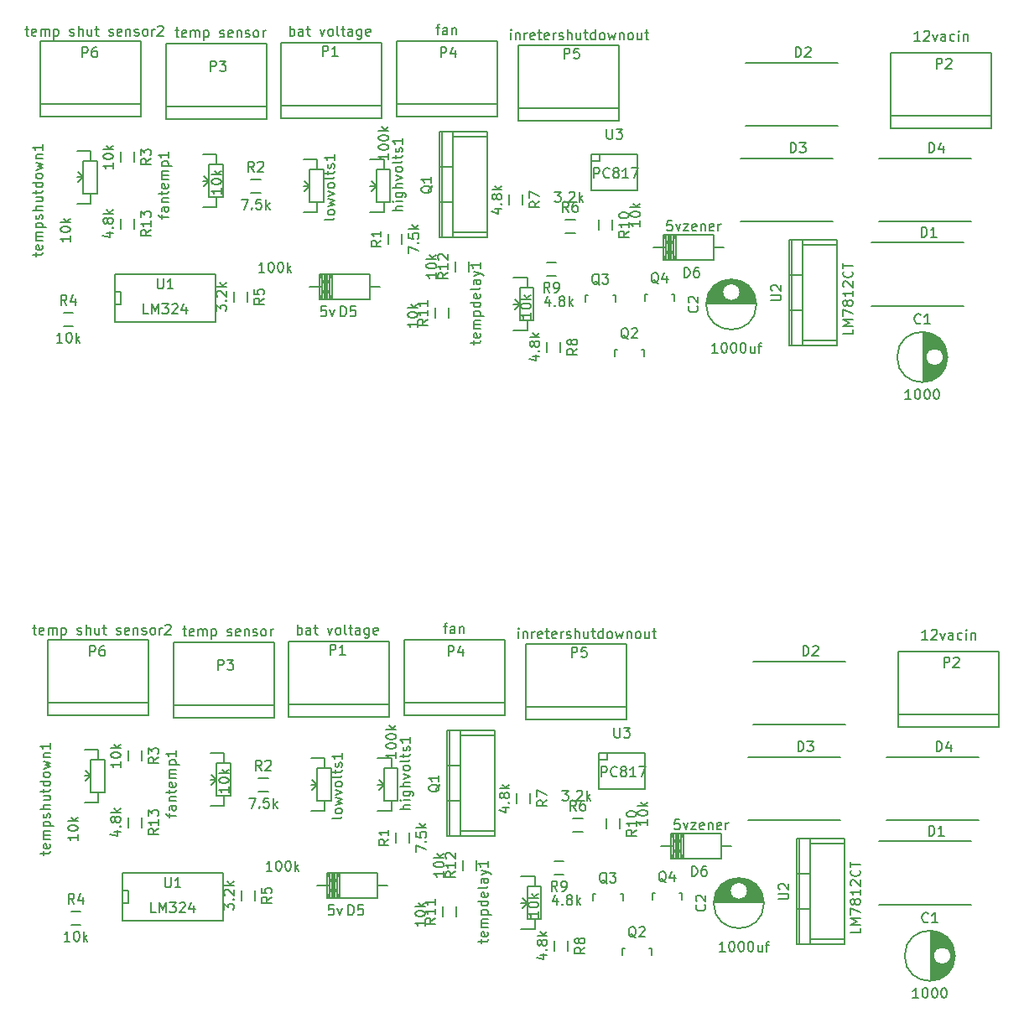
<source format=gto>
G04 #@! TF.FileFunction,Legend,Top*
%FSLAX46Y46*%
G04 Gerber Fmt 4.6, Leading zero omitted, Abs format (unit mm)*
G04 Created by KiCad (PCBNEW 4.0.4+e1-6308~48~ubuntu14.04.1-stable) date Mon Oct 17 01:34:50 2016*
%MOMM*%
%LPD*%
G01*
G04 APERTURE LIST*
%ADD10C,0.100000*%
%ADD11C,0.150000*%
G04 APERTURE END LIST*
D10*
D11*
X98679000Y-145415000D02*
X98679000Y-146431000D01*
X98679000Y-146431000D02*
X97282000Y-146431000D01*
X98679000Y-142113000D02*
X98679000Y-141097000D01*
X98679000Y-141097000D02*
X97282000Y-141097000D01*
X97917000Y-143764000D02*
X97282000Y-143764000D01*
X97917000Y-143764000D02*
X97409000Y-144272000D01*
X97917000Y-143764000D02*
X97409000Y-143256000D01*
X97917000Y-142113000D02*
X99314000Y-142113000D01*
X99314000Y-142113000D02*
X99314000Y-145415000D01*
X99314000Y-145415000D02*
X97917000Y-145415000D01*
X97917000Y-145415000D02*
X97917000Y-142113000D01*
X142748000Y-158242000D02*
X142748000Y-159258000D01*
X142748000Y-159258000D02*
X141351000Y-159258000D01*
X142748000Y-154940000D02*
X142748000Y-153924000D01*
X142748000Y-153924000D02*
X141351000Y-153924000D01*
X141986000Y-156591000D02*
X141351000Y-156591000D01*
X141986000Y-156591000D02*
X141478000Y-157099000D01*
X141986000Y-156591000D02*
X141478000Y-156083000D01*
X141986000Y-154940000D02*
X143383000Y-154940000D01*
X143383000Y-154940000D02*
X143383000Y-158242000D01*
X143383000Y-158242000D02*
X141986000Y-158242000D01*
X141986000Y-158242000D02*
X141986000Y-154940000D01*
X121539000Y-146304000D02*
X121539000Y-147320000D01*
X121539000Y-147320000D02*
X120142000Y-147320000D01*
X121539000Y-143002000D02*
X121539000Y-141986000D01*
X121539000Y-141986000D02*
X120142000Y-141986000D01*
X120777000Y-144653000D02*
X120142000Y-144653000D01*
X120777000Y-144653000D02*
X120269000Y-145161000D01*
X120777000Y-144653000D02*
X120269000Y-144145000D01*
X120777000Y-143002000D02*
X122174000Y-143002000D01*
X122174000Y-143002000D02*
X122174000Y-146304000D01*
X122174000Y-146304000D02*
X120777000Y-146304000D01*
X120777000Y-146304000D02*
X120777000Y-143002000D01*
X128270000Y-146304000D02*
X128270000Y-147320000D01*
X128270000Y-147320000D02*
X126873000Y-147320000D01*
X128270000Y-143002000D02*
X128270000Y-141986000D01*
X128270000Y-141986000D02*
X126873000Y-141986000D01*
X127508000Y-144653000D02*
X126873000Y-144653000D01*
X127508000Y-144653000D02*
X127000000Y-145161000D01*
X127508000Y-144653000D02*
X127000000Y-144145000D01*
X127508000Y-143002000D02*
X128905000Y-143002000D01*
X128905000Y-143002000D02*
X128905000Y-146304000D01*
X128905000Y-146304000D02*
X127508000Y-146304000D01*
X127508000Y-146304000D02*
X127508000Y-143002000D01*
X111379000Y-145796000D02*
X111379000Y-146812000D01*
X111379000Y-146812000D02*
X109982000Y-146812000D01*
X111379000Y-142494000D02*
X111379000Y-141478000D01*
X111379000Y-141478000D02*
X109982000Y-141478000D01*
X110617000Y-144145000D02*
X109982000Y-144145000D01*
X110617000Y-144145000D02*
X110109000Y-144653000D01*
X110617000Y-144145000D02*
X110109000Y-143637000D01*
X110617000Y-142494000D02*
X112014000Y-142494000D01*
X112014000Y-142494000D02*
X112014000Y-145796000D01*
X112014000Y-145796000D02*
X110617000Y-145796000D01*
X110617000Y-145796000D02*
X110617000Y-142494000D01*
X150009860Y-141455140D02*
X150009860Y-142156180D01*
X150009860Y-142156180D02*
X149209760Y-142156180D01*
X153812240Y-141455140D02*
X149209760Y-141455140D01*
X149209760Y-141455140D02*
X149209760Y-145056860D01*
X149209760Y-145056860D02*
X153812240Y-145056860D01*
X153812240Y-145056860D02*
X153812240Y-141455140D01*
X170561000Y-150622000D02*
X173990000Y-150622000D01*
X170561000Y-160274000D02*
X173990000Y-160274000D01*
X169418000Y-150114000D02*
X169418000Y-160782000D01*
X170434000Y-153670000D02*
X169164000Y-153670000D01*
X170434000Y-157226000D02*
X169164000Y-157226000D01*
X170561000Y-160782000D02*
X170561000Y-150114000D01*
X173990000Y-150114000D02*
X173990000Y-160782000D01*
X169164000Y-160782000D02*
X173990000Y-160782000D01*
X169164000Y-150114000D02*
X173990000Y-150114000D01*
X169164000Y-150114000D02*
X169164000Y-160782000D01*
X111252000Y-153543000D02*
X111252000Y-158369000D01*
X111252000Y-158369000D02*
X101092000Y-158369000D01*
X101092000Y-158369000D02*
X101092000Y-153543000D01*
X101092000Y-153543000D02*
X111252000Y-153543000D01*
X101092000Y-155321000D02*
X101727000Y-155321000D01*
X101727000Y-155321000D02*
X101727000Y-156591000D01*
X101727000Y-156591000D02*
X101092000Y-156591000D01*
X101687000Y-148963000D02*
X101687000Y-147963000D01*
X103037000Y-147963000D02*
X103037000Y-148963000D01*
X136819000Y-152281000D02*
X136819000Y-153281000D01*
X135469000Y-153281000D02*
X135469000Y-152281000D01*
X134787000Y-156980000D02*
X134787000Y-157980000D01*
X133437000Y-157980000D02*
X133437000Y-156980000D01*
X149947000Y-149090000D02*
X149947000Y-148090000D01*
X151297000Y-148090000D02*
X151297000Y-149090000D01*
X144661000Y-152360000D02*
X145661000Y-152360000D01*
X145661000Y-153710000D02*
X144661000Y-153710000D01*
X144740000Y-161409000D02*
X144740000Y-160409000D01*
X146090000Y-160409000D02*
X146090000Y-161409000D01*
X140930000Y-146550000D02*
X140930000Y-145550000D01*
X142280000Y-145550000D02*
X142280000Y-146550000D01*
X147566000Y-149392000D02*
X146566000Y-149392000D01*
X146566000Y-148042000D02*
X147566000Y-148042000D01*
X113117000Y-156329000D02*
X113117000Y-155329000D01*
X114467000Y-155329000D02*
X114467000Y-156329000D01*
X96893000Y-158790000D02*
X95893000Y-158790000D01*
X95893000Y-157440000D02*
X96893000Y-157440000D01*
X101687000Y-142232000D02*
X101687000Y-141232000D01*
X103037000Y-141232000D02*
X103037000Y-142232000D01*
X115816000Y-145328000D02*
X114816000Y-145328000D01*
X114816000Y-143978000D02*
X115816000Y-143978000D01*
X130088000Y-149487000D02*
X130088000Y-150487000D01*
X128738000Y-150487000D02*
X128738000Y-149487000D01*
X157382160Y-155559760D02*
X157333900Y-155559760D01*
X154583180Y-156260800D02*
X154583180Y-155559760D01*
X154583180Y-155559760D02*
X154832100Y-155559760D01*
X157382160Y-155559760D02*
X157582820Y-155559760D01*
X157582820Y-155559760D02*
X157582820Y-156260800D01*
X151413160Y-155686760D02*
X151364900Y-155686760D01*
X148614180Y-156387800D02*
X148614180Y-155686760D01*
X148614180Y-155686760D02*
X148863100Y-155686760D01*
X151413160Y-155686760D02*
X151613820Y-155686760D01*
X151613820Y-155686760D02*
X151613820Y-156387800D01*
X154334160Y-161147760D02*
X154285900Y-161147760D01*
X151535180Y-161848800D02*
X151535180Y-161147760D01*
X151535180Y-161147760D02*
X151784100Y-161147760D01*
X154334160Y-161147760D02*
X154534820Y-161147760D01*
X154534820Y-161147760D02*
X154534820Y-161848800D01*
X135255000Y-139700000D02*
X138684000Y-139700000D01*
X135255000Y-149352000D02*
X138684000Y-149352000D01*
X134112000Y-139192000D02*
X134112000Y-149860000D01*
X135128000Y-142748000D02*
X133858000Y-142748000D01*
X135128000Y-146304000D02*
X133858000Y-146304000D01*
X135255000Y-149860000D02*
X135255000Y-139192000D01*
X138684000Y-139192000D02*
X138684000Y-149860000D01*
X133858000Y-149860000D02*
X138684000Y-149860000D01*
X133858000Y-139192000D02*
X138684000Y-139192000D01*
X133858000Y-139192000D02*
X133858000Y-149860000D01*
X103759000Y-136398000D02*
X93599000Y-136398000D01*
X103759000Y-137668000D02*
X103759000Y-130048000D01*
X103759000Y-130048000D02*
X93599000Y-130048000D01*
X93599000Y-130048000D02*
X93599000Y-137668000D01*
X93599000Y-137668000D02*
X103759000Y-137668000D01*
X152019000Y-136779000D02*
X141859000Y-136779000D01*
X152019000Y-138049000D02*
X152019000Y-130429000D01*
X152019000Y-130429000D02*
X141859000Y-130429000D01*
X141859000Y-130429000D02*
X141859000Y-138049000D01*
X141859000Y-138049000D02*
X152019000Y-138049000D01*
X139700000Y-136398000D02*
X129540000Y-136398000D01*
X139700000Y-137668000D02*
X139700000Y-130048000D01*
X139700000Y-130048000D02*
X129540000Y-130048000D01*
X129540000Y-130048000D02*
X129540000Y-137668000D01*
X129540000Y-137668000D02*
X139700000Y-137668000D01*
X116459000Y-136652000D02*
X106299000Y-136652000D01*
X116459000Y-137922000D02*
X116459000Y-130302000D01*
X116459000Y-130302000D02*
X106299000Y-130302000D01*
X106299000Y-130302000D02*
X106299000Y-137922000D01*
X106299000Y-137922000D02*
X116459000Y-137922000D01*
X189611000Y-137541000D02*
X179451000Y-137541000D01*
X189611000Y-138811000D02*
X189611000Y-131191000D01*
X189611000Y-131191000D02*
X179451000Y-131191000D01*
X179451000Y-131191000D02*
X179451000Y-138811000D01*
X179451000Y-138811000D02*
X189611000Y-138811000D01*
X128016000Y-136525000D02*
X117856000Y-136525000D01*
X128016000Y-137795000D02*
X128016000Y-130175000D01*
X128016000Y-130175000D02*
X117856000Y-130175000D01*
X117856000Y-130175000D02*
X117856000Y-137795000D01*
X117856000Y-137795000D02*
X128016000Y-137795000D01*
X161544000Y-150873460D02*
X162560000Y-150873460D01*
X156718000Y-150873460D02*
X155448000Y-150873460D01*
X156972000Y-149603460D02*
X156972000Y-152143460D01*
X157226000Y-149603460D02*
X157226000Y-152143460D01*
X157480000Y-149603460D02*
X157480000Y-152143460D01*
X156718000Y-149603460D02*
X156718000Y-152143460D01*
X157734000Y-149603460D02*
X156464000Y-152143460D01*
X156464000Y-149603460D02*
X157734000Y-152143460D01*
X157734000Y-149603460D02*
X157734000Y-152143460D01*
X157099000Y-149603460D02*
X157099000Y-152143460D01*
X156464000Y-152143460D02*
X156464000Y-149603460D01*
X156464000Y-149603460D02*
X161544000Y-149603460D01*
X161544000Y-149603460D02*
X161544000Y-152143460D01*
X161544000Y-152143460D02*
X156464000Y-152143460D01*
X126873000Y-154810460D02*
X127889000Y-154810460D01*
X122047000Y-154810460D02*
X120777000Y-154810460D01*
X122301000Y-153540460D02*
X122301000Y-156080460D01*
X122555000Y-153540460D02*
X122555000Y-156080460D01*
X122809000Y-153540460D02*
X122809000Y-156080460D01*
X122047000Y-153540460D02*
X122047000Y-156080460D01*
X123063000Y-153540460D02*
X121793000Y-156080460D01*
X121793000Y-153540460D02*
X123063000Y-156080460D01*
X123063000Y-153540460D02*
X123063000Y-156080460D01*
X122428000Y-153540460D02*
X122428000Y-156080460D01*
X121793000Y-156080460D02*
X121793000Y-153540460D01*
X121793000Y-153540460D02*
X126873000Y-153540460D01*
X126873000Y-153540460D02*
X126873000Y-156080460D01*
X126873000Y-156080460D02*
X121793000Y-156080460D01*
X187523000Y-148234000D02*
X178223000Y-148234000D01*
X178223000Y-141834000D02*
X187523000Y-141834000D01*
X173553000Y-148234000D02*
X164253000Y-148234000D01*
X164253000Y-141834000D02*
X173553000Y-141834000D01*
X174061000Y-138582000D02*
X164761000Y-138582000D01*
X164761000Y-132182000D02*
X174061000Y-132182000D01*
X186761000Y-156743000D02*
X177461000Y-156743000D01*
X177461000Y-150343000D02*
X186761000Y-150343000D01*
X160823000Y-156536000D02*
X165821000Y-156536000D01*
X160831000Y-156396000D02*
X165813000Y-156396000D01*
X160847000Y-156256000D02*
X163227000Y-156256000D01*
X163417000Y-156256000D02*
X165797000Y-156256000D01*
X160871000Y-156116000D02*
X162832000Y-156116000D01*
X163812000Y-156116000D02*
X165773000Y-156116000D01*
X160904000Y-155976000D02*
X162665000Y-155976000D01*
X163979000Y-155976000D02*
X165740000Y-155976000D01*
X160945000Y-155836000D02*
X162558000Y-155836000D01*
X164086000Y-155836000D02*
X165699000Y-155836000D01*
X160995000Y-155696000D02*
X162487000Y-155696000D01*
X164157000Y-155696000D02*
X165649000Y-155696000D01*
X161056000Y-155556000D02*
X162443000Y-155556000D01*
X164201000Y-155556000D02*
X165588000Y-155556000D01*
X161126000Y-155416000D02*
X162424000Y-155416000D01*
X164220000Y-155416000D02*
X165518000Y-155416000D01*
X161208000Y-155276000D02*
X162426000Y-155276000D01*
X164218000Y-155276000D02*
X165436000Y-155276000D01*
X161303000Y-155136000D02*
X162451000Y-155136000D01*
X164193000Y-155136000D02*
X165341000Y-155136000D01*
X161414000Y-154996000D02*
X162499000Y-154996000D01*
X164145000Y-154996000D02*
X165230000Y-154996000D01*
X161542000Y-154856000D02*
X162577000Y-154856000D01*
X164067000Y-154856000D02*
X165102000Y-154856000D01*
X161691000Y-154716000D02*
X162694000Y-154716000D01*
X163950000Y-154716000D02*
X164953000Y-154716000D01*
X161870000Y-154576000D02*
X162882000Y-154576000D01*
X163762000Y-154576000D02*
X164774000Y-154576000D01*
X162089000Y-154436000D02*
X164555000Y-154436000D01*
X162378000Y-154296000D02*
X164266000Y-154296000D01*
X162850000Y-154156000D02*
X163794000Y-154156000D01*
X164222000Y-155361000D02*
G75*
G03X164222000Y-155361000I-900000J0D01*
G01*
X165859500Y-156611000D02*
G75*
G03X165859500Y-156611000I-2537500J0D01*
G01*
X182681000Y-159426000D02*
X182681000Y-164424000D01*
X182821000Y-159434000D02*
X182821000Y-164416000D01*
X182961000Y-159450000D02*
X182961000Y-161830000D01*
X182961000Y-162020000D02*
X182961000Y-164400000D01*
X183101000Y-159474000D02*
X183101000Y-161435000D01*
X183101000Y-162415000D02*
X183101000Y-164376000D01*
X183241000Y-159507000D02*
X183241000Y-161268000D01*
X183241000Y-162582000D02*
X183241000Y-164343000D01*
X183381000Y-159548000D02*
X183381000Y-161161000D01*
X183381000Y-162689000D02*
X183381000Y-164302000D01*
X183521000Y-159598000D02*
X183521000Y-161090000D01*
X183521000Y-162760000D02*
X183521000Y-164252000D01*
X183661000Y-159659000D02*
X183661000Y-161046000D01*
X183661000Y-162804000D02*
X183661000Y-164191000D01*
X183801000Y-159729000D02*
X183801000Y-161027000D01*
X183801000Y-162823000D02*
X183801000Y-164121000D01*
X183941000Y-159811000D02*
X183941000Y-161029000D01*
X183941000Y-162821000D02*
X183941000Y-164039000D01*
X184081000Y-159906000D02*
X184081000Y-161054000D01*
X184081000Y-162796000D02*
X184081000Y-163944000D01*
X184221000Y-160017000D02*
X184221000Y-161102000D01*
X184221000Y-162748000D02*
X184221000Y-163833000D01*
X184361000Y-160145000D02*
X184361000Y-161180000D01*
X184361000Y-162670000D02*
X184361000Y-163705000D01*
X184501000Y-160294000D02*
X184501000Y-161297000D01*
X184501000Y-162553000D02*
X184501000Y-163556000D01*
X184641000Y-160473000D02*
X184641000Y-161485000D01*
X184641000Y-162365000D02*
X184641000Y-163377000D01*
X184781000Y-160692000D02*
X184781000Y-163158000D01*
X184921000Y-160981000D02*
X184921000Y-162869000D01*
X185061000Y-161453000D02*
X185061000Y-162397000D01*
X184756000Y-161925000D02*
G75*
G03X184756000Y-161925000I-900000J0D01*
G01*
X185143500Y-161925000D02*
G75*
G03X185143500Y-161925000I-2537500J0D01*
G01*
X181919000Y-98974000D02*
X181919000Y-103972000D01*
X182059000Y-98982000D02*
X182059000Y-103964000D01*
X182199000Y-98998000D02*
X182199000Y-101378000D01*
X182199000Y-101568000D02*
X182199000Y-103948000D01*
X182339000Y-99022000D02*
X182339000Y-100983000D01*
X182339000Y-101963000D02*
X182339000Y-103924000D01*
X182479000Y-99055000D02*
X182479000Y-100816000D01*
X182479000Y-102130000D02*
X182479000Y-103891000D01*
X182619000Y-99096000D02*
X182619000Y-100709000D01*
X182619000Y-102237000D02*
X182619000Y-103850000D01*
X182759000Y-99146000D02*
X182759000Y-100638000D01*
X182759000Y-102308000D02*
X182759000Y-103800000D01*
X182899000Y-99207000D02*
X182899000Y-100594000D01*
X182899000Y-102352000D02*
X182899000Y-103739000D01*
X183039000Y-99277000D02*
X183039000Y-100575000D01*
X183039000Y-102371000D02*
X183039000Y-103669000D01*
X183179000Y-99359000D02*
X183179000Y-100577000D01*
X183179000Y-102369000D02*
X183179000Y-103587000D01*
X183319000Y-99454000D02*
X183319000Y-100602000D01*
X183319000Y-102344000D02*
X183319000Y-103492000D01*
X183459000Y-99565000D02*
X183459000Y-100650000D01*
X183459000Y-102296000D02*
X183459000Y-103381000D01*
X183599000Y-99693000D02*
X183599000Y-100728000D01*
X183599000Y-102218000D02*
X183599000Y-103253000D01*
X183739000Y-99842000D02*
X183739000Y-100845000D01*
X183739000Y-102101000D02*
X183739000Y-103104000D01*
X183879000Y-100021000D02*
X183879000Y-101033000D01*
X183879000Y-101913000D02*
X183879000Y-102925000D01*
X184019000Y-100240000D02*
X184019000Y-102706000D01*
X184159000Y-100529000D02*
X184159000Y-102417000D01*
X184299000Y-101001000D02*
X184299000Y-101945000D01*
X183994000Y-101473000D02*
G75*
G03X183994000Y-101473000I-900000J0D01*
G01*
X184381500Y-101473000D02*
G75*
G03X184381500Y-101473000I-2537500J0D01*
G01*
X160061000Y-96084000D02*
X165059000Y-96084000D01*
X160069000Y-95944000D02*
X165051000Y-95944000D01*
X160085000Y-95804000D02*
X162465000Y-95804000D01*
X162655000Y-95804000D02*
X165035000Y-95804000D01*
X160109000Y-95664000D02*
X162070000Y-95664000D01*
X163050000Y-95664000D02*
X165011000Y-95664000D01*
X160142000Y-95524000D02*
X161903000Y-95524000D01*
X163217000Y-95524000D02*
X164978000Y-95524000D01*
X160183000Y-95384000D02*
X161796000Y-95384000D01*
X163324000Y-95384000D02*
X164937000Y-95384000D01*
X160233000Y-95244000D02*
X161725000Y-95244000D01*
X163395000Y-95244000D02*
X164887000Y-95244000D01*
X160294000Y-95104000D02*
X161681000Y-95104000D01*
X163439000Y-95104000D02*
X164826000Y-95104000D01*
X160364000Y-94964000D02*
X161662000Y-94964000D01*
X163458000Y-94964000D02*
X164756000Y-94964000D01*
X160446000Y-94824000D02*
X161664000Y-94824000D01*
X163456000Y-94824000D02*
X164674000Y-94824000D01*
X160541000Y-94684000D02*
X161689000Y-94684000D01*
X163431000Y-94684000D02*
X164579000Y-94684000D01*
X160652000Y-94544000D02*
X161737000Y-94544000D01*
X163383000Y-94544000D02*
X164468000Y-94544000D01*
X160780000Y-94404000D02*
X161815000Y-94404000D01*
X163305000Y-94404000D02*
X164340000Y-94404000D01*
X160929000Y-94264000D02*
X161932000Y-94264000D01*
X163188000Y-94264000D02*
X164191000Y-94264000D01*
X161108000Y-94124000D02*
X162120000Y-94124000D01*
X163000000Y-94124000D02*
X164012000Y-94124000D01*
X161327000Y-93984000D02*
X163793000Y-93984000D01*
X161616000Y-93844000D02*
X163504000Y-93844000D01*
X162088000Y-93704000D02*
X163032000Y-93704000D01*
X163460000Y-94909000D02*
G75*
G03X163460000Y-94909000I-900000J0D01*
G01*
X165097500Y-96159000D02*
G75*
G03X165097500Y-96159000I-2537500J0D01*
G01*
X185999000Y-96291000D02*
X176699000Y-96291000D01*
X176699000Y-89891000D02*
X185999000Y-89891000D01*
X173299000Y-78130000D02*
X163999000Y-78130000D01*
X163999000Y-71730000D02*
X173299000Y-71730000D01*
X172791000Y-87782000D02*
X163491000Y-87782000D01*
X163491000Y-81382000D02*
X172791000Y-81382000D01*
X186761000Y-87782000D02*
X177461000Y-87782000D01*
X177461000Y-81382000D02*
X186761000Y-81382000D01*
X126111000Y-94358460D02*
X127127000Y-94358460D01*
X121285000Y-94358460D02*
X120015000Y-94358460D01*
X121539000Y-93088460D02*
X121539000Y-95628460D01*
X121793000Y-93088460D02*
X121793000Y-95628460D01*
X122047000Y-93088460D02*
X122047000Y-95628460D01*
X121285000Y-93088460D02*
X121285000Y-95628460D01*
X122301000Y-93088460D02*
X121031000Y-95628460D01*
X121031000Y-93088460D02*
X122301000Y-95628460D01*
X122301000Y-93088460D02*
X122301000Y-95628460D01*
X121666000Y-93088460D02*
X121666000Y-95628460D01*
X121031000Y-95628460D02*
X121031000Y-93088460D01*
X121031000Y-93088460D02*
X126111000Y-93088460D01*
X126111000Y-93088460D02*
X126111000Y-95628460D01*
X126111000Y-95628460D02*
X121031000Y-95628460D01*
X160782000Y-90421460D02*
X161798000Y-90421460D01*
X155956000Y-90421460D02*
X154686000Y-90421460D01*
X156210000Y-89151460D02*
X156210000Y-91691460D01*
X156464000Y-89151460D02*
X156464000Y-91691460D01*
X156718000Y-89151460D02*
X156718000Y-91691460D01*
X155956000Y-89151460D02*
X155956000Y-91691460D01*
X156972000Y-89151460D02*
X155702000Y-91691460D01*
X155702000Y-89151460D02*
X156972000Y-91691460D01*
X156972000Y-89151460D02*
X156972000Y-91691460D01*
X156337000Y-89151460D02*
X156337000Y-91691460D01*
X155702000Y-91691460D02*
X155702000Y-89151460D01*
X155702000Y-89151460D02*
X160782000Y-89151460D01*
X160782000Y-89151460D02*
X160782000Y-91691460D01*
X160782000Y-91691460D02*
X155702000Y-91691460D01*
X127254000Y-76073000D02*
X117094000Y-76073000D01*
X127254000Y-77343000D02*
X127254000Y-69723000D01*
X127254000Y-69723000D02*
X117094000Y-69723000D01*
X117094000Y-69723000D02*
X117094000Y-77343000D01*
X117094000Y-77343000D02*
X127254000Y-77343000D01*
X188849000Y-77089000D02*
X178689000Y-77089000D01*
X188849000Y-78359000D02*
X188849000Y-70739000D01*
X188849000Y-70739000D02*
X178689000Y-70739000D01*
X178689000Y-70739000D02*
X178689000Y-78359000D01*
X178689000Y-78359000D02*
X188849000Y-78359000D01*
X115697000Y-76200000D02*
X105537000Y-76200000D01*
X115697000Y-77470000D02*
X115697000Y-69850000D01*
X115697000Y-69850000D02*
X105537000Y-69850000D01*
X105537000Y-69850000D02*
X105537000Y-77470000D01*
X105537000Y-77470000D02*
X115697000Y-77470000D01*
X138938000Y-75946000D02*
X128778000Y-75946000D01*
X138938000Y-77216000D02*
X138938000Y-69596000D01*
X138938000Y-69596000D02*
X128778000Y-69596000D01*
X128778000Y-69596000D02*
X128778000Y-77216000D01*
X128778000Y-77216000D02*
X138938000Y-77216000D01*
X151257000Y-76327000D02*
X141097000Y-76327000D01*
X151257000Y-77597000D02*
X151257000Y-69977000D01*
X151257000Y-69977000D02*
X141097000Y-69977000D01*
X141097000Y-69977000D02*
X141097000Y-77597000D01*
X141097000Y-77597000D02*
X151257000Y-77597000D01*
X102997000Y-75946000D02*
X92837000Y-75946000D01*
X102997000Y-77216000D02*
X102997000Y-69596000D01*
X102997000Y-69596000D02*
X92837000Y-69596000D01*
X92837000Y-69596000D02*
X92837000Y-77216000D01*
X92837000Y-77216000D02*
X102997000Y-77216000D01*
X134493000Y-79248000D02*
X137922000Y-79248000D01*
X134493000Y-88900000D02*
X137922000Y-88900000D01*
X133350000Y-78740000D02*
X133350000Y-89408000D01*
X134366000Y-82296000D02*
X133096000Y-82296000D01*
X134366000Y-85852000D02*
X133096000Y-85852000D01*
X134493000Y-89408000D02*
X134493000Y-78740000D01*
X137922000Y-78740000D02*
X137922000Y-89408000D01*
X133096000Y-89408000D02*
X137922000Y-89408000D01*
X133096000Y-78740000D02*
X137922000Y-78740000D01*
X133096000Y-78740000D02*
X133096000Y-89408000D01*
X153572160Y-100695760D02*
X153523900Y-100695760D01*
X150773180Y-101396800D02*
X150773180Y-100695760D01*
X150773180Y-100695760D02*
X151022100Y-100695760D01*
X153572160Y-100695760D02*
X153772820Y-100695760D01*
X153772820Y-100695760D02*
X153772820Y-101396800D01*
X150651160Y-95234760D02*
X150602900Y-95234760D01*
X147852180Y-95935800D02*
X147852180Y-95234760D01*
X147852180Y-95234760D02*
X148101100Y-95234760D01*
X150651160Y-95234760D02*
X150851820Y-95234760D01*
X150851820Y-95234760D02*
X150851820Y-95935800D01*
X156620160Y-95107760D02*
X156571900Y-95107760D01*
X153821180Y-95808800D02*
X153821180Y-95107760D01*
X153821180Y-95107760D02*
X154070100Y-95107760D01*
X156620160Y-95107760D02*
X156820820Y-95107760D01*
X156820820Y-95107760D02*
X156820820Y-95808800D01*
X129326000Y-89035000D02*
X129326000Y-90035000D01*
X127976000Y-90035000D02*
X127976000Y-89035000D01*
X115054000Y-84876000D02*
X114054000Y-84876000D01*
X114054000Y-83526000D02*
X115054000Y-83526000D01*
X100925000Y-81780000D02*
X100925000Y-80780000D01*
X102275000Y-80780000D02*
X102275000Y-81780000D01*
X96131000Y-98338000D02*
X95131000Y-98338000D01*
X95131000Y-96988000D02*
X96131000Y-96988000D01*
X112355000Y-95877000D02*
X112355000Y-94877000D01*
X113705000Y-94877000D02*
X113705000Y-95877000D01*
X146804000Y-88940000D02*
X145804000Y-88940000D01*
X145804000Y-87590000D02*
X146804000Y-87590000D01*
X140168000Y-86098000D02*
X140168000Y-85098000D01*
X141518000Y-85098000D02*
X141518000Y-86098000D01*
X143978000Y-100957000D02*
X143978000Y-99957000D01*
X145328000Y-99957000D02*
X145328000Y-100957000D01*
X143899000Y-91908000D02*
X144899000Y-91908000D01*
X144899000Y-93258000D02*
X143899000Y-93258000D01*
X149185000Y-88638000D02*
X149185000Y-87638000D01*
X150535000Y-87638000D02*
X150535000Y-88638000D01*
X134025000Y-96528000D02*
X134025000Y-97528000D01*
X132675000Y-97528000D02*
X132675000Y-96528000D01*
X136057000Y-91829000D02*
X136057000Y-92829000D01*
X134707000Y-92829000D02*
X134707000Y-91829000D01*
X100925000Y-88511000D02*
X100925000Y-87511000D01*
X102275000Y-87511000D02*
X102275000Y-88511000D01*
X110490000Y-93091000D02*
X110490000Y-97917000D01*
X110490000Y-97917000D02*
X100330000Y-97917000D01*
X100330000Y-97917000D02*
X100330000Y-93091000D01*
X100330000Y-93091000D02*
X110490000Y-93091000D01*
X100330000Y-94869000D02*
X100965000Y-94869000D01*
X100965000Y-94869000D02*
X100965000Y-96139000D01*
X100965000Y-96139000D02*
X100330000Y-96139000D01*
X169799000Y-90170000D02*
X173228000Y-90170000D01*
X169799000Y-99822000D02*
X173228000Y-99822000D01*
X168656000Y-89662000D02*
X168656000Y-100330000D01*
X169672000Y-93218000D02*
X168402000Y-93218000D01*
X169672000Y-96774000D02*
X168402000Y-96774000D01*
X169799000Y-100330000D02*
X169799000Y-89662000D01*
X173228000Y-89662000D02*
X173228000Y-100330000D01*
X168402000Y-100330000D02*
X173228000Y-100330000D01*
X168402000Y-89662000D02*
X173228000Y-89662000D01*
X168402000Y-89662000D02*
X168402000Y-100330000D01*
X149247860Y-81003140D02*
X149247860Y-81704180D01*
X149247860Y-81704180D02*
X148447760Y-81704180D01*
X153050240Y-81003140D02*
X148447760Y-81003140D01*
X148447760Y-81003140D02*
X148447760Y-84604860D01*
X148447760Y-84604860D02*
X153050240Y-84604860D01*
X153050240Y-84604860D02*
X153050240Y-81003140D01*
X110617000Y-85344000D02*
X110617000Y-86360000D01*
X110617000Y-86360000D02*
X109220000Y-86360000D01*
X110617000Y-82042000D02*
X110617000Y-81026000D01*
X110617000Y-81026000D02*
X109220000Y-81026000D01*
X109855000Y-83693000D02*
X109220000Y-83693000D01*
X109855000Y-83693000D02*
X109347000Y-84201000D01*
X109855000Y-83693000D02*
X109347000Y-83185000D01*
X109855000Y-82042000D02*
X111252000Y-82042000D01*
X111252000Y-82042000D02*
X111252000Y-85344000D01*
X111252000Y-85344000D02*
X109855000Y-85344000D01*
X109855000Y-85344000D02*
X109855000Y-82042000D01*
X127508000Y-85852000D02*
X127508000Y-86868000D01*
X127508000Y-86868000D02*
X126111000Y-86868000D01*
X127508000Y-82550000D02*
X127508000Y-81534000D01*
X127508000Y-81534000D02*
X126111000Y-81534000D01*
X126746000Y-84201000D02*
X126111000Y-84201000D01*
X126746000Y-84201000D02*
X126238000Y-84709000D01*
X126746000Y-84201000D02*
X126238000Y-83693000D01*
X126746000Y-82550000D02*
X128143000Y-82550000D01*
X128143000Y-82550000D02*
X128143000Y-85852000D01*
X128143000Y-85852000D02*
X126746000Y-85852000D01*
X126746000Y-85852000D02*
X126746000Y-82550000D01*
X120777000Y-85852000D02*
X120777000Y-86868000D01*
X120777000Y-86868000D02*
X119380000Y-86868000D01*
X120777000Y-82550000D02*
X120777000Y-81534000D01*
X120777000Y-81534000D02*
X119380000Y-81534000D01*
X120015000Y-84201000D02*
X119380000Y-84201000D01*
X120015000Y-84201000D02*
X119507000Y-84709000D01*
X120015000Y-84201000D02*
X119507000Y-83693000D01*
X120015000Y-82550000D02*
X121412000Y-82550000D01*
X121412000Y-82550000D02*
X121412000Y-85852000D01*
X121412000Y-85852000D02*
X120015000Y-85852000D01*
X120015000Y-85852000D02*
X120015000Y-82550000D01*
X141986000Y-97790000D02*
X141986000Y-98806000D01*
X141986000Y-98806000D02*
X140589000Y-98806000D01*
X141986000Y-94488000D02*
X141986000Y-93472000D01*
X141986000Y-93472000D02*
X140589000Y-93472000D01*
X141224000Y-96139000D02*
X140589000Y-96139000D01*
X141224000Y-96139000D02*
X140716000Y-96647000D01*
X141224000Y-96139000D02*
X140716000Y-95631000D01*
X141224000Y-94488000D02*
X142621000Y-94488000D01*
X142621000Y-94488000D02*
X142621000Y-97790000D01*
X142621000Y-97790000D02*
X141224000Y-97790000D01*
X141224000Y-97790000D02*
X141224000Y-94488000D01*
X97917000Y-84963000D02*
X97917000Y-85979000D01*
X97917000Y-85979000D02*
X96520000Y-85979000D01*
X97917000Y-81661000D02*
X97917000Y-80645000D01*
X97917000Y-80645000D02*
X96520000Y-80645000D01*
X97155000Y-83312000D02*
X96520000Y-83312000D01*
X97155000Y-83312000D02*
X96647000Y-83820000D01*
X97155000Y-83312000D02*
X96647000Y-82804000D01*
X97155000Y-81661000D02*
X98552000Y-81661000D01*
X98552000Y-81661000D02*
X98552000Y-84963000D01*
X98552000Y-84963000D02*
X97155000Y-84963000D01*
X97155000Y-84963000D02*
X97155000Y-81661000D01*
X93130714Y-151740477D02*
X93130714Y-151359525D01*
X92797381Y-151597620D02*
X93654524Y-151597620D01*
X93749762Y-151550001D01*
X93797381Y-151454763D01*
X93797381Y-151359525D01*
X93749762Y-150645238D02*
X93797381Y-150740476D01*
X93797381Y-150930953D01*
X93749762Y-151026191D01*
X93654524Y-151073810D01*
X93273571Y-151073810D01*
X93178333Y-151026191D01*
X93130714Y-150930953D01*
X93130714Y-150740476D01*
X93178333Y-150645238D01*
X93273571Y-150597619D01*
X93368810Y-150597619D01*
X93464048Y-151073810D01*
X93797381Y-150169048D02*
X93130714Y-150169048D01*
X93225952Y-150169048D02*
X93178333Y-150121429D01*
X93130714Y-150026191D01*
X93130714Y-149883333D01*
X93178333Y-149788095D01*
X93273571Y-149740476D01*
X93797381Y-149740476D01*
X93273571Y-149740476D02*
X93178333Y-149692857D01*
X93130714Y-149597619D01*
X93130714Y-149454762D01*
X93178333Y-149359524D01*
X93273571Y-149311905D01*
X93797381Y-149311905D01*
X93130714Y-148835715D02*
X94130714Y-148835715D01*
X93178333Y-148835715D02*
X93130714Y-148740477D01*
X93130714Y-148550000D01*
X93178333Y-148454762D01*
X93225952Y-148407143D01*
X93321190Y-148359524D01*
X93606905Y-148359524D01*
X93702143Y-148407143D01*
X93749762Y-148454762D01*
X93797381Y-148550000D01*
X93797381Y-148740477D01*
X93749762Y-148835715D01*
X93749762Y-147978572D02*
X93797381Y-147883334D01*
X93797381Y-147692858D01*
X93749762Y-147597619D01*
X93654524Y-147550000D01*
X93606905Y-147550000D01*
X93511667Y-147597619D01*
X93464048Y-147692858D01*
X93464048Y-147835715D01*
X93416429Y-147930953D01*
X93321190Y-147978572D01*
X93273571Y-147978572D01*
X93178333Y-147930953D01*
X93130714Y-147835715D01*
X93130714Y-147692858D01*
X93178333Y-147597619D01*
X93797381Y-147121429D02*
X92797381Y-147121429D01*
X93797381Y-146692857D02*
X93273571Y-146692857D01*
X93178333Y-146740476D01*
X93130714Y-146835714D01*
X93130714Y-146978572D01*
X93178333Y-147073810D01*
X93225952Y-147121429D01*
X93130714Y-145788095D02*
X93797381Y-145788095D01*
X93130714Y-146216667D02*
X93654524Y-146216667D01*
X93749762Y-146169048D01*
X93797381Y-146073810D01*
X93797381Y-145930952D01*
X93749762Y-145835714D01*
X93702143Y-145788095D01*
X93130714Y-145454762D02*
X93130714Y-145073810D01*
X92797381Y-145311905D02*
X93654524Y-145311905D01*
X93749762Y-145264286D01*
X93797381Y-145169048D01*
X93797381Y-145073810D01*
X93797381Y-144311904D02*
X92797381Y-144311904D01*
X93749762Y-144311904D02*
X93797381Y-144407142D01*
X93797381Y-144597619D01*
X93749762Y-144692857D01*
X93702143Y-144740476D01*
X93606905Y-144788095D01*
X93321190Y-144788095D01*
X93225952Y-144740476D01*
X93178333Y-144692857D01*
X93130714Y-144597619D01*
X93130714Y-144407142D01*
X93178333Y-144311904D01*
X93797381Y-143692857D02*
X93749762Y-143788095D01*
X93702143Y-143835714D01*
X93606905Y-143883333D01*
X93321190Y-143883333D01*
X93225952Y-143835714D01*
X93178333Y-143788095D01*
X93130714Y-143692857D01*
X93130714Y-143549999D01*
X93178333Y-143454761D01*
X93225952Y-143407142D01*
X93321190Y-143359523D01*
X93606905Y-143359523D01*
X93702143Y-143407142D01*
X93749762Y-143454761D01*
X93797381Y-143549999D01*
X93797381Y-143692857D01*
X93130714Y-143026190D02*
X93797381Y-142835714D01*
X93321190Y-142645237D01*
X93797381Y-142454761D01*
X93130714Y-142264285D01*
X93130714Y-141883333D02*
X93797381Y-141883333D01*
X93225952Y-141883333D02*
X93178333Y-141835714D01*
X93130714Y-141740476D01*
X93130714Y-141597618D01*
X93178333Y-141502380D01*
X93273571Y-141454761D01*
X93797381Y-141454761D01*
X93797381Y-140454761D02*
X93797381Y-141026190D01*
X93797381Y-140740476D02*
X92797381Y-140740476D01*
X92940238Y-140835714D01*
X93035476Y-140930952D01*
X93083095Y-141026190D01*
X96591381Y-149693238D02*
X96591381Y-150264667D01*
X96591381Y-149978953D02*
X95591381Y-149978953D01*
X95734238Y-150074191D01*
X95829476Y-150169429D01*
X95877095Y-150264667D01*
X95591381Y-149074191D02*
X95591381Y-148978952D01*
X95639000Y-148883714D01*
X95686619Y-148836095D01*
X95781857Y-148788476D01*
X95972333Y-148740857D01*
X96210429Y-148740857D01*
X96400905Y-148788476D01*
X96496143Y-148836095D01*
X96543762Y-148883714D01*
X96591381Y-148978952D01*
X96591381Y-149074191D01*
X96543762Y-149169429D01*
X96496143Y-149217048D01*
X96400905Y-149264667D01*
X96210429Y-149312286D01*
X95972333Y-149312286D01*
X95781857Y-149264667D01*
X95686619Y-149217048D01*
X95639000Y-149169429D01*
X95591381Y-149074191D01*
X96591381Y-148312286D02*
X95591381Y-148312286D01*
X96210429Y-148217048D02*
X96591381Y-147931333D01*
X95924714Y-147931333D02*
X96305667Y-148312286D01*
X137326714Y-160654477D02*
X137326714Y-160273525D01*
X136993381Y-160511620D02*
X137850524Y-160511620D01*
X137945762Y-160464001D01*
X137993381Y-160368763D01*
X137993381Y-160273525D01*
X137945762Y-159559238D02*
X137993381Y-159654476D01*
X137993381Y-159844953D01*
X137945762Y-159940191D01*
X137850524Y-159987810D01*
X137469571Y-159987810D01*
X137374333Y-159940191D01*
X137326714Y-159844953D01*
X137326714Y-159654476D01*
X137374333Y-159559238D01*
X137469571Y-159511619D01*
X137564810Y-159511619D01*
X137660048Y-159987810D01*
X137993381Y-159083048D02*
X137326714Y-159083048D01*
X137421952Y-159083048D02*
X137374333Y-159035429D01*
X137326714Y-158940191D01*
X137326714Y-158797333D01*
X137374333Y-158702095D01*
X137469571Y-158654476D01*
X137993381Y-158654476D01*
X137469571Y-158654476D02*
X137374333Y-158606857D01*
X137326714Y-158511619D01*
X137326714Y-158368762D01*
X137374333Y-158273524D01*
X137469571Y-158225905D01*
X137993381Y-158225905D01*
X137326714Y-157749715D02*
X138326714Y-157749715D01*
X137374333Y-157749715D02*
X137326714Y-157654477D01*
X137326714Y-157464000D01*
X137374333Y-157368762D01*
X137421952Y-157321143D01*
X137517190Y-157273524D01*
X137802905Y-157273524D01*
X137898143Y-157321143D01*
X137945762Y-157368762D01*
X137993381Y-157464000D01*
X137993381Y-157654477D01*
X137945762Y-157749715D01*
X137993381Y-156416381D02*
X136993381Y-156416381D01*
X137945762Y-156416381D02*
X137993381Y-156511619D01*
X137993381Y-156702096D01*
X137945762Y-156797334D01*
X137898143Y-156844953D01*
X137802905Y-156892572D01*
X137517190Y-156892572D01*
X137421952Y-156844953D01*
X137374333Y-156797334D01*
X137326714Y-156702096D01*
X137326714Y-156511619D01*
X137374333Y-156416381D01*
X137945762Y-155559238D02*
X137993381Y-155654476D01*
X137993381Y-155844953D01*
X137945762Y-155940191D01*
X137850524Y-155987810D01*
X137469571Y-155987810D01*
X137374333Y-155940191D01*
X137326714Y-155844953D01*
X137326714Y-155654476D01*
X137374333Y-155559238D01*
X137469571Y-155511619D01*
X137564810Y-155511619D01*
X137660048Y-155987810D01*
X137993381Y-154940191D02*
X137945762Y-155035429D01*
X137850524Y-155083048D01*
X136993381Y-155083048D01*
X137993381Y-154130666D02*
X137469571Y-154130666D01*
X137374333Y-154178285D01*
X137326714Y-154273523D01*
X137326714Y-154464000D01*
X137374333Y-154559238D01*
X137945762Y-154130666D02*
X137993381Y-154225904D01*
X137993381Y-154464000D01*
X137945762Y-154559238D01*
X137850524Y-154606857D01*
X137755286Y-154606857D01*
X137660048Y-154559238D01*
X137612429Y-154464000D01*
X137612429Y-154225904D01*
X137564810Y-154130666D01*
X137326714Y-153749714D02*
X137993381Y-153511619D01*
X137326714Y-153273523D02*
X137993381Y-153511619D01*
X138231476Y-153606857D01*
X138279095Y-153654476D01*
X138326714Y-153749714D01*
X137993381Y-152368761D02*
X137993381Y-152940190D01*
X137993381Y-152654476D02*
X136993381Y-152654476D01*
X137136238Y-152749714D01*
X137231476Y-152844952D01*
X137279095Y-152940190D01*
X143073381Y-157440238D02*
X143073381Y-158011667D01*
X143073381Y-157725953D02*
X142073381Y-157725953D01*
X142216238Y-157821191D01*
X142311476Y-157916429D01*
X142359095Y-158011667D01*
X142073381Y-156821191D02*
X142073381Y-156725952D01*
X142121000Y-156630714D01*
X142168619Y-156583095D01*
X142263857Y-156535476D01*
X142454333Y-156487857D01*
X142692429Y-156487857D01*
X142882905Y-156535476D01*
X142978143Y-156583095D01*
X143025762Y-156630714D01*
X143073381Y-156725952D01*
X143073381Y-156821191D01*
X143025762Y-156916429D01*
X142978143Y-156964048D01*
X142882905Y-157011667D01*
X142692429Y-157059286D01*
X142454333Y-157059286D01*
X142263857Y-157011667D01*
X142168619Y-156964048D01*
X142121000Y-156916429D01*
X142073381Y-156821191D01*
X143073381Y-156059286D02*
X142073381Y-156059286D01*
X142692429Y-155964048D02*
X143073381Y-155678333D01*
X142406714Y-155678333D02*
X142787667Y-156059286D01*
X123261381Y-147899049D02*
X123213762Y-147994287D01*
X123118524Y-148041906D01*
X122261381Y-148041906D01*
X123261381Y-147375239D02*
X123213762Y-147470477D01*
X123166143Y-147518096D01*
X123070905Y-147565715D01*
X122785190Y-147565715D01*
X122689952Y-147518096D01*
X122642333Y-147470477D01*
X122594714Y-147375239D01*
X122594714Y-147232381D01*
X122642333Y-147137143D01*
X122689952Y-147089524D01*
X122785190Y-147041905D01*
X123070905Y-147041905D01*
X123166143Y-147089524D01*
X123213762Y-147137143D01*
X123261381Y-147232381D01*
X123261381Y-147375239D01*
X122594714Y-146708572D02*
X123261381Y-146518096D01*
X122785190Y-146327619D01*
X123261381Y-146137143D01*
X122594714Y-145946667D01*
X122594714Y-145660953D02*
X123261381Y-145422858D01*
X122594714Y-145184762D01*
X123261381Y-144660953D02*
X123213762Y-144756191D01*
X123166143Y-144803810D01*
X123070905Y-144851429D01*
X122785190Y-144851429D01*
X122689952Y-144803810D01*
X122642333Y-144756191D01*
X122594714Y-144660953D01*
X122594714Y-144518095D01*
X122642333Y-144422857D01*
X122689952Y-144375238D01*
X122785190Y-144327619D01*
X123070905Y-144327619D01*
X123166143Y-144375238D01*
X123213762Y-144422857D01*
X123261381Y-144518095D01*
X123261381Y-144660953D01*
X123261381Y-143756191D02*
X123213762Y-143851429D01*
X123118524Y-143899048D01*
X122261381Y-143899048D01*
X122594714Y-143518095D02*
X122594714Y-143137143D01*
X122261381Y-143375238D02*
X123118524Y-143375238D01*
X123213762Y-143327619D01*
X123261381Y-143232381D01*
X123261381Y-143137143D01*
X123213762Y-142851428D02*
X123261381Y-142756190D01*
X123261381Y-142565714D01*
X123213762Y-142470475D01*
X123118524Y-142422856D01*
X123070905Y-142422856D01*
X122975667Y-142470475D01*
X122928048Y-142565714D01*
X122928048Y-142708571D01*
X122880429Y-142803809D01*
X122785190Y-142851428D01*
X122737571Y-142851428D01*
X122642333Y-142803809D01*
X122594714Y-142708571D01*
X122594714Y-142565714D01*
X122642333Y-142470475D01*
X123261381Y-141470475D02*
X123261381Y-142041904D01*
X123261381Y-141756190D02*
X122261381Y-141756190D01*
X122404238Y-141851428D01*
X122499476Y-141946666D01*
X122547095Y-142041904D01*
X116197832Y-153355301D02*
X115626403Y-153355301D01*
X115912117Y-153355301D02*
X115912117Y-152355301D01*
X115816879Y-152498158D01*
X115721641Y-152593396D01*
X115626403Y-152641015D01*
X116816879Y-152355301D02*
X116912118Y-152355301D01*
X117007356Y-152402920D01*
X117054975Y-152450539D01*
X117102594Y-152545777D01*
X117150213Y-152736253D01*
X117150213Y-152974349D01*
X117102594Y-153164825D01*
X117054975Y-153260063D01*
X117007356Y-153307682D01*
X116912118Y-153355301D01*
X116816879Y-153355301D01*
X116721641Y-153307682D01*
X116674022Y-153260063D01*
X116626403Y-153164825D01*
X116578784Y-152974349D01*
X116578784Y-152736253D01*
X116626403Y-152545777D01*
X116674022Y-152450539D01*
X116721641Y-152402920D01*
X116816879Y-152355301D01*
X117769260Y-152355301D02*
X117864499Y-152355301D01*
X117959737Y-152402920D01*
X118007356Y-152450539D01*
X118054975Y-152545777D01*
X118102594Y-152736253D01*
X118102594Y-152974349D01*
X118054975Y-153164825D01*
X118007356Y-153260063D01*
X117959737Y-153307682D01*
X117864499Y-153355301D01*
X117769260Y-153355301D01*
X117674022Y-153307682D01*
X117626403Y-153260063D01*
X117578784Y-153164825D01*
X117531165Y-152974349D01*
X117531165Y-152736253D01*
X117578784Y-152545777D01*
X117626403Y-152450539D01*
X117674022Y-152402920D01*
X117769260Y-152355301D01*
X118531165Y-153355301D02*
X118531165Y-152355301D01*
X118626403Y-152974349D02*
X118912118Y-153355301D01*
X118912118Y-152688634D02*
X118531165Y-153069587D01*
X130119381Y-147129048D02*
X129119381Y-147129048D01*
X130119381Y-146700476D02*
X129595571Y-146700476D01*
X129500333Y-146748095D01*
X129452714Y-146843333D01*
X129452714Y-146986191D01*
X129500333Y-147081429D01*
X129547952Y-147129048D01*
X130119381Y-146224286D02*
X129452714Y-146224286D01*
X129119381Y-146224286D02*
X129167000Y-146271905D01*
X129214619Y-146224286D01*
X129167000Y-146176667D01*
X129119381Y-146224286D01*
X129214619Y-146224286D01*
X129452714Y-145319524D02*
X130262238Y-145319524D01*
X130357476Y-145367143D01*
X130405095Y-145414762D01*
X130452714Y-145510001D01*
X130452714Y-145652858D01*
X130405095Y-145748096D01*
X130071762Y-145319524D02*
X130119381Y-145414762D01*
X130119381Y-145605239D01*
X130071762Y-145700477D01*
X130024143Y-145748096D01*
X129928905Y-145795715D01*
X129643190Y-145795715D01*
X129547952Y-145748096D01*
X129500333Y-145700477D01*
X129452714Y-145605239D01*
X129452714Y-145414762D01*
X129500333Y-145319524D01*
X130119381Y-144843334D02*
X129119381Y-144843334D01*
X130119381Y-144414762D02*
X129595571Y-144414762D01*
X129500333Y-144462381D01*
X129452714Y-144557619D01*
X129452714Y-144700477D01*
X129500333Y-144795715D01*
X129547952Y-144843334D01*
X129452714Y-144033810D02*
X130119381Y-143795715D01*
X129452714Y-143557619D01*
X130119381Y-143033810D02*
X130071762Y-143129048D01*
X130024143Y-143176667D01*
X129928905Y-143224286D01*
X129643190Y-143224286D01*
X129547952Y-143176667D01*
X129500333Y-143129048D01*
X129452714Y-143033810D01*
X129452714Y-142890952D01*
X129500333Y-142795714D01*
X129547952Y-142748095D01*
X129643190Y-142700476D01*
X129928905Y-142700476D01*
X130024143Y-142748095D01*
X130071762Y-142795714D01*
X130119381Y-142890952D01*
X130119381Y-143033810D01*
X130119381Y-142129048D02*
X130071762Y-142224286D01*
X129976524Y-142271905D01*
X129119381Y-142271905D01*
X129452714Y-141890952D02*
X129452714Y-141510000D01*
X129119381Y-141748095D02*
X129976524Y-141748095D01*
X130071762Y-141700476D01*
X130119381Y-141605238D01*
X130119381Y-141510000D01*
X130071762Y-141224285D02*
X130119381Y-141129047D01*
X130119381Y-140938571D01*
X130071762Y-140843332D01*
X129976524Y-140795713D01*
X129928905Y-140795713D01*
X129833667Y-140843332D01*
X129786048Y-140938571D01*
X129786048Y-141081428D01*
X129738429Y-141176666D01*
X129643190Y-141224285D01*
X129595571Y-141224285D01*
X129500333Y-141176666D01*
X129452714Y-141081428D01*
X129452714Y-140938571D01*
X129500333Y-140843332D01*
X130119381Y-139843332D02*
X130119381Y-140414761D01*
X130119381Y-140129047D02*
X129119381Y-140129047D01*
X129262238Y-140224285D01*
X129357476Y-140319523D01*
X129405095Y-140414761D01*
X128722381Y-141406428D02*
X128722381Y-141977857D01*
X128722381Y-141692143D02*
X127722381Y-141692143D01*
X127865238Y-141787381D01*
X127960476Y-141882619D01*
X128008095Y-141977857D01*
X127722381Y-140787381D02*
X127722381Y-140692142D01*
X127770000Y-140596904D01*
X127817619Y-140549285D01*
X127912857Y-140501666D01*
X128103333Y-140454047D01*
X128341429Y-140454047D01*
X128531905Y-140501666D01*
X128627143Y-140549285D01*
X128674762Y-140596904D01*
X128722381Y-140692142D01*
X128722381Y-140787381D01*
X128674762Y-140882619D01*
X128627143Y-140930238D01*
X128531905Y-140977857D01*
X128341429Y-141025476D01*
X128103333Y-141025476D01*
X127912857Y-140977857D01*
X127817619Y-140930238D01*
X127770000Y-140882619D01*
X127722381Y-140787381D01*
X127722381Y-139835000D02*
X127722381Y-139739761D01*
X127770000Y-139644523D01*
X127817619Y-139596904D01*
X127912857Y-139549285D01*
X128103333Y-139501666D01*
X128341429Y-139501666D01*
X128531905Y-139549285D01*
X128627143Y-139596904D01*
X128674762Y-139644523D01*
X128722381Y-139739761D01*
X128722381Y-139835000D01*
X128674762Y-139930238D01*
X128627143Y-139977857D01*
X128531905Y-140025476D01*
X128341429Y-140073095D01*
X128103333Y-140073095D01*
X127912857Y-140025476D01*
X127817619Y-139977857D01*
X127770000Y-139930238D01*
X127722381Y-139835000D01*
X128722381Y-139073095D02*
X127722381Y-139073095D01*
X128341429Y-138977857D02*
X128722381Y-138692142D01*
X128055714Y-138692142D02*
X128436667Y-139073095D01*
X105830714Y-147930762D02*
X105830714Y-147549810D01*
X106497381Y-147787905D02*
X105640238Y-147787905D01*
X105545000Y-147740286D01*
X105497381Y-147645048D01*
X105497381Y-147549810D01*
X106497381Y-146787904D02*
X105973571Y-146787904D01*
X105878333Y-146835523D01*
X105830714Y-146930761D01*
X105830714Y-147121238D01*
X105878333Y-147216476D01*
X106449762Y-146787904D02*
X106497381Y-146883142D01*
X106497381Y-147121238D01*
X106449762Y-147216476D01*
X106354524Y-147264095D01*
X106259286Y-147264095D01*
X106164048Y-147216476D01*
X106116429Y-147121238D01*
X106116429Y-146883142D01*
X106068810Y-146787904D01*
X105830714Y-146311714D02*
X106497381Y-146311714D01*
X105925952Y-146311714D02*
X105878333Y-146264095D01*
X105830714Y-146168857D01*
X105830714Y-146025999D01*
X105878333Y-145930761D01*
X105973571Y-145883142D01*
X106497381Y-145883142D01*
X105830714Y-145549809D02*
X105830714Y-145168857D01*
X105497381Y-145406952D02*
X106354524Y-145406952D01*
X106449762Y-145359333D01*
X106497381Y-145264095D01*
X106497381Y-145168857D01*
X106449762Y-144454570D02*
X106497381Y-144549808D01*
X106497381Y-144740285D01*
X106449762Y-144835523D01*
X106354524Y-144883142D01*
X105973571Y-144883142D01*
X105878333Y-144835523D01*
X105830714Y-144740285D01*
X105830714Y-144549808D01*
X105878333Y-144454570D01*
X105973571Y-144406951D01*
X106068810Y-144406951D01*
X106164048Y-144883142D01*
X106497381Y-143978380D02*
X105830714Y-143978380D01*
X105925952Y-143978380D02*
X105878333Y-143930761D01*
X105830714Y-143835523D01*
X105830714Y-143692665D01*
X105878333Y-143597427D01*
X105973571Y-143549808D01*
X106497381Y-143549808D01*
X105973571Y-143549808D02*
X105878333Y-143502189D01*
X105830714Y-143406951D01*
X105830714Y-143264094D01*
X105878333Y-143168856D01*
X105973571Y-143121237D01*
X106497381Y-143121237D01*
X105830714Y-142645047D02*
X106830714Y-142645047D01*
X105878333Y-142645047D02*
X105830714Y-142549809D01*
X105830714Y-142359332D01*
X105878333Y-142264094D01*
X105925952Y-142216475D01*
X106021190Y-142168856D01*
X106306905Y-142168856D01*
X106402143Y-142216475D01*
X106449762Y-142264094D01*
X106497381Y-142359332D01*
X106497381Y-142549809D01*
X106449762Y-142645047D01*
X106497381Y-141216475D02*
X106497381Y-141787904D01*
X106497381Y-141502190D02*
X105497381Y-141502190D01*
X105640238Y-141597428D01*
X105735476Y-141692666D01*
X105783095Y-141787904D01*
X111831381Y-144867238D02*
X111831381Y-145438667D01*
X111831381Y-145152953D02*
X110831381Y-145152953D01*
X110974238Y-145248191D01*
X111069476Y-145343429D01*
X111117095Y-145438667D01*
X110831381Y-144248191D02*
X110831381Y-144152952D01*
X110879000Y-144057714D01*
X110926619Y-144010095D01*
X111021857Y-143962476D01*
X111212333Y-143914857D01*
X111450429Y-143914857D01*
X111640905Y-143962476D01*
X111736143Y-144010095D01*
X111783762Y-144057714D01*
X111831381Y-144152952D01*
X111831381Y-144248191D01*
X111783762Y-144343429D01*
X111736143Y-144391048D01*
X111640905Y-144438667D01*
X111450429Y-144486286D01*
X111212333Y-144486286D01*
X111021857Y-144438667D01*
X110926619Y-144391048D01*
X110879000Y-144343429D01*
X110831381Y-144248191D01*
X111831381Y-143486286D02*
X110831381Y-143486286D01*
X111450429Y-143391048D02*
X111831381Y-143105333D01*
X111164714Y-143105333D02*
X111545667Y-143486286D01*
X150749095Y-138898381D02*
X150749095Y-139707905D01*
X150796714Y-139803143D01*
X150844333Y-139850762D01*
X150939571Y-139898381D01*
X151130048Y-139898381D01*
X151225286Y-139850762D01*
X151272905Y-139803143D01*
X151320524Y-139707905D01*
X151320524Y-138898381D01*
X151701476Y-138898381D02*
X152320524Y-138898381D01*
X151987190Y-139279333D01*
X152130048Y-139279333D01*
X152225286Y-139326952D01*
X152272905Y-139374571D01*
X152320524Y-139469810D01*
X152320524Y-139707905D01*
X152272905Y-139803143D01*
X152225286Y-139850762D01*
X152130048Y-139898381D01*
X151844333Y-139898381D01*
X151749095Y-139850762D01*
X151701476Y-139803143D01*
X149447524Y-143835381D02*
X149447524Y-142835381D01*
X149828477Y-142835381D01*
X149923715Y-142883000D01*
X149971334Y-142930619D01*
X150018953Y-143025857D01*
X150018953Y-143168714D01*
X149971334Y-143263952D01*
X149923715Y-143311571D01*
X149828477Y-143359190D01*
X149447524Y-143359190D01*
X151018953Y-143740143D02*
X150971334Y-143787762D01*
X150828477Y-143835381D01*
X150733239Y-143835381D01*
X150590381Y-143787762D01*
X150495143Y-143692524D01*
X150447524Y-143597286D01*
X150399905Y-143406810D01*
X150399905Y-143263952D01*
X150447524Y-143073476D01*
X150495143Y-142978238D01*
X150590381Y-142883000D01*
X150733239Y-142835381D01*
X150828477Y-142835381D01*
X150971334Y-142883000D01*
X151018953Y-142930619D01*
X151590381Y-143263952D02*
X151495143Y-143216333D01*
X151447524Y-143168714D01*
X151399905Y-143073476D01*
X151399905Y-143025857D01*
X151447524Y-142930619D01*
X151495143Y-142883000D01*
X151590381Y-142835381D01*
X151780858Y-142835381D01*
X151876096Y-142883000D01*
X151923715Y-142930619D01*
X151971334Y-143025857D01*
X151971334Y-143073476D01*
X151923715Y-143168714D01*
X151876096Y-143216333D01*
X151780858Y-143263952D01*
X151590381Y-143263952D01*
X151495143Y-143311571D01*
X151447524Y-143359190D01*
X151399905Y-143454429D01*
X151399905Y-143644905D01*
X151447524Y-143740143D01*
X151495143Y-143787762D01*
X151590381Y-143835381D01*
X151780858Y-143835381D01*
X151876096Y-143787762D01*
X151923715Y-143740143D01*
X151971334Y-143644905D01*
X151971334Y-143454429D01*
X151923715Y-143359190D01*
X151876096Y-143311571D01*
X151780858Y-143263952D01*
X152923715Y-143835381D02*
X152352286Y-143835381D01*
X152638000Y-143835381D02*
X152638000Y-142835381D01*
X152542762Y-142978238D01*
X152447524Y-143073476D01*
X152352286Y-143121095D01*
X153257048Y-142835381D02*
X153923715Y-142835381D01*
X153495143Y-143835381D01*
X167346381Y-156209905D02*
X168155905Y-156209905D01*
X168251143Y-156162286D01*
X168298762Y-156114667D01*
X168346381Y-156019429D01*
X168346381Y-155828952D01*
X168298762Y-155733714D01*
X168251143Y-155686095D01*
X168155905Y-155638476D01*
X167346381Y-155638476D01*
X167441619Y-155209905D02*
X167394000Y-155162286D01*
X167346381Y-155067048D01*
X167346381Y-154828952D01*
X167394000Y-154733714D01*
X167441619Y-154686095D01*
X167536857Y-154638476D01*
X167632095Y-154638476D01*
X167774952Y-154686095D01*
X168346381Y-155257524D01*
X168346381Y-154638476D01*
X175585381Y-159130619D02*
X175585381Y-159606810D01*
X174585381Y-159606810D01*
X175585381Y-158797286D02*
X174585381Y-158797286D01*
X175299667Y-158463952D01*
X174585381Y-158130619D01*
X175585381Y-158130619D01*
X174585381Y-157749667D02*
X174585381Y-157083000D01*
X175585381Y-157511572D01*
X175013952Y-156559191D02*
X174966333Y-156654429D01*
X174918714Y-156702048D01*
X174823476Y-156749667D01*
X174775857Y-156749667D01*
X174680619Y-156702048D01*
X174633000Y-156654429D01*
X174585381Y-156559191D01*
X174585381Y-156368714D01*
X174633000Y-156273476D01*
X174680619Y-156225857D01*
X174775857Y-156178238D01*
X174823476Y-156178238D01*
X174918714Y-156225857D01*
X174966333Y-156273476D01*
X175013952Y-156368714D01*
X175013952Y-156559191D01*
X175061571Y-156654429D01*
X175109190Y-156702048D01*
X175204429Y-156749667D01*
X175394905Y-156749667D01*
X175490143Y-156702048D01*
X175537762Y-156654429D01*
X175585381Y-156559191D01*
X175585381Y-156368714D01*
X175537762Y-156273476D01*
X175490143Y-156225857D01*
X175394905Y-156178238D01*
X175204429Y-156178238D01*
X175109190Y-156225857D01*
X175061571Y-156273476D01*
X175013952Y-156368714D01*
X175585381Y-155225857D02*
X175585381Y-155797286D01*
X175585381Y-155511572D02*
X174585381Y-155511572D01*
X174728238Y-155606810D01*
X174823476Y-155702048D01*
X174871095Y-155797286D01*
X174680619Y-154844905D02*
X174633000Y-154797286D01*
X174585381Y-154702048D01*
X174585381Y-154463952D01*
X174633000Y-154368714D01*
X174680619Y-154321095D01*
X174775857Y-154273476D01*
X174871095Y-154273476D01*
X175013952Y-154321095D01*
X175585381Y-154892524D01*
X175585381Y-154273476D01*
X175490143Y-153273476D02*
X175537762Y-153321095D01*
X175585381Y-153463952D01*
X175585381Y-153559190D01*
X175537762Y-153702048D01*
X175442524Y-153797286D01*
X175347286Y-153844905D01*
X175156810Y-153892524D01*
X175013952Y-153892524D01*
X174823476Y-153844905D01*
X174728238Y-153797286D01*
X174633000Y-153702048D01*
X174585381Y-153559190D01*
X174585381Y-153463952D01*
X174633000Y-153321095D01*
X174680619Y-153273476D01*
X174585381Y-152987762D02*
X174585381Y-152416333D01*
X175585381Y-152702048D02*
X174585381Y-152702048D01*
X105410095Y-154011381D02*
X105410095Y-154820905D01*
X105457714Y-154916143D01*
X105505333Y-154963762D01*
X105600571Y-155011381D01*
X105791048Y-155011381D01*
X105886286Y-154963762D01*
X105933905Y-154916143D01*
X105981524Y-154820905D01*
X105981524Y-154011381D01*
X106981524Y-155011381D02*
X106410095Y-155011381D01*
X106695809Y-155011381D02*
X106695809Y-154011381D01*
X106600571Y-154154238D01*
X106505333Y-154249476D01*
X106410095Y-154297095D01*
X104481524Y-157551381D02*
X104005333Y-157551381D01*
X104005333Y-156551381D01*
X104814857Y-157551381D02*
X104814857Y-156551381D01*
X105148191Y-157265667D01*
X105481524Y-156551381D01*
X105481524Y-157551381D01*
X105862476Y-156551381D02*
X106481524Y-156551381D01*
X106148190Y-156932333D01*
X106291048Y-156932333D01*
X106386286Y-156979952D01*
X106433905Y-157027571D01*
X106481524Y-157122810D01*
X106481524Y-157360905D01*
X106433905Y-157456143D01*
X106386286Y-157503762D01*
X106291048Y-157551381D01*
X106005333Y-157551381D01*
X105910095Y-157503762D01*
X105862476Y-157456143D01*
X106862476Y-156646619D02*
X106910095Y-156599000D01*
X107005333Y-156551381D01*
X107243429Y-156551381D01*
X107338667Y-156599000D01*
X107386286Y-156646619D01*
X107433905Y-156741857D01*
X107433905Y-156837095D01*
X107386286Y-156979952D01*
X106814857Y-157551381D01*
X107433905Y-157551381D01*
X108291048Y-156884714D02*
X108291048Y-157551381D01*
X108052952Y-156503762D02*
X107814857Y-157218048D01*
X108433905Y-157218048D01*
X104714381Y-149105857D02*
X104238190Y-149439191D01*
X104714381Y-149677286D02*
X103714381Y-149677286D01*
X103714381Y-149296333D01*
X103762000Y-149201095D01*
X103809619Y-149153476D01*
X103904857Y-149105857D01*
X104047714Y-149105857D01*
X104142952Y-149153476D01*
X104190571Y-149201095D01*
X104238190Y-149296333D01*
X104238190Y-149677286D01*
X104714381Y-148153476D02*
X104714381Y-148724905D01*
X104714381Y-148439191D02*
X103714381Y-148439191D01*
X103857238Y-148534429D01*
X103952476Y-148629667D01*
X104000095Y-148724905D01*
X103714381Y-147820143D02*
X103714381Y-147201095D01*
X104095333Y-147534429D01*
X104095333Y-147391571D01*
X104142952Y-147296333D01*
X104190571Y-147248714D01*
X104285810Y-147201095D01*
X104523905Y-147201095D01*
X104619143Y-147248714D01*
X104666762Y-147296333D01*
X104714381Y-147391571D01*
X104714381Y-147677286D01*
X104666762Y-147772524D01*
X104619143Y-147820143D01*
X100247714Y-149391571D02*
X100914381Y-149391571D01*
X99866762Y-149629667D02*
X100581048Y-149867762D01*
X100581048Y-149248714D01*
X100819143Y-148867762D02*
X100866762Y-148820143D01*
X100914381Y-148867762D01*
X100866762Y-148915381D01*
X100819143Y-148867762D01*
X100914381Y-148867762D01*
X100342952Y-148248715D02*
X100295333Y-148343953D01*
X100247714Y-148391572D01*
X100152476Y-148439191D01*
X100104857Y-148439191D01*
X100009619Y-148391572D01*
X99962000Y-148343953D01*
X99914381Y-148248715D01*
X99914381Y-148058238D01*
X99962000Y-147963000D01*
X100009619Y-147915381D01*
X100104857Y-147867762D01*
X100152476Y-147867762D01*
X100247714Y-147915381D01*
X100295333Y-147963000D01*
X100342952Y-148058238D01*
X100342952Y-148248715D01*
X100390571Y-148343953D01*
X100438190Y-148391572D01*
X100533429Y-148439191D01*
X100723905Y-148439191D01*
X100819143Y-148391572D01*
X100866762Y-148343953D01*
X100914381Y-148248715D01*
X100914381Y-148058238D01*
X100866762Y-147963000D01*
X100819143Y-147915381D01*
X100723905Y-147867762D01*
X100533429Y-147867762D01*
X100438190Y-147915381D01*
X100390571Y-147963000D01*
X100342952Y-148058238D01*
X100914381Y-147439191D02*
X99914381Y-147439191D01*
X100533429Y-147343953D02*
X100914381Y-147058238D01*
X100247714Y-147058238D02*
X100628667Y-147439191D01*
X134696381Y-153423857D02*
X134220190Y-153757191D01*
X134696381Y-153995286D02*
X133696381Y-153995286D01*
X133696381Y-153614333D01*
X133744000Y-153519095D01*
X133791619Y-153471476D01*
X133886857Y-153423857D01*
X134029714Y-153423857D01*
X134124952Y-153471476D01*
X134172571Y-153519095D01*
X134220190Y-153614333D01*
X134220190Y-153995286D01*
X134696381Y-152471476D02*
X134696381Y-153042905D01*
X134696381Y-152757191D02*
X133696381Y-152757191D01*
X133839238Y-152852429D01*
X133934476Y-152947667D01*
X133982095Y-153042905D01*
X133791619Y-152090524D02*
X133744000Y-152042905D01*
X133696381Y-151947667D01*
X133696381Y-151709571D01*
X133744000Y-151614333D01*
X133791619Y-151566714D01*
X133886857Y-151519095D01*
X133982095Y-151519095D01*
X134124952Y-151566714D01*
X134696381Y-152138143D01*
X134696381Y-151519095D01*
X133548381Y-153376238D02*
X133548381Y-153947667D01*
X133548381Y-153661953D02*
X132548381Y-153661953D01*
X132691238Y-153757191D01*
X132786476Y-153852429D01*
X132834095Y-153947667D01*
X132548381Y-152757191D02*
X132548381Y-152661952D01*
X132596000Y-152566714D01*
X132643619Y-152519095D01*
X132738857Y-152471476D01*
X132929333Y-152423857D01*
X133167429Y-152423857D01*
X133357905Y-152471476D01*
X133453143Y-152519095D01*
X133500762Y-152566714D01*
X133548381Y-152661952D01*
X133548381Y-152757191D01*
X133500762Y-152852429D01*
X133453143Y-152900048D01*
X133357905Y-152947667D01*
X133167429Y-152995286D01*
X132929333Y-152995286D01*
X132738857Y-152947667D01*
X132643619Y-152900048D01*
X132596000Y-152852429D01*
X132548381Y-152757191D01*
X133548381Y-151995286D02*
X132548381Y-151995286D01*
X133167429Y-151900048D02*
X133548381Y-151614333D01*
X132881714Y-151614333D02*
X133262667Y-151995286D01*
X132664381Y-158122857D02*
X132188190Y-158456191D01*
X132664381Y-158694286D02*
X131664381Y-158694286D01*
X131664381Y-158313333D01*
X131712000Y-158218095D01*
X131759619Y-158170476D01*
X131854857Y-158122857D01*
X131997714Y-158122857D01*
X132092952Y-158170476D01*
X132140571Y-158218095D01*
X132188190Y-158313333D01*
X132188190Y-158694286D01*
X132664381Y-157170476D02*
X132664381Y-157741905D01*
X132664381Y-157456191D02*
X131664381Y-157456191D01*
X131807238Y-157551429D01*
X131902476Y-157646667D01*
X131950095Y-157741905D01*
X132664381Y-156218095D02*
X132664381Y-156789524D01*
X132664381Y-156503810D02*
X131664381Y-156503810D01*
X131807238Y-156599048D01*
X131902476Y-156694286D01*
X131950095Y-156789524D01*
X131643381Y-158329238D02*
X131643381Y-158900667D01*
X131643381Y-158614953D02*
X130643381Y-158614953D01*
X130786238Y-158710191D01*
X130881476Y-158805429D01*
X130929095Y-158900667D01*
X130643381Y-157710191D02*
X130643381Y-157614952D01*
X130691000Y-157519714D01*
X130738619Y-157472095D01*
X130833857Y-157424476D01*
X131024333Y-157376857D01*
X131262429Y-157376857D01*
X131452905Y-157424476D01*
X131548143Y-157472095D01*
X131595762Y-157519714D01*
X131643381Y-157614952D01*
X131643381Y-157710191D01*
X131595762Y-157805429D01*
X131548143Y-157853048D01*
X131452905Y-157900667D01*
X131262429Y-157948286D01*
X131024333Y-157948286D01*
X130833857Y-157900667D01*
X130738619Y-157853048D01*
X130691000Y-157805429D01*
X130643381Y-157710191D01*
X131643381Y-156948286D02*
X130643381Y-156948286D01*
X131262429Y-156853048D02*
X131643381Y-156567333D01*
X130976714Y-156567333D02*
X131357667Y-156948286D01*
X152974381Y-149232857D02*
X152498190Y-149566191D01*
X152974381Y-149804286D02*
X151974381Y-149804286D01*
X151974381Y-149423333D01*
X152022000Y-149328095D01*
X152069619Y-149280476D01*
X152164857Y-149232857D01*
X152307714Y-149232857D01*
X152402952Y-149280476D01*
X152450571Y-149328095D01*
X152498190Y-149423333D01*
X152498190Y-149804286D01*
X152974381Y-148280476D02*
X152974381Y-148851905D01*
X152974381Y-148566191D02*
X151974381Y-148566191D01*
X152117238Y-148661429D01*
X152212476Y-148756667D01*
X152260095Y-148851905D01*
X151974381Y-147661429D02*
X151974381Y-147566190D01*
X152022000Y-147470952D01*
X152069619Y-147423333D01*
X152164857Y-147375714D01*
X152355333Y-147328095D01*
X152593429Y-147328095D01*
X152783905Y-147375714D01*
X152879143Y-147423333D01*
X152926762Y-147470952D01*
X152974381Y-147566190D01*
X152974381Y-147661429D01*
X152926762Y-147756667D01*
X152879143Y-147804286D01*
X152783905Y-147851905D01*
X152593429Y-147899524D01*
X152355333Y-147899524D01*
X152164857Y-147851905D01*
X152069619Y-147804286D01*
X152022000Y-147756667D01*
X151974381Y-147661429D01*
X154122381Y-148169238D02*
X154122381Y-148740667D01*
X154122381Y-148454953D02*
X153122381Y-148454953D01*
X153265238Y-148550191D01*
X153360476Y-148645429D01*
X153408095Y-148740667D01*
X153122381Y-147550191D02*
X153122381Y-147454952D01*
X153170000Y-147359714D01*
X153217619Y-147312095D01*
X153312857Y-147264476D01*
X153503333Y-147216857D01*
X153741429Y-147216857D01*
X153931905Y-147264476D01*
X154027143Y-147312095D01*
X154074762Y-147359714D01*
X154122381Y-147454952D01*
X154122381Y-147550191D01*
X154074762Y-147645429D01*
X154027143Y-147693048D01*
X153931905Y-147740667D01*
X153741429Y-147788286D01*
X153503333Y-147788286D01*
X153312857Y-147740667D01*
X153217619Y-147693048D01*
X153170000Y-147645429D01*
X153122381Y-147550191D01*
X154122381Y-146788286D02*
X153122381Y-146788286D01*
X153741429Y-146693048D02*
X154122381Y-146407333D01*
X153455714Y-146407333D02*
X153836667Y-146788286D01*
X144994334Y-155387381D02*
X144661000Y-154911190D01*
X144422905Y-155387381D02*
X144422905Y-154387381D01*
X144803858Y-154387381D01*
X144899096Y-154435000D01*
X144946715Y-154482619D01*
X144994334Y-154577857D01*
X144994334Y-154720714D01*
X144946715Y-154815952D01*
X144899096Y-154863571D01*
X144803858Y-154911190D01*
X144422905Y-154911190D01*
X145470524Y-155387381D02*
X145661000Y-155387381D01*
X145756239Y-155339762D01*
X145803858Y-155292143D01*
X145899096Y-155149286D01*
X145946715Y-154958810D01*
X145946715Y-154577857D01*
X145899096Y-154482619D01*
X145851477Y-154435000D01*
X145756239Y-154387381D01*
X145565762Y-154387381D01*
X145470524Y-154435000D01*
X145422905Y-154482619D01*
X145375286Y-154577857D01*
X145375286Y-154815952D01*
X145422905Y-154911190D01*
X145470524Y-154958810D01*
X145565762Y-155006429D01*
X145756239Y-155006429D01*
X145851477Y-154958810D01*
X145899096Y-154911190D01*
X145946715Y-154815952D01*
X144994429Y-156122714D02*
X144994429Y-156789381D01*
X144756333Y-155741762D02*
X144518238Y-156456048D01*
X145137286Y-156456048D01*
X145518238Y-156694143D02*
X145565857Y-156741762D01*
X145518238Y-156789381D01*
X145470619Y-156741762D01*
X145518238Y-156694143D01*
X145518238Y-156789381D01*
X146137285Y-156217952D02*
X146042047Y-156170333D01*
X145994428Y-156122714D01*
X145946809Y-156027476D01*
X145946809Y-155979857D01*
X145994428Y-155884619D01*
X146042047Y-155837000D01*
X146137285Y-155789381D01*
X146327762Y-155789381D01*
X146423000Y-155837000D01*
X146470619Y-155884619D01*
X146518238Y-155979857D01*
X146518238Y-156027476D01*
X146470619Y-156122714D01*
X146423000Y-156170333D01*
X146327762Y-156217952D01*
X146137285Y-156217952D01*
X146042047Y-156265571D01*
X145994428Y-156313190D01*
X145946809Y-156408429D01*
X145946809Y-156598905D01*
X145994428Y-156694143D01*
X146042047Y-156741762D01*
X146137285Y-156789381D01*
X146327762Y-156789381D01*
X146423000Y-156741762D01*
X146470619Y-156694143D01*
X146518238Y-156598905D01*
X146518238Y-156408429D01*
X146470619Y-156313190D01*
X146423000Y-156265571D01*
X146327762Y-156217952D01*
X146946809Y-156789381D02*
X146946809Y-155789381D01*
X147042047Y-156408429D02*
X147327762Y-156789381D01*
X147327762Y-156122714D02*
X146946809Y-156503667D01*
X147767381Y-161075666D02*
X147291190Y-161409000D01*
X147767381Y-161647095D02*
X146767381Y-161647095D01*
X146767381Y-161266142D01*
X146815000Y-161170904D01*
X146862619Y-161123285D01*
X146957857Y-161075666D01*
X147100714Y-161075666D01*
X147195952Y-161123285D01*
X147243571Y-161170904D01*
X147291190Y-161266142D01*
X147291190Y-161647095D01*
X147195952Y-160504238D02*
X147148333Y-160599476D01*
X147100714Y-160647095D01*
X147005476Y-160694714D01*
X146957857Y-160694714D01*
X146862619Y-160647095D01*
X146815000Y-160599476D01*
X146767381Y-160504238D01*
X146767381Y-160313761D01*
X146815000Y-160218523D01*
X146862619Y-160170904D01*
X146957857Y-160123285D01*
X147005476Y-160123285D01*
X147100714Y-160170904D01*
X147148333Y-160218523D01*
X147195952Y-160313761D01*
X147195952Y-160504238D01*
X147243571Y-160599476D01*
X147291190Y-160647095D01*
X147386429Y-160694714D01*
X147576905Y-160694714D01*
X147672143Y-160647095D01*
X147719762Y-160599476D01*
X147767381Y-160504238D01*
X147767381Y-160313761D01*
X147719762Y-160218523D01*
X147672143Y-160170904D01*
X147576905Y-160123285D01*
X147386429Y-160123285D01*
X147291190Y-160170904D01*
X147243571Y-160218523D01*
X147195952Y-160313761D01*
X143300714Y-161837571D02*
X143967381Y-161837571D01*
X142919762Y-162075667D02*
X143634048Y-162313762D01*
X143634048Y-161694714D01*
X143872143Y-161313762D02*
X143919762Y-161266143D01*
X143967381Y-161313762D01*
X143919762Y-161361381D01*
X143872143Y-161313762D01*
X143967381Y-161313762D01*
X143395952Y-160694715D02*
X143348333Y-160789953D01*
X143300714Y-160837572D01*
X143205476Y-160885191D01*
X143157857Y-160885191D01*
X143062619Y-160837572D01*
X143015000Y-160789953D01*
X142967381Y-160694715D01*
X142967381Y-160504238D01*
X143015000Y-160409000D01*
X143062619Y-160361381D01*
X143157857Y-160313762D01*
X143205476Y-160313762D01*
X143300714Y-160361381D01*
X143348333Y-160409000D01*
X143395952Y-160504238D01*
X143395952Y-160694715D01*
X143443571Y-160789953D01*
X143491190Y-160837572D01*
X143586429Y-160885191D01*
X143776905Y-160885191D01*
X143872143Y-160837572D01*
X143919762Y-160789953D01*
X143967381Y-160694715D01*
X143967381Y-160504238D01*
X143919762Y-160409000D01*
X143872143Y-160361381D01*
X143776905Y-160313762D01*
X143586429Y-160313762D01*
X143491190Y-160361381D01*
X143443571Y-160409000D01*
X143395952Y-160504238D01*
X143967381Y-159885191D02*
X142967381Y-159885191D01*
X143586429Y-159789953D02*
X143967381Y-159504238D01*
X143300714Y-159504238D02*
X143681667Y-159885191D01*
X143957381Y-146216666D02*
X143481190Y-146550000D01*
X143957381Y-146788095D02*
X142957381Y-146788095D01*
X142957381Y-146407142D01*
X143005000Y-146311904D01*
X143052619Y-146264285D01*
X143147857Y-146216666D01*
X143290714Y-146216666D01*
X143385952Y-146264285D01*
X143433571Y-146311904D01*
X143481190Y-146407142D01*
X143481190Y-146788095D01*
X142957381Y-145883333D02*
X142957381Y-145216666D01*
X143957381Y-145645238D01*
X139490714Y-146978571D02*
X140157381Y-146978571D01*
X139109762Y-147216667D02*
X139824048Y-147454762D01*
X139824048Y-146835714D01*
X140062143Y-146454762D02*
X140109762Y-146407143D01*
X140157381Y-146454762D01*
X140109762Y-146502381D01*
X140062143Y-146454762D01*
X140157381Y-146454762D01*
X139585952Y-145835715D02*
X139538333Y-145930953D01*
X139490714Y-145978572D01*
X139395476Y-146026191D01*
X139347857Y-146026191D01*
X139252619Y-145978572D01*
X139205000Y-145930953D01*
X139157381Y-145835715D01*
X139157381Y-145645238D01*
X139205000Y-145550000D01*
X139252619Y-145502381D01*
X139347857Y-145454762D01*
X139395476Y-145454762D01*
X139490714Y-145502381D01*
X139538333Y-145550000D01*
X139585952Y-145645238D01*
X139585952Y-145835715D01*
X139633571Y-145930953D01*
X139681190Y-145978572D01*
X139776429Y-146026191D01*
X139966905Y-146026191D01*
X140062143Y-145978572D01*
X140109762Y-145930953D01*
X140157381Y-145835715D01*
X140157381Y-145645238D01*
X140109762Y-145550000D01*
X140062143Y-145502381D01*
X139966905Y-145454762D01*
X139776429Y-145454762D01*
X139681190Y-145502381D01*
X139633571Y-145550000D01*
X139585952Y-145645238D01*
X140157381Y-145026191D02*
X139157381Y-145026191D01*
X139776429Y-144930953D02*
X140157381Y-144645238D01*
X139490714Y-144645238D02*
X139871667Y-145026191D01*
X146899334Y-147269381D02*
X146566000Y-146793190D01*
X146327905Y-147269381D02*
X146327905Y-146269381D01*
X146708858Y-146269381D01*
X146804096Y-146317000D01*
X146851715Y-146364619D01*
X146899334Y-146459857D01*
X146899334Y-146602714D01*
X146851715Y-146697952D01*
X146804096Y-146745571D01*
X146708858Y-146793190D01*
X146327905Y-146793190D01*
X147756477Y-146269381D02*
X147566000Y-146269381D01*
X147470762Y-146317000D01*
X147423143Y-146364619D01*
X147327905Y-146507476D01*
X147280286Y-146697952D01*
X147280286Y-147078905D01*
X147327905Y-147174143D01*
X147375524Y-147221762D01*
X147470762Y-147269381D01*
X147661239Y-147269381D01*
X147756477Y-147221762D01*
X147804096Y-147174143D01*
X147851715Y-147078905D01*
X147851715Y-146840810D01*
X147804096Y-146745571D01*
X147756477Y-146697952D01*
X147661239Y-146650333D01*
X147470762Y-146650333D01*
X147375524Y-146697952D01*
X147327905Y-146745571D01*
X147280286Y-146840810D01*
X145486619Y-145248381D02*
X146105667Y-145248381D01*
X145772333Y-145629333D01*
X145915191Y-145629333D01*
X146010429Y-145676952D01*
X146058048Y-145724571D01*
X146105667Y-145819810D01*
X146105667Y-146057905D01*
X146058048Y-146153143D01*
X146010429Y-146200762D01*
X145915191Y-146248381D01*
X145629476Y-146248381D01*
X145534238Y-146200762D01*
X145486619Y-146153143D01*
X146534238Y-146153143D02*
X146581857Y-146200762D01*
X146534238Y-146248381D01*
X146486619Y-146200762D01*
X146534238Y-146153143D01*
X146534238Y-146248381D01*
X146962809Y-145343619D02*
X147010428Y-145296000D01*
X147105666Y-145248381D01*
X147343762Y-145248381D01*
X147439000Y-145296000D01*
X147486619Y-145343619D01*
X147534238Y-145438857D01*
X147534238Y-145534095D01*
X147486619Y-145676952D01*
X146915190Y-146248381D01*
X147534238Y-146248381D01*
X147962809Y-146248381D02*
X147962809Y-145248381D01*
X148058047Y-145867429D02*
X148343762Y-146248381D01*
X148343762Y-145581714D02*
X147962809Y-145962667D01*
X116144381Y-155995666D02*
X115668190Y-156329000D01*
X116144381Y-156567095D02*
X115144381Y-156567095D01*
X115144381Y-156186142D01*
X115192000Y-156090904D01*
X115239619Y-156043285D01*
X115334857Y-155995666D01*
X115477714Y-155995666D01*
X115572952Y-156043285D01*
X115620571Y-156090904D01*
X115668190Y-156186142D01*
X115668190Y-156567095D01*
X115144381Y-155090904D02*
X115144381Y-155567095D01*
X115620571Y-155614714D01*
X115572952Y-155567095D01*
X115525333Y-155471857D01*
X115525333Y-155233761D01*
X115572952Y-155138523D01*
X115620571Y-155090904D01*
X115715810Y-155043285D01*
X115953905Y-155043285D01*
X116049143Y-155090904D01*
X116096762Y-155138523D01*
X116144381Y-155233761D01*
X116144381Y-155471857D01*
X116096762Y-155567095D01*
X116049143Y-155614714D01*
X111344381Y-157281381D02*
X111344381Y-156662333D01*
X111725333Y-156995667D01*
X111725333Y-156852809D01*
X111772952Y-156757571D01*
X111820571Y-156709952D01*
X111915810Y-156662333D01*
X112153905Y-156662333D01*
X112249143Y-156709952D01*
X112296762Y-156757571D01*
X112344381Y-156852809D01*
X112344381Y-157138524D01*
X112296762Y-157233762D01*
X112249143Y-157281381D01*
X112249143Y-156233762D02*
X112296762Y-156186143D01*
X112344381Y-156233762D01*
X112296762Y-156281381D01*
X112249143Y-156233762D01*
X112344381Y-156233762D01*
X111439619Y-155805191D02*
X111392000Y-155757572D01*
X111344381Y-155662334D01*
X111344381Y-155424238D01*
X111392000Y-155329000D01*
X111439619Y-155281381D01*
X111534857Y-155233762D01*
X111630095Y-155233762D01*
X111772952Y-155281381D01*
X112344381Y-155852810D01*
X112344381Y-155233762D01*
X112344381Y-154805191D02*
X111344381Y-154805191D01*
X111963429Y-154709953D02*
X112344381Y-154424238D01*
X111677714Y-154424238D02*
X112058667Y-154805191D01*
X96226334Y-156667381D02*
X95893000Y-156191190D01*
X95654905Y-156667381D02*
X95654905Y-155667381D01*
X96035858Y-155667381D01*
X96131096Y-155715000D01*
X96178715Y-155762619D01*
X96226334Y-155857857D01*
X96226334Y-156000714D01*
X96178715Y-156095952D01*
X96131096Y-156143571D01*
X96035858Y-156191190D01*
X95654905Y-156191190D01*
X97083477Y-156000714D02*
X97083477Y-156667381D01*
X96845381Y-155619762D02*
X96607286Y-156334048D01*
X97226334Y-156334048D01*
X95797762Y-160467381D02*
X95226333Y-160467381D01*
X95512047Y-160467381D02*
X95512047Y-159467381D01*
X95416809Y-159610238D01*
X95321571Y-159705476D01*
X95226333Y-159753095D01*
X96416809Y-159467381D02*
X96512048Y-159467381D01*
X96607286Y-159515000D01*
X96654905Y-159562619D01*
X96702524Y-159657857D01*
X96750143Y-159848333D01*
X96750143Y-160086429D01*
X96702524Y-160276905D01*
X96654905Y-160372143D01*
X96607286Y-160419762D01*
X96512048Y-160467381D01*
X96416809Y-160467381D01*
X96321571Y-160419762D01*
X96273952Y-160372143D01*
X96226333Y-160276905D01*
X96178714Y-160086429D01*
X96178714Y-159848333D01*
X96226333Y-159657857D01*
X96273952Y-159562619D01*
X96321571Y-159515000D01*
X96416809Y-159467381D01*
X97178714Y-160467381D02*
X97178714Y-159467381D01*
X97273952Y-160086429D02*
X97559667Y-160467381D01*
X97559667Y-159800714D02*
X97178714Y-160181667D01*
X104714381Y-141898666D02*
X104238190Y-142232000D01*
X104714381Y-142470095D02*
X103714381Y-142470095D01*
X103714381Y-142089142D01*
X103762000Y-141993904D01*
X103809619Y-141946285D01*
X103904857Y-141898666D01*
X104047714Y-141898666D01*
X104142952Y-141946285D01*
X104190571Y-141993904D01*
X104238190Y-142089142D01*
X104238190Y-142470095D01*
X103714381Y-141565333D02*
X103714381Y-140946285D01*
X104095333Y-141279619D01*
X104095333Y-141136761D01*
X104142952Y-141041523D01*
X104190571Y-140993904D01*
X104285810Y-140946285D01*
X104523905Y-140946285D01*
X104619143Y-140993904D01*
X104666762Y-141041523D01*
X104714381Y-141136761D01*
X104714381Y-141422476D01*
X104666762Y-141517714D01*
X104619143Y-141565333D01*
X100914381Y-142327238D02*
X100914381Y-142898667D01*
X100914381Y-142612953D02*
X99914381Y-142612953D01*
X100057238Y-142708191D01*
X100152476Y-142803429D01*
X100200095Y-142898667D01*
X99914381Y-141708191D02*
X99914381Y-141612952D01*
X99962000Y-141517714D01*
X100009619Y-141470095D01*
X100104857Y-141422476D01*
X100295333Y-141374857D01*
X100533429Y-141374857D01*
X100723905Y-141422476D01*
X100819143Y-141470095D01*
X100866762Y-141517714D01*
X100914381Y-141612952D01*
X100914381Y-141708191D01*
X100866762Y-141803429D01*
X100819143Y-141851048D01*
X100723905Y-141898667D01*
X100533429Y-141946286D01*
X100295333Y-141946286D01*
X100104857Y-141898667D01*
X100009619Y-141851048D01*
X99962000Y-141803429D01*
X99914381Y-141708191D01*
X100914381Y-140946286D02*
X99914381Y-140946286D01*
X100533429Y-140851048D02*
X100914381Y-140565333D01*
X100247714Y-140565333D02*
X100628667Y-140946286D01*
X115149334Y-143205381D02*
X114816000Y-142729190D01*
X114577905Y-143205381D02*
X114577905Y-142205381D01*
X114958858Y-142205381D01*
X115054096Y-142253000D01*
X115101715Y-142300619D01*
X115149334Y-142395857D01*
X115149334Y-142538714D01*
X115101715Y-142633952D01*
X115054096Y-142681571D01*
X114958858Y-142729190D01*
X114577905Y-142729190D01*
X115530286Y-142300619D02*
X115577905Y-142253000D01*
X115673143Y-142205381D01*
X115911239Y-142205381D01*
X116006477Y-142253000D01*
X116054096Y-142300619D01*
X116101715Y-142395857D01*
X116101715Y-142491095D01*
X116054096Y-142633952D01*
X115482667Y-143205381D01*
X116101715Y-143205381D01*
X113863619Y-146005381D02*
X114530286Y-146005381D01*
X114101714Y-147005381D01*
X114911238Y-146910143D02*
X114958857Y-146957762D01*
X114911238Y-147005381D01*
X114863619Y-146957762D01*
X114911238Y-146910143D01*
X114911238Y-147005381D01*
X115863619Y-146005381D02*
X115387428Y-146005381D01*
X115339809Y-146481571D01*
X115387428Y-146433952D01*
X115482666Y-146386333D01*
X115720762Y-146386333D01*
X115816000Y-146433952D01*
X115863619Y-146481571D01*
X115911238Y-146576810D01*
X115911238Y-146814905D01*
X115863619Y-146910143D01*
X115816000Y-146957762D01*
X115720762Y-147005381D01*
X115482666Y-147005381D01*
X115387428Y-146957762D01*
X115339809Y-146910143D01*
X116339809Y-147005381D02*
X116339809Y-146005381D01*
X116435047Y-146624429D02*
X116720762Y-147005381D01*
X116720762Y-146338714D02*
X116339809Y-146719667D01*
X127965381Y-150153666D02*
X127489190Y-150487000D01*
X127965381Y-150725095D02*
X126965381Y-150725095D01*
X126965381Y-150344142D01*
X127013000Y-150248904D01*
X127060619Y-150201285D01*
X127155857Y-150153666D01*
X127298714Y-150153666D01*
X127393952Y-150201285D01*
X127441571Y-150248904D01*
X127489190Y-150344142D01*
X127489190Y-150725095D01*
X127965381Y-149201285D02*
X127965381Y-149772714D01*
X127965381Y-149487000D02*
X126965381Y-149487000D01*
X127108238Y-149582238D01*
X127203476Y-149677476D01*
X127251095Y-149772714D01*
X130765381Y-151439381D02*
X130765381Y-150772714D01*
X131765381Y-151201286D01*
X131670143Y-150391762D02*
X131717762Y-150344143D01*
X131765381Y-150391762D01*
X131717762Y-150439381D01*
X131670143Y-150391762D01*
X131765381Y-150391762D01*
X130765381Y-149439381D02*
X130765381Y-149915572D01*
X131241571Y-149963191D01*
X131193952Y-149915572D01*
X131146333Y-149820334D01*
X131146333Y-149582238D01*
X131193952Y-149487000D01*
X131241571Y-149439381D01*
X131336810Y-149391762D01*
X131574905Y-149391762D01*
X131670143Y-149439381D01*
X131717762Y-149487000D01*
X131765381Y-149582238D01*
X131765381Y-149820334D01*
X131717762Y-149915572D01*
X131670143Y-149963191D01*
X131765381Y-148963191D02*
X130765381Y-148963191D01*
X131384429Y-148867953D02*
X131765381Y-148582238D01*
X131098714Y-148582238D02*
X131479667Y-148963191D01*
X155987762Y-154507619D02*
X155892524Y-154460000D01*
X155797286Y-154364762D01*
X155654429Y-154221905D01*
X155559190Y-154174286D01*
X155463952Y-154174286D01*
X155511571Y-154412381D02*
X155416333Y-154364762D01*
X155321095Y-154269524D01*
X155273476Y-154079048D01*
X155273476Y-153745714D01*
X155321095Y-153555238D01*
X155416333Y-153460000D01*
X155511571Y-153412381D01*
X155702048Y-153412381D01*
X155797286Y-153460000D01*
X155892524Y-153555238D01*
X155940143Y-153745714D01*
X155940143Y-154079048D01*
X155892524Y-154269524D01*
X155797286Y-154364762D01*
X155702048Y-154412381D01*
X155511571Y-154412381D01*
X156797286Y-153745714D02*
X156797286Y-154412381D01*
X156559190Y-153364762D02*
X156321095Y-154079048D01*
X156940143Y-154079048D01*
X150018762Y-154634619D02*
X149923524Y-154587000D01*
X149828286Y-154491762D01*
X149685429Y-154348905D01*
X149590190Y-154301286D01*
X149494952Y-154301286D01*
X149542571Y-154539381D02*
X149447333Y-154491762D01*
X149352095Y-154396524D01*
X149304476Y-154206048D01*
X149304476Y-153872714D01*
X149352095Y-153682238D01*
X149447333Y-153587000D01*
X149542571Y-153539381D01*
X149733048Y-153539381D01*
X149828286Y-153587000D01*
X149923524Y-153682238D01*
X149971143Y-153872714D01*
X149971143Y-154206048D01*
X149923524Y-154396524D01*
X149828286Y-154491762D01*
X149733048Y-154539381D01*
X149542571Y-154539381D01*
X150304476Y-153539381D02*
X150923524Y-153539381D01*
X150590190Y-153920333D01*
X150733048Y-153920333D01*
X150828286Y-153967952D01*
X150875905Y-154015571D01*
X150923524Y-154110810D01*
X150923524Y-154348905D01*
X150875905Y-154444143D01*
X150828286Y-154491762D01*
X150733048Y-154539381D01*
X150447333Y-154539381D01*
X150352095Y-154491762D01*
X150304476Y-154444143D01*
X152939762Y-160095619D02*
X152844524Y-160048000D01*
X152749286Y-159952762D01*
X152606429Y-159809905D01*
X152511190Y-159762286D01*
X152415952Y-159762286D01*
X152463571Y-160000381D02*
X152368333Y-159952762D01*
X152273095Y-159857524D01*
X152225476Y-159667048D01*
X152225476Y-159333714D01*
X152273095Y-159143238D01*
X152368333Y-159048000D01*
X152463571Y-159000381D01*
X152654048Y-159000381D01*
X152749286Y-159048000D01*
X152844524Y-159143238D01*
X152892143Y-159333714D01*
X152892143Y-159667048D01*
X152844524Y-159857524D01*
X152749286Y-159952762D01*
X152654048Y-160000381D01*
X152463571Y-160000381D01*
X153273095Y-159095619D02*
X153320714Y-159048000D01*
X153415952Y-159000381D01*
X153654048Y-159000381D01*
X153749286Y-159048000D01*
X153796905Y-159095619D01*
X153844524Y-159190857D01*
X153844524Y-159286095D01*
X153796905Y-159428952D01*
X153225476Y-160000381D01*
X153844524Y-160000381D01*
X133135619Y-144621238D02*
X133088000Y-144716476D01*
X132992762Y-144811714D01*
X132849905Y-144954571D01*
X132802286Y-145049810D01*
X132802286Y-145145048D01*
X133040381Y-145097429D02*
X132992762Y-145192667D01*
X132897524Y-145287905D01*
X132707048Y-145335524D01*
X132373714Y-145335524D01*
X132183238Y-145287905D01*
X132088000Y-145192667D01*
X132040381Y-145097429D01*
X132040381Y-144906952D01*
X132088000Y-144811714D01*
X132183238Y-144716476D01*
X132373714Y-144668857D01*
X132707048Y-144668857D01*
X132897524Y-144716476D01*
X132992762Y-144811714D01*
X133040381Y-144906952D01*
X133040381Y-145097429D01*
X133040381Y-143716476D02*
X133040381Y-144287905D01*
X133040381Y-144002191D02*
X132040381Y-144002191D01*
X132183238Y-144097429D01*
X132278476Y-144192667D01*
X132326095Y-144287905D01*
X97813905Y-131643381D02*
X97813905Y-130643381D01*
X98194858Y-130643381D01*
X98290096Y-130691000D01*
X98337715Y-130738619D01*
X98385334Y-130833857D01*
X98385334Y-130976714D01*
X98337715Y-131071952D01*
X98290096Y-131119571D01*
X98194858Y-131167190D01*
X97813905Y-131167190D01*
X99242477Y-130643381D02*
X99052000Y-130643381D01*
X98956762Y-130691000D01*
X98909143Y-130738619D01*
X98813905Y-130881476D01*
X98766286Y-131071952D01*
X98766286Y-131452905D01*
X98813905Y-131548143D01*
X98861524Y-131595762D01*
X98956762Y-131643381D01*
X99147239Y-131643381D01*
X99242477Y-131595762D01*
X99290096Y-131548143D01*
X99337715Y-131452905D01*
X99337715Y-131214810D01*
X99290096Y-131119571D01*
X99242477Y-131071952D01*
X99147239Y-131024333D01*
X98956762Y-131024333D01*
X98861524Y-131071952D01*
X98813905Y-131119571D01*
X98766286Y-131214810D01*
X92036189Y-128817714D02*
X92417141Y-128817714D01*
X92179046Y-128484381D02*
X92179046Y-129341524D01*
X92226665Y-129436762D01*
X92321903Y-129484381D01*
X92417141Y-129484381D01*
X93131428Y-129436762D02*
X93036190Y-129484381D01*
X92845713Y-129484381D01*
X92750475Y-129436762D01*
X92702856Y-129341524D01*
X92702856Y-128960571D01*
X92750475Y-128865333D01*
X92845713Y-128817714D01*
X93036190Y-128817714D01*
X93131428Y-128865333D01*
X93179047Y-128960571D01*
X93179047Y-129055810D01*
X92702856Y-129151048D01*
X93607618Y-129484381D02*
X93607618Y-128817714D01*
X93607618Y-128912952D02*
X93655237Y-128865333D01*
X93750475Y-128817714D01*
X93893333Y-128817714D01*
X93988571Y-128865333D01*
X94036190Y-128960571D01*
X94036190Y-129484381D01*
X94036190Y-128960571D02*
X94083809Y-128865333D01*
X94179047Y-128817714D01*
X94321904Y-128817714D01*
X94417142Y-128865333D01*
X94464761Y-128960571D01*
X94464761Y-129484381D01*
X94940951Y-128817714D02*
X94940951Y-129817714D01*
X94940951Y-128865333D02*
X95036189Y-128817714D01*
X95226666Y-128817714D01*
X95321904Y-128865333D01*
X95369523Y-128912952D01*
X95417142Y-129008190D01*
X95417142Y-129293905D01*
X95369523Y-129389143D01*
X95321904Y-129436762D01*
X95226666Y-129484381D01*
X95036189Y-129484381D01*
X94940951Y-129436762D01*
X96559999Y-129436762D02*
X96655237Y-129484381D01*
X96845713Y-129484381D01*
X96940952Y-129436762D01*
X96988571Y-129341524D01*
X96988571Y-129293905D01*
X96940952Y-129198667D01*
X96845713Y-129151048D01*
X96702856Y-129151048D01*
X96607618Y-129103429D01*
X96559999Y-129008190D01*
X96559999Y-128960571D01*
X96607618Y-128865333D01*
X96702856Y-128817714D01*
X96845713Y-128817714D01*
X96940952Y-128865333D01*
X97417142Y-129484381D02*
X97417142Y-128484381D01*
X97845714Y-129484381D02*
X97845714Y-128960571D01*
X97798095Y-128865333D01*
X97702857Y-128817714D01*
X97559999Y-128817714D01*
X97464761Y-128865333D01*
X97417142Y-128912952D01*
X98750476Y-128817714D02*
X98750476Y-129484381D01*
X98321904Y-128817714D02*
X98321904Y-129341524D01*
X98369523Y-129436762D01*
X98464761Y-129484381D01*
X98607619Y-129484381D01*
X98702857Y-129436762D01*
X98750476Y-129389143D01*
X99083809Y-128817714D02*
X99464761Y-128817714D01*
X99226666Y-128484381D02*
X99226666Y-129341524D01*
X99274285Y-129436762D01*
X99369523Y-129484381D01*
X99464761Y-129484381D01*
X100512381Y-129436762D02*
X100607619Y-129484381D01*
X100798095Y-129484381D01*
X100893334Y-129436762D01*
X100940953Y-129341524D01*
X100940953Y-129293905D01*
X100893334Y-129198667D01*
X100798095Y-129151048D01*
X100655238Y-129151048D01*
X100560000Y-129103429D01*
X100512381Y-129008190D01*
X100512381Y-128960571D01*
X100560000Y-128865333D01*
X100655238Y-128817714D01*
X100798095Y-128817714D01*
X100893334Y-128865333D01*
X101750477Y-129436762D02*
X101655239Y-129484381D01*
X101464762Y-129484381D01*
X101369524Y-129436762D01*
X101321905Y-129341524D01*
X101321905Y-128960571D01*
X101369524Y-128865333D01*
X101464762Y-128817714D01*
X101655239Y-128817714D01*
X101750477Y-128865333D01*
X101798096Y-128960571D01*
X101798096Y-129055810D01*
X101321905Y-129151048D01*
X102226667Y-128817714D02*
X102226667Y-129484381D01*
X102226667Y-128912952D02*
X102274286Y-128865333D01*
X102369524Y-128817714D01*
X102512382Y-128817714D01*
X102607620Y-128865333D01*
X102655239Y-128960571D01*
X102655239Y-129484381D01*
X103083810Y-129436762D02*
X103179048Y-129484381D01*
X103369524Y-129484381D01*
X103464763Y-129436762D01*
X103512382Y-129341524D01*
X103512382Y-129293905D01*
X103464763Y-129198667D01*
X103369524Y-129151048D01*
X103226667Y-129151048D01*
X103131429Y-129103429D01*
X103083810Y-129008190D01*
X103083810Y-128960571D01*
X103131429Y-128865333D01*
X103226667Y-128817714D01*
X103369524Y-128817714D01*
X103464763Y-128865333D01*
X104083810Y-129484381D02*
X103988572Y-129436762D01*
X103940953Y-129389143D01*
X103893334Y-129293905D01*
X103893334Y-129008190D01*
X103940953Y-128912952D01*
X103988572Y-128865333D01*
X104083810Y-128817714D01*
X104226668Y-128817714D01*
X104321906Y-128865333D01*
X104369525Y-128912952D01*
X104417144Y-129008190D01*
X104417144Y-129293905D01*
X104369525Y-129389143D01*
X104321906Y-129436762D01*
X104226668Y-129484381D01*
X104083810Y-129484381D01*
X104845715Y-129484381D02*
X104845715Y-128817714D01*
X104845715Y-129008190D02*
X104893334Y-128912952D01*
X104940953Y-128865333D01*
X105036191Y-128817714D01*
X105131430Y-128817714D01*
X105417144Y-128579619D02*
X105464763Y-128532000D01*
X105560001Y-128484381D01*
X105798097Y-128484381D01*
X105893335Y-128532000D01*
X105940954Y-128579619D01*
X105988573Y-128674857D01*
X105988573Y-128770095D01*
X105940954Y-128912952D01*
X105369525Y-129484381D01*
X105988573Y-129484381D01*
X146454905Y-131770381D02*
X146454905Y-130770381D01*
X146835858Y-130770381D01*
X146931096Y-130818000D01*
X146978715Y-130865619D01*
X147026334Y-130960857D01*
X147026334Y-131103714D01*
X146978715Y-131198952D01*
X146931096Y-131246571D01*
X146835858Y-131294190D01*
X146454905Y-131294190D01*
X147931096Y-130770381D02*
X147454905Y-130770381D01*
X147407286Y-131246571D01*
X147454905Y-131198952D01*
X147550143Y-131151333D01*
X147788239Y-131151333D01*
X147883477Y-131198952D01*
X147931096Y-131246571D01*
X147978715Y-131341810D01*
X147978715Y-131579905D01*
X147931096Y-131675143D01*
X147883477Y-131722762D01*
X147788239Y-131770381D01*
X147550143Y-131770381D01*
X147454905Y-131722762D01*
X147407286Y-131675143D01*
X141074046Y-129865381D02*
X141074046Y-129198714D01*
X141074046Y-128865381D02*
X141026427Y-128913000D01*
X141074046Y-128960619D01*
X141121665Y-128913000D01*
X141074046Y-128865381D01*
X141074046Y-128960619D01*
X141550236Y-129198714D02*
X141550236Y-129865381D01*
X141550236Y-129293952D02*
X141597855Y-129246333D01*
X141693093Y-129198714D01*
X141835951Y-129198714D01*
X141931189Y-129246333D01*
X141978808Y-129341571D01*
X141978808Y-129865381D01*
X142454998Y-129865381D02*
X142454998Y-129198714D01*
X142454998Y-129389190D02*
X142502617Y-129293952D01*
X142550236Y-129246333D01*
X142645474Y-129198714D01*
X142740713Y-129198714D01*
X143454999Y-129817762D02*
X143359761Y-129865381D01*
X143169284Y-129865381D01*
X143074046Y-129817762D01*
X143026427Y-129722524D01*
X143026427Y-129341571D01*
X143074046Y-129246333D01*
X143169284Y-129198714D01*
X143359761Y-129198714D01*
X143454999Y-129246333D01*
X143502618Y-129341571D01*
X143502618Y-129436810D01*
X143026427Y-129532048D01*
X143788332Y-129198714D02*
X144169284Y-129198714D01*
X143931189Y-128865381D02*
X143931189Y-129722524D01*
X143978808Y-129817762D01*
X144074046Y-129865381D01*
X144169284Y-129865381D01*
X144883571Y-129817762D02*
X144788333Y-129865381D01*
X144597856Y-129865381D01*
X144502618Y-129817762D01*
X144454999Y-129722524D01*
X144454999Y-129341571D01*
X144502618Y-129246333D01*
X144597856Y-129198714D01*
X144788333Y-129198714D01*
X144883571Y-129246333D01*
X144931190Y-129341571D01*
X144931190Y-129436810D01*
X144454999Y-129532048D01*
X145359761Y-129865381D02*
X145359761Y-129198714D01*
X145359761Y-129389190D02*
X145407380Y-129293952D01*
X145454999Y-129246333D01*
X145550237Y-129198714D01*
X145645476Y-129198714D01*
X145931190Y-129817762D02*
X146026428Y-129865381D01*
X146216904Y-129865381D01*
X146312143Y-129817762D01*
X146359762Y-129722524D01*
X146359762Y-129674905D01*
X146312143Y-129579667D01*
X146216904Y-129532048D01*
X146074047Y-129532048D01*
X145978809Y-129484429D01*
X145931190Y-129389190D01*
X145931190Y-129341571D01*
X145978809Y-129246333D01*
X146074047Y-129198714D01*
X146216904Y-129198714D01*
X146312143Y-129246333D01*
X146788333Y-129865381D02*
X146788333Y-128865381D01*
X147216905Y-129865381D02*
X147216905Y-129341571D01*
X147169286Y-129246333D01*
X147074048Y-129198714D01*
X146931190Y-129198714D01*
X146835952Y-129246333D01*
X146788333Y-129293952D01*
X148121667Y-129198714D02*
X148121667Y-129865381D01*
X147693095Y-129198714D02*
X147693095Y-129722524D01*
X147740714Y-129817762D01*
X147835952Y-129865381D01*
X147978810Y-129865381D01*
X148074048Y-129817762D01*
X148121667Y-129770143D01*
X148455000Y-129198714D02*
X148835952Y-129198714D01*
X148597857Y-128865381D02*
X148597857Y-129722524D01*
X148645476Y-129817762D01*
X148740714Y-129865381D01*
X148835952Y-129865381D01*
X149597858Y-129865381D02*
X149597858Y-128865381D01*
X149597858Y-129817762D02*
X149502620Y-129865381D01*
X149312143Y-129865381D01*
X149216905Y-129817762D01*
X149169286Y-129770143D01*
X149121667Y-129674905D01*
X149121667Y-129389190D01*
X149169286Y-129293952D01*
X149216905Y-129246333D01*
X149312143Y-129198714D01*
X149502620Y-129198714D01*
X149597858Y-129246333D01*
X150216905Y-129865381D02*
X150121667Y-129817762D01*
X150074048Y-129770143D01*
X150026429Y-129674905D01*
X150026429Y-129389190D01*
X150074048Y-129293952D01*
X150121667Y-129246333D01*
X150216905Y-129198714D01*
X150359763Y-129198714D01*
X150455001Y-129246333D01*
X150502620Y-129293952D01*
X150550239Y-129389190D01*
X150550239Y-129674905D01*
X150502620Y-129770143D01*
X150455001Y-129817762D01*
X150359763Y-129865381D01*
X150216905Y-129865381D01*
X150883572Y-129198714D02*
X151074048Y-129865381D01*
X151264525Y-129389190D01*
X151455001Y-129865381D01*
X151645477Y-129198714D01*
X152026429Y-129198714D02*
X152026429Y-129865381D01*
X152026429Y-129293952D02*
X152074048Y-129246333D01*
X152169286Y-129198714D01*
X152312144Y-129198714D01*
X152407382Y-129246333D01*
X152455001Y-129341571D01*
X152455001Y-129865381D01*
X153074048Y-129865381D02*
X152978810Y-129817762D01*
X152931191Y-129770143D01*
X152883572Y-129674905D01*
X152883572Y-129389190D01*
X152931191Y-129293952D01*
X152978810Y-129246333D01*
X153074048Y-129198714D01*
X153216906Y-129198714D01*
X153312144Y-129246333D01*
X153359763Y-129293952D01*
X153407382Y-129389190D01*
X153407382Y-129674905D01*
X153359763Y-129770143D01*
X153312144Y-129817762D01*
X153216906Y-129865381D01*
X153074048Y-129865381D01*
X154264525Y-129198714D02*
X154264525Y-129865381D01*
X153835953Y-129198714D02*
X153835953Y-129722524D01*
X153883572Y-129817762D01*
X153978810Y-129865381D01*
X154121668Y-129865381D01*
X154216906Y-129817762D01*
X154264525Y-129770143D01*
X154597858Y-129198714D02*
X154978810Y-129198714D01*
X154740715Y-128865381D02*
X154740715Y-129722524D01*
X154788334Y-129817762D01*
X154883572Y-129865381D01*
X154978810Y-129865381D01*
X134008905Y-131643381D02*
X134008905Y-130643381D01*
X134389858Y-130643381D01*
X134485096Y-130691000D01*
X134532715Y-130738619D01*
X134580334Y-130833857D01*
X134580334Y-130976714D01*
X134532715Y-131071952D01*
X134485096Y-131119571D01*
X134389858Y-131167190D01*
X134008905Y-131167190D01*
X135437477Y-130976714D02*
X135437477Y-131643381D01*
X135199381Y-130595762D02*
X134961286Y-131310048D01*
X135580334Y-131310048D01*
X133524762Y-128690714D02*
X133905714Y-128690714D01*
X133667619Y-129357381D02*
X133667619Y-128500238D01*
X133715238Y-128405000D01*
X133810476Y-128357381D01*
X133905714Y-128357381D01*
X134667620Y-129357381D02*
X134667620Y-128833571D01*
X134620001Y-128738333D01*
X134524763Y-128690714D01*
X134334286Y-128690714D01*
X134239048Y-128738333D01*
X134667620Y-129309762D02*
X134572382Y-129357381D01*
X134334286Y-129357381D01*
X134239048Y-129309762D01*
X134191429Y-129214524D01*
X134191429Y-129119286D01*
X134239048Y-129024048D01*
X134334286Y-128976429D01*
X134572382Y-128976429D01*
X134667620Y-128928810D01*
X135143810Y-128690714D02*
X135143810Y-129357381D01*
X135143810Y-128785952D02*
X135191429Y-128738333D01*
X135286667Y-128690714D01*
X135429525Y-128690714D01*
X135524763Y-128738333D01*
X135572382Y-128833571D01*
X135572382Y-129357381D01*
X110767905Y-133040381D02*
X110767905Y-132040381D01*
X111148858Y-132040381D01*
X111244096Y-132088000D01*
X111291715Y-132135619D01*
X111339334Y-132230857D01*
X111339334Y-132373714D01*
X111291715Y-132468952D01*
X111244096Y-132516571D01*
X111148858Y-132564190D01*
X110767905Y-132564190D01*
X111672667Y-132040381D02*
X112291715Y-132040381D01*
X111958381Y-132421333D01*
X112101239Y-132421333D01*
X112196477Y-132468952D01*
X112244096Y-132516571D01*
X112291715Y-132611810D01*
X112291715Y-132849905D01*
X112244096Y-132945143D01*
X112196477Y-132992762D01*
X112101239Y-133040381D01*
X111815524Y-133040381D01*
X111720286Y-132992762D01*
X111672667Y-132945143D01*
X107188571Y-128944714D02*
X107569523Y-128944714D01*
X107331428Y-128611381D02*
X107331428Y-129468524D01*
X107379047Y-129563762D01*
X107474285Y-129611381D01*
X107569523Y-129611381D01*
X108283810Y-129563762D02*
X108188572Y-129611381D01*
X107998095Y-129611381D01*
X107902857Y-129563762D01*
X107855238Y-129468524D01*
X107855238Y-129087571D01*
X107902857Y-128992333D01*
X107998095Y-128944714D01*
X108188572Y-128944714D01*
X108283810Y-128992333D01*
X108331429Y-129087571D01*
X108331429Y-129182810D01*
X107855238Y-129278048D01*
X108760000Y-129611381D02*
X108760000Y-128944714D01*
X108760000Y-129039952D02*
X108807619Y-128992333D01*
X108902857Y-128944714D01*
X109045715Y-128944714D01*
X109140953Y-128992333D01*
X109188572Y-129087571D01*
X109188572Y-129611381D01*
X109188572Y-129087571D02*
X109236191Y-128992333D01*
X109331429Y-128944714D01*
X109474286Y-128944714D01*
X109569524Y-128992333D01*
X109617143Y-129087571D01*
X109617143Y-129611381D01*
X110093333Y-128944714D02*
X110093333Y-129944714D01*
X110093333Y-128992333D02*
X110188571Y-128944714D01*
X110379048Y-128944714D01*
X110474286Y-128992333D01*
X110521905Y-129039952D01*
X110569524Y-129135190D01*
X110569524Y-129420905D01*
X110521905Y-129516143D01*
X110474286Y-129563762D01*
X110379048Y-129611381D01*
X110188571Y-129611381D01*
X110093333Y-129563762D01*
X111712381Y-129563762D02*
X111807619Y-129611381D01*
X111998095Y-129611381D01*
X112093334Y-129563762D01*
X112140953Y-129468524D01*
X112140953Y-129420905D01*
X112093334Y-129325667D01*
X111998095Y-129278048D01*
X111855238Y-129278048D01*
X111760000Y-129230429D01*
X111712381Y-129135190D01*
X111712381Y-129087571D01*
X111760000Y-128992333D01*
X111855238Y-128944714D01*
X111998095Y-128944714D01*
X112093334Y-128992333D01*
X112950477Y-129563762D02*
X112855239Y-129611381D01*
X112664762Y-129611381D01*
X112569524Y-129563762D01*
X112521905Y-129468524D01*
X112521905Y-129087571D01*
X112569524Y-128992333D01*
X112664762Y-128944714D01*
X112855239Y-128944714D01*
X112950477Y-128992333D01*
X112998096Y-129087571D01*
X112998096Y-129182810D01*
X112521905Y-129278048D01*
X113426667Y-128944714D02*
X113426667Y-129611381D01*
X113426667Y-129039952D02*
X113474286Y-128992333D01*
X113569524Y-128944714D01*
X113712382Y-128944714D01*
X113807620Y-128992333D01*
X113855239Y-129087571D01*
X113855239Y-129611381D01*
X114283810Y-129563762D02*
X114379048Y-129611381D01*
X114569524Y-129611381D01*
X114664763Y-129563762D01*
X114712382Y-129468524D01*
X114712382Y-129420905D01*
X114664763Y-129325667D01*
X114569524Y-129278048D01*
X114426667Y-129278048D01*
X114331429Y-129230429D01*
X114283810Y-129135190D01*
X114283810Y-129087571D01*
X114331429Y-128992333D01*
X114426667Y-128944714D01*
X114569524Y-128944714D01*
X114664763Y-128992333D01*
X115283810Y-129611381D02*
X115188572Y-129563762D01*
X115140953Y-129516143D01*
X115093334Y-129420905D01*
X115093334Y-129135190D01*
X115140953Y-129039952D01*
X115188572Y-128992333D01*
X115283810Y-128944714D01*
X115426668Y-128944714D01*
X115521906Y-128992333D01*
X115569525Y-129039952D01*
X115617144Y-129135190D01*
X115617144Y-129420905D01*
X115569525Y-129516143D01*
X115521906Y-129563762D01*
X115426668Y-129611381D01*
X115283810Y-129611381D01*
X116045715Y-129611381D02*
X116045715Y-128944714D01*
X116045715Y-129135190D02*
X116093334Y-129039952D01*
X116140953Y-128992333D01*
X116236191Y-128944714D01*
X116331430Y-128944714D01*
X184046905Y-132786381D02*
X184046905Y-131786381D01*
X184427858Y-131786381D01*
X184523096Y-131834000D01*
X184570715Y-131881619D01*
X184618334Y-131976857D01*
X184618334Y-132119714D01*
X184570715Y-132214952D01*
X184523096Y-132262571D01*
X184427858Y-132310190D01*
X184046905Y-132310190D01*
X184999286Y-131881619D02*
X185046905Y-131834000D01*
X185142143Y-131786381D01*
X185380239Y-131786381D01*
X185475477Y-131834000D01*
X185523096Y-131881619D01*
X185570715Y-131976857D01*
X185570715Y-132072095D01*
X185523096Y-132214952D01*
X184951667Y-132786381D01*
X185570715Y-132786381D01*
X182388143Y-129992381D02*
X181816714Y-129992381D01*
X182102428Y-129992381D02*
X182102428Y-128992381D01*
X182007190Y-129135238D01*
X181911952Y-129230476D01*
X181816714Y-129278095D01*
X182769095Y-129087619D02*
X182816714Y-129040000D01*
X182911952Y-128992381D01*
X183150048Y-128992381D01*
X183245286Y-129040000D01*
X183292905Y-129087619D01*
X183340524Y-129182857D01*
X183340524Y-129278095D01*
X183292905Y-129420952D01*
X182721476Y-129992381D01*
X183340524Y-129992381D01*
X183673857Y-129325714D02*
X183911952Y-129992381D01*
X184150048Y-129325714D01*
X184959572Y-129992381D02*
X184959572Y-129468571D01*
X184911953Y-129373333D01*
X184816715Y-129325714D01*
X184626238Y-129325714D01*
X184531000Y-129373333D01*
X184959572Y-129944762D02*
X184864334Y-129992381D01*
X184626238Y-129992381D01*
X184531000Y-129944762D01*
X184483381Y-129849524D01*
X184483381Y-129754286D01*
X184531000Y-129659048D01*
X184626238Y-129611429D01*
X184864334Y-129611429D01*
X184959572Y-129563810D01*
X185864334Y-129944762D02*
X185769096Y-129992381D01*
X185578619Y-129992381D01*
X185483381Y-129944762D01*
X185435762Y-129897143D01*
X185388143Y-129801905D01*
X185388143Y-129516190D01*
X185435762Y-129420952D01*
X185483381Y-129373333D01*
X185578619Y-129325714D01*
X185769096Y-129325714D01*
X185864334Y-129373333D01*
X186292905Y-129992381D02*
X186292905Y-129325714D01*
X186292905Y-128992381D02*
X186245286Y-129040000D01*
X186292905Y-129087619D01*
X186340524Y-129040000D01*
X186292905Y-128992381D01*
X186292905Y-129087619D01*
X186769095Y-129325714D02*
X186769095Y-129992381D01*
X186769095Y-129420952D02*
X186816714Y-129373333D01*
X186911952Y-129325714D01*
X187054810Y-129325714D01*
X187150048Y-129373333D01*
X187197667Y-129468571D01*
X187197667Y-129992381D01*
X122070905Y-131516381D02*
X122070905Y-130516381D01*
X122451858Y-130516381D01*
X122547096Y-130564000D01*
X122594715Y-130611619D01*
X122642334Y-130706857D01*
X122642334Y-130849714D01*
X122594715Y-130944952D01*
X122547096Y-130992571D01*
X122451858Y-131040190D01*
X122070905Y-131040190D01*
X123594715Y-131516381D02*
X123023286Y-131516381D01*
X123309000Y-131516381D02*
X123309000Y-130516381D01*
X123213762Y-130659238D01*
X123118524Y-130754476D01*
X123023286Y-130802095D01*
X118761380Y-129484381D02*
X118761380Y-128484381D01*
X118761380Y-128865333D02*
X118856618Y-128817714D01*
X119047095Y-128817714D01*
X119142333Y-128865333D01*
X119189952Y-128912952D01*
X119237571Y-129008190D01*
X119237571Y-129293905D01*
X119189952Y-129389143D01*
X119142333Y-129436762D01*
X119047095Y-129484381D01*
X118856618Y-129484381D01*
X118761380Y-129436762D01*
X120094714Y-129484381D02*
X120094714Y-128960571D01*
X120047095Y-128865333D01*
X119951857Y-128817714D01*
X119761380Y-128817714D01*
X119666142Y-128865333D01*
X120094714Y-129436762D02*
X119999476Y-129484381D01*
X119761380Y-129484381D01*
X119666142Y-129436762D01*
X119618523Y-129341524D01*
X119618523Y-129246286D01*
X119666142Y-129151048D01*
X119761380Y-129103429D01*
X119999476Y-129103429D01*
X120094714Y-129055810D01*
X120428047Y-128817714D02*
X120808999Y-128817714D01*
X120570904Y-128484381D02*
X120570904Y-129341524D01*
X120618523Y-129436762D01*
X120713761Y-129484381D01*
X120808999Y-129484381D01*
X121809000Y-128817714D02*
X122047095Y-129484381D01*
X122285191Y-128817714D01*
X122809000Y-129484381D02*
X122713762Y-129436762D01*
X122666143Y-129389143D01*
X122618524Y-129293905D01*
X122618524Y-129008190D01*
X122666143Y-128912952D01*
X122713762Y-128865333D01*
X122809000Y-128817714D01*
X122951858Y-128817714D01*
X123047096Y-128865333D01*
X123094715Y-128912952D01*
X123142334Y-129008190D01*
X123142334Y-129293905D01*
X123094715Y-129389143D01*
X123047096Y-129436762D01*
X122951858Y-129484381D01*
X122809000Y-129484381D01*
X123713762Y-129484381D02*
X123618524Y-129436762D01*
X123570905Y-129341524D01*
X123570905Y-128484381D01*
X123951858Y-128817714D02*
X124332810Y-128817714D01*
X124094715Y-128484381D02*
X124094715Y-129341524D01*
X124142334Y-129436762D01*
X124237572Y-129484381D01*
X124332810Y-129484381D01*
X125094716Y-129484381D02*
X125094716Y-128960571D01*
X125047097Y-128865333D01*
X124951859Y-128817714D01*
X124761382Y-128817714D01*
X124666144Y-128865333D01*
X125094716Y-129436762D02*
X124999478Y-129484381D01*
X124761382Y-129484381D01*
X124666144Y-129436762D01*
X124618525Y-129341524D01*
X124618525Y-129246286D01*
X124666144Y-129151048D01*
X124761382Y-129103429D01*
X124999478Y-129103429D01*
X125094716Y-129055810D01*
X125999478Y-128817714D02*
X125999478Y-129627238D01*
X125951859Y-129722476D01*
X125904240Y-129770095D01*
X125809001Y-129817714D01*
X125666144Y-129817714D01*
X125570906Y-129770095D01*
X125999478Y-129436762D02*
X125904240Y-129484381D01*
X125713763Y-129484381D01*
X125618525Y-129436762D01*
X125570906Y-129389143D01*
X125523287Y-129293905D01*
X125523287Y-129008190D01*
X125570906Y-128912952D01*
X125618525Y-128865333D01*
X125713763Y-128817714D01*
X125904240Y-128817714D01*
X125999478Y-128865333D01*
X126856621Y-129436762D02*
X126761383Y-129484381D01*
X126570906Y-129484381D01*
X126475668Y-129436762D01*
X126428049Y-129341524D01*
X126428049Y-128960571D01*
X126475668Y-128865333D01*
X126570906Y-128817714D01*
X126761383Y-128817714D01*
X126856621Y-128865333D01*
X126904240Y-128960571D01*
X126904240Y-129055810D01*
X126428049Y-129151048D01*
X158573245Y-153865841D02*
X158573245Y-152865841D01*
X158811340Y-152865841D01*
X158954198Y-152913460D01*
X159049436Y-153008698D01*
X159097055Y-153103936D01*
X159144674Y-153294412D01*
X159144674Y-153437270D01*
X159097055Y-153627746D01*
X159049436Y-153722984D01*
X158954198Y-153818222D01*
X158811340Y-153865841D01*
X158573245Y-153865841D01*
X160001817Y-152865841D02*
X159811340Y-152865841D01*
X159716102Y-152913460D01*
X159668483Y-152961079D01*
X159573245Y-153103936D01*
X159525626Y-153294412D01*
X159525626Y-153675365D01*
X159573245Y-153770603D01*
X159620864Y-153818222D01*
X159716102Y-153865841D01*
X159906579Y-153865841D01*
X160001817Y-153818222D01*
X160049436Y-153770603D01*
X160097055Y-153675365D01*
X160097055Y-153437270D01*
X160049436Y-153342031D01*
X160001817Y-153294412D01*
X159906579Y-153246793D01*
X159716102Y-153246793D01*
X159620864Y-153294412D01*
X159573245Y-153342031D01*
X159525626Y-153437270D01*
X157345333Y-148169381D02*
X156869142Y-148169381D01*
X156821523Y-148645571D01*
X156869142Y-148597952D01*
X156964380Y-148550333D01*
X157202476Y-148550333D01*
X157297714Y-148597952D01*
X157345333Y-148645571D01*
X157392952Y-148740810D01*
X157392952Y-148978905D01*
X157345333Y-149074143D01*
X157297714Y-149121762D01*
X157202476Y-149169381D01*
X156964380Y-149169381D01*
X156869142Y-149121762D01*
X156821523Y-149074143D01*
X157726285Y-148502714D02*
X157964380Y-149169381D01*
X158202476Y-148502714D01*
X158488190Y-148502714D02*
X159012000Y-148502714D01*
X158488190Y-149169381D01*
X159012000Y-149169381D01*
X159773905Y-149121762D02*
X159678667Y-149169381D01*
X159488190Y-149169381D01*
X159392952Y-149121762D01*
X159345333Y-149026524D01*
X159345333Y-148645571D01*
X159392952Y-148550333D01*
X159488190Y-148502714D01*
X159678667Y-148502714D01*
X159773905Y-148550333D01*
X159821524Y-148645571D01*
X159821524Y-148740810D01*
X159345333Y-148836048D01*
X160250095Y-148502714D02*
X160250095Y-149169381D01*
X160250095Y-148597952D02*
X160297714Y-148550333D01*
X160392952Y-148502714D01*
X160535810Y-148502714D01*
X160631048Y-148550333D01*
X160678667Y-148645571D01*
X160678667Y-149169381D01*
X161535810Y-149121762D02*
X161440572Y-149169381D01*
X161250095Y-149169381D01*
X161154857Y-149121762D01*
X161107238Y-149026524D01*
X161107238Y-148645571D01*
X161154857Y-148550333D01*
X161250095Y-148502714D01*
X161440572Y-148502714D01*
X161535810Y-148550333D01*
X161583429Y-148645571D01*
X161583429Y-148740810D01*
X161107238Y-148836048D01*
X162012000Y-149169381D02*
X162012000Y-148502714D01*
X162012000Y-148693190D02*
X162059619Y-148597952D01*
X162107238Y-148550333D01*
X162202476Y-148502714D01*
X162297715Y-148502714D01*
X123902245Y-157802841D02*
X123902245Y-156802841D01*
X124140340Y-156802841D01*
X124283198Y-156850460D01*
X124378436Y-156945698D01*
X124426055Y-157040936D01*
X124473674Y-157231412D01*
X124473674Y-157374270D01*
X124426055Y-157564746D01*
X124378436Y-157659984D01*
X124283198Y-157755222D01*
X124140340Y-157802841D01*
X123902245Y-157802841D01*
X125378436Y-156802841D02*
X124902245Y-156802841D01*
X124854626Y-157279031D01*
X124902245Y-157231412D01*
X124997483Y-157183793D01*
X125235579Y-157183793D01*
X125330817Y-157231412D01*
X125378436Y-157279031D01*
X125426055Y-157374270D01*
X125426055Y-157612365D01*
X125378436Y-157707603D01*
X125330817Y-157755222D01*
X125235579Y-157802841D01*
X124997483Y-157802841D01*
X124902245Y-157755222D01*
X124854626Y-157707603D01*
X122412143Y-156805381D02*
X121935952Y-156805381D01*
X121888333Y-157281571D01*
X121935952Y-157233952D01*
X122031190Y-157186333D01*
X122269286Y-157186333D01*
X122364524Y-157233952D01*
X122412143Y-157281571D01*
X122459762Y-157376810D01*
X122459762Y-157614905D01*
X122412143Y-157710143D01*
X122364524Y-157757762D01*
X122269286Y-157805381D01*
X122031190Y-157805381D01*
X121935952Y-157757762D01*
X121888333Y-157710143D01*
X122793095Y-157138714D02*
X123031190Y-157805381D01*
X123269286Y-157138714D01*
X183284905Y-141286381D02*
X183284905Y-140286381D01*
X183523000Y-140286381D01*
X183665858Y-140334000D01*
X183761096Y-140429238D01*
X183808715Y-140524476D01*
X183856334Y-140714952D01*
X183856334Y-140857810D01*
X183808715Y-141048286D01*
X183761096Y-141143524D01*
X183665858Y-141238762D01*
X183523000Y-141286381D01*
X183284905Y-141286381D01*
X184713477Y-140619714D02*
X184713477Y-141286381D01*
X184475381Y-140238762D02*
X184237286Y-140953048D01*
X184856334Y-140953048D01*
X169314905Y-141286381D02*
X169314905Y-140286381D01*
X169553000Y-140286381D01*
X169695858Y-140334000D01*
X169791096Y-140429238D01*
X169838715Y-140524476D01*
X169886334Y-140714952D01*
X169886334Y-140857810D01*
X169838715Y-141048286D01*
X169791096Y-141143524D01*
X169695858Y-141238762D01*
X169553000Y-141286381D01*
X169314905Y-141286381D01*
X170219667Y-140286381D02*
X170838715Y-140286381D01*
X170505381Y-140667333D01*
X170648239Y-140667333D01*
X170743477Y-140714952D01*
X170791096Y-140762571D01*
X170838715Y-140857810D01*
X170838715Y-141095905D01*
X170791096Y-141191143D01*
X170743477Y-141238762D01*
X170648239Y-141286381D01*
X170362524Y-141286381D01*
X170267286Y-141238762D01*
X170219667Y-141191143D01*
X169822905Y-131634381D02*
X169822905Y-130634381D01*
X170061000Y-130634381D01*
X170203858Y-130682000D01*
X170299096Y-130777238D01*
X170346715Y-130872476D01*
X170394334Y-131062952D01*
X170394334Y-131205810D01*
X170346715Y-131396286D01*
X170299096Y-131491524D01*
X170203858Y-131586762D01*
X170061000Y-131634381D01*
X169822905Y-131634381D01*
X170775286Y-130729619D02*
X170822905Y-130682000D01*
X170918143Y-130634381D01*
X171156239Y-130634381D01*
X171251477Y-130682000D01*
X171299096Y-130729619D01*
X171346715Y-130824857D01*
X171346715Y-130920095D01*
X171299096Y-131062952D01*
X170727667Y-131634381D01*
X171346715Y-131634381D01*
X182522905Y-149795381D02*
X182522905Y-148795381D01*
X182761000Y-148795381D01*
X182903858Y-148843000D01*
X182999096Y-148938238D01*
X183046715Y-149033476D01*
X183094334Y-149223952D01*
X183094334Y-149366810D01*
X183046715Y-149557286D01*
X182999096Y-149652524D01*
X182903858Y-149747762D01*
X182761000Y-149795381D01*
X182522905Y-149795381D01*
X184046715Y-149795381D02*
X183475286Y-149795381D01*
X183761000Y-149795381D02*
X183761000Y-148795381D01*
X183665762Y-148938238D01*
X183570524Y-149033476D01*
X183475286Y-149081095D01*
X159879143Y-156777666D02*
X159926762Y-156825285D01*
X159974381Y-156968142D01*
X159974381Y-157063380D01*
X159926762Y-157206238D01*
X159831524Y-157301476D01*
X159736286Y-157349095D01*
X159545810Y-157396714D01*
X159402952Y-157396714D01*
X159212476Y-157349095D01*
X159117238Y-157301476D01*
X159022000Y-157206238D01*
X158974381Y-157063380D01*
X158974381Y-156968142D01*
X159022000Y-156825285D01*
X159069619Y-156777666D01*
X159069619Y-156396714D02*
X159022000Y-156349095D01*
X158974381Y-156253857D01*
X158974381Y-156015761D01*
X159022000Y-155920523D01*
X159069619Y-155872904D01*
X159164857Y-155825285D01*
X159260095Y-155825285D01*
X159402952Y-155872904D01*
X159974381Y-156444333D01*
X159974381Y-155825285D01*
X161949048Y-161488381D02*
X161377619Y-161488381D01*
X161663333Y-161488381D02*
X161663333Y-160488381D01*
X161568095Y-160631238D01*
X161472857Y-160726476D01*
X161377619Y-160774095D01*
X162568095Y-160488381D02*
X162663334Y-160488381D01*
X162758572Y-160536000D01*
X162806191Y-160583619D01*
X162853810Y-160678857D01*
X162901429Y-160869333D01*
X162901429Y-161107429D01*
X162853810Y-161297905D01*
X162806191Y-161393143D01*
X162758572Y-161440762D01*
X162663334Y-161488381D01*
X162568095Y-161488381D01*
X162472857Y-161440762D01*
X162425238Y-161393143D01*
X162377619Y-161297905D01*
X162330000Y-161107429D01*
X162330000Y-160869333D01*
X162377619Y-160678857D01*
X162425238Y-160583619D01*
X162472857Y-160536000D01*
X162568095Y-160488381D01*
X163520476Y-160488381D02*
X163615715Y-160488381D01*
X163710953Y-160536000D01*
X163758572Y-160583619D01*
X163806191Y-160678857D01*
X163853810Y-160869333D01*
X163853810Y-161107429D01*
X163806191Y-161297905D01*
X163758572Y-161393143D01*
X163710953Y-161440762D01*
X163615715Y-161488381D01*
X163520476Y-161488381D01*
X163425238Y-161440762D01*
X163377619Y-161393143D01*
X163330000Y-161297905D01*
X163282381Y-161107429D01*
X163282381Y-160869333D01*
X163330000Y-160678857D01*
X163377619Y-160583619D01*
X163425238Y-160536000D01*
X163520476Y-160488381D01*
X164472857Y-160488381D02*
X164568096Y-160488381D01*
X164663334Y-160536000D01*
X164710953Y-160583619D01*
X164758572Y-160678857D01*
X164806191Y-160869333D01*
X164806191Y-161107429D01*
X164758572Y-161297905D01*
X164710953Y-161393143D01*
X164663334Y-161440762D01*
X164568096Y-161488381D01*
X164472857Y-161488381D01*
X164377619Y-161440762D01*
X164330000Y-161393143D01*
X164282381Y-161297905D01*
X164234762Y-161107429D01*
X164234762Y-160869333D01*
X164282381Y-160678857D01*
X164330000Y-160583619D01*
X164377619Y-160536000D01*
X164472857Y-160488381D01*
X165663334Y-160821714D02*
X165663334Y-161488381D01*
X165234762Y-160821714D02*
X165234762Y-161345524D01*
X165282381Y-161440762D01*
X165377619Y-161488381D01*
X165520477Y-161488381D01*
X165615715Y-161440762D01*
X165663334Y-161393143D01*
X165996667Y-160821714D02*
X166377619Y-160821714D01*
X166139524Y-161488381D02*
X166139524Y-160631238D01*
X166187143Y-160536000D01*
X166282381Y-160488381D01*
X166377619Y-160488381D01*
X182439334Y-158482143D02*
X182391715Y-158529762D01*
X182248858Y-158577381D01*
X182153620Y-158577381D01*
X182010762Y-158529762D01*
X181915524Y-158434524D01*
X181867905Y-158339286D01*
X181820286Y-158148810D01*
X181820286Y-158005952D01*
X181867905Y-157815476D01*
X181915524Y-157720238D01*
X182010762Y-157625000D01*
X182153620Y-157577381D01*
X182248858Y-157577381D01*
X182391715Y-157625000D01*
X182439334Y-157672619D01*
X183391715Y-158577381D02*
X182820286Y-158577381D01*
X183106000Y-158577381D02*
X183106000Y-157577381D01*
X183010762Y-157720238D01*
X182915524Y-157815476D01*
X182820286Y-157863095D01*
X181463143Y-166177381D02*
X180891714Y-166177381D01*
X181177428Y-166177381D02*
X181177428Y-165177381D01*
X181082190Y-165320238D01*
X180986952Y-165415476D01*
X180891714Y-165463095D01*
X182082190Y-165177381D02*
X182177429Y-165177381D01*
X182272667Y-165225000D01*
X182320286Y-165272619D01*
X182367905Y-165367857D01*
X182415524Y-165558333D01*
X182415524Y-165796429D01*
X182367905Y-165986905D01*
X182320286Y-166082143D01*
X182272667Y-166129762D01*
X182177429Y-166177381D01*
X182082190Y-166177381D01*
X181986952Y-166129762D01*
X181939333Y-166082143D01*
X181891714Y-165986905D01*
X181844095Y-165796429D01*
X181844095Y-165558333D01*
X181891714Y-165367857D01*
X181939333Y-165272619D01*
X181986952Y-165225000D01*
X182082190Y-165177381D01*
X183034571Y-165177381D02*
X183129810Y-165177381D01*
X183225048Y-165225000D01*
X183272667Y-165272619D01*
X183320286Y-165367857D01*
X183367905Y-165558333D01*
X183367905Y-165796429D01*
X183320286Y-165986905D01*
X183272667Y-166082143D01*
X183225048Y-166129762D01*
X183129810Y-166177381D01*
X183034571Y-166177381D01*
X182939333Y-166129762D01*
X182891714Y-166082143D01*
X182844095Y-165986905D01*
X182796476Y-165796429D01*
X182796476Y-165558333D01*
X182844095Y-165367857D01*
X182891714Y-165272619D01*
X182939333Y-165225000D01*
X183034571Y-165177381D01*
X183986952Y-165177381D02*
X184082191Y-165177381D01*
X184177429Y-165225000D01*
X184225048Y-165272619D01*
X184272667Y-165367857D01*
X184320286Y-165558333D01*
X184320286Y-165796429D01*
X184272667Y-165986905D01*
X184225048Y-166082143D01*
X184177429Y-166129762D01*
X184082191Y-166177381D01*
X183986952Y-166177381D01*
X183891714Y-166129762D01*
X183844095Y-166082143D01*
X183796476Y-165986905D01*
X183748857Y-165796429D01*
X183748857Y-165558333D01*
X183796476Y-165367857D01*
X183844095Y-165272619D01*
X183891714Y-165225000D01*
X183986952Y-165177381D01*
X181677334Y-98030143D02*
X181629715Y-98077762D01*
X181486858Y-98125381D01*
X181391620Y-98125381D01*
X181248762Y-98077762D01*
X181153524Y-97982524D01*
X181105905Y-97887286D01*
X181058286Y-97696810D01*
X181058286Y-97553952D01*
X181105905Y-97363476D01*
X181153524Y-97268238D01*
X181248762Y-97173000D01*
X181391620Y-97125381D01*
X181486858Y-97125381D01*
X181629715Y-97173000D01*
X181677334Y-97220619D01*
X182629715Y-98125381D02*
X182058286Y-98125381D01*
X182344000Y-98125381D02*
X182344000Y-97125381D01*
X182248762Y-97268238D01*
X182153524Y-97363476D01*
X182058286Y-97411095D01*
X180701143Y-105725381D02*
X180129714Y-105725381D01*
X180415428Y-105725381D02*
X180415428Y-104725381D01*
X180320190Y-104868238D01*
X180224952Y-104963476D01*
X180129714Y-105011095D01*
X181320190Y-104725381D02*
X181415429Y-104725381D01*
X181510667Y-104773000D01*
X181558286Y-104820619D01*
X181605905Y-104915857D01*
X181653524Y-105106333D01*
X181653524Y-105344429D01*
X181605905Y-105534905D01*
X181558286Y-105630143D01*
X181510667Y-105677762D01*
X181415429Y-105725381D01*
X181320190Y-105725381D01*
X181224952Y-105677762D01*
X181177333Y-105630143D01*
X181129714Y-105534905D01*
X181082095Y-105344429D01*
X181082095Y-105106333D01*
X181129714Y-104915857D01*
X181177333Y-104820619D01*
X181224952Y-104773000D01*
X181320190Y-104725381D01*
X182272571Y-104725381D02*
X182367810Y-104725381D01*
X182463048Y-104773000D01*
X182510667Y-104820619D01*
X182558286Y-104915857D01*
X182605905Y-105106333D01*
X182605905Y-105344429D01*
X182558286Y-105534905D01*
X182510667Y-105630143D01*
X182463048Y-105677762D01*
X182367810Y-105725381D01*
X182272571Y-105725381D01*
X182177333Y-105677762D01*
X182129714Y-105630143D01*
X182082095Y-105534905D01*
X182034476Y-105344429D01*
X182034476Y-105106333D01*
X182082095Y-104915857D01*
X182129714Y-104820619D01*
X182177333Y-104773000D01*
X182272571Y-104725381D01*
X183224952Y-104725381D02*
X183320191Y-104725381D01*
X183415429Y-104773000D01*
X183463048Y-104820619D01*
X183510667Y-104915857D01*
X183558286Y-105106333D01*
X183558286Y-105344429D01*
X183510667Y-105534905D01*
X183463048Y-105630143D01*
X183415429Y-105677762D01*
X183320191Y-105725381D01*
X183224952Y-105725381D01*
X183129714Y-105677762D01*
X183082095Y-105630143D01*
X183034476Y-105534905D01*
X182986857Y-105344429D01*
X182986857Y-105106333D01*
X183034476Y-104915857D01*
X183082095Y-104820619D01*
X183129714Y-104773000D01*
X183224952Y-104725381D01*
X159117143Y-96325666D02*
X159164762Y-96373285D01*
X159212381Y-96516142D01*
X159212381Y-96611380D01*
X159164762Y-96754238D01*
X159069524Y-96849476D01*
X158974286Y-96897095D01*
X158783810Y-96944714D01*
X158640952Y-96944714D01*
X158450476Y-96897095D01*
X158355238Y-96849476D01*
X158260000Y-96754238D01*
X158212381Y-96611380D01*
X158212381Y-96516142D01*
X158260000Y-96373285D01*
X158307619Y-96325666D01*
X158307619Y-95944714D02*
X158260000Y-95897095D01*
X158212381Y-95801857D01*
X158212381Y-95563761D01*
X158260000Y-95468523D01*
X158307619Y-95420904D01*
X158402857Y-95373285D01*
X158498095Y-95373285D01*
X158640952Y-95420904D01*
X159212381Y-95992333D01*
X159212381Y-95373285D01*
X161187048Y-101036381D02*
X160615619Y-101036381D01*
X160901333Y-101036381D02*
X160901333Y-100036381D01*
X160806095Y-100179238D01*
X160710857Y-100274476D01*
X160615619Y-100322095D01*
X161806095Y-100036381D02*
X161901334Y-100036381D01*
X161996572Y-100084000D01*
X162044191Y-100131619D01*
X162091810Y-100226857D01*
X162139429Y-100417333D01*
X162139429Y-100655429D01*
X162091810Y-100845905D01*
X162044191Y-100941143D01*
X161996572Y-100988762D01*
X161901334Y-101036381D01*
X161806095Y-101036381D01*
X161710857Y-100988762D01*
X161663238Y-100941143D01*
X161615619Y-100845905D01*
X161568000Y-100655429D01*
X161568000Y-100417333D01*
X161615619Y-100226857D01*
X161663238Y-100131619D01*
X161710857Y-100084000D01*
X161806095Y-100036381D01*
X162758476Y-100036381D02*
X162853715Y-100036381D01*
X162948953Y-100084000D01*
X162996572Y-100131619D01*
X163044191Y-100226857D01*
X163091810Y-100417333D01*
X163091810Y-100655429D01*
X163044191Y-100845905D01*
X162996572Y-100941143D01*
X162948953Y-100988762D01*
X162853715Y-101036381D01*
X162758476Y-101036381D01*
X162663238Y-100988762D01*
X162615619Y-100941143D01*
X162568000Y-100845905D01*
X162520381Y-100655429D01*
X162520381Y-100417333D01*
X162568000Y-100226857D01*
X162615619Y-100131619D01*
X162663238Y-100084000D01*
X162758476Y-100036381D01*
X163710857Y-100036381D02*
X163806096Y-100036381D01*
X163901334Y-100084000D01*
X163948953Y-100131619D01*
X163996572Y-100226857D01*
X164044191Y-100417333D01*
X164044191Y-100655429D01*
X163996572Y-100845905D01*
X163948953Y-100941143D01*
X163901334Y-100988762D01*
X163806096Y-101036381D01*
X163710857Y-101036381D01*
X163615619Y-100988762D01*
X163568000Y-100941143D01*
X163520381Y-100845905D01*
X163472762Y-100655429D01*
X163472762Y-100417333D01*
X163520381Y-100226857D01*
X163568000Y-100131619D01*
X163615619Y-100084000D01*
X163710857Y-100036381D01*
X164901334Y-100369714D02*
X164901334Y-101036381D01*
X164472762Y-100369714D02*
X164472762Y-100893524D01*
X164520381Y-100988762D01*
X164615619Y-101036381D01*
X164758477Y-101036381D01*
X164853715Y-100988762D01*
X164901334Y-100941143D01*
X165234667Y-100369714D02*
X165615619Y-100369714D01*
X165377524Y-101036381D02*
X165377524Y-100179238D01*
X165425143Y-100084000D01*
X165520381Y-100036381D01*
X165615619Y-100036381D01*
X181760905Y-89343381D02*
X181760905Y-88343381D01*
X181999000Y-88343381D01*
X182141858Y-88391000D01*
X182237096Y-88486238D01*
X182284715Y-88581476D01*
X182332334Y-88771952D01*
X182332334Y-88914810D01*
X182284715Y-89105286D01*
X182237096Y-89200524D01*
X182141858Y-89295762D01*
X181999000Y-89343381D01*
X181760905Y-89343381D01*
X183284715Y-89343381D02*
X182713286Y-89343381D01*
X182999000Y-89343381D02*
X182999000Y-88343381D01*
X182903762Y-88486238D01*
X182808524Y-88581476D01*
X182713286Y-88629095D01*
X169060905Y-71182381D02*
X169060905Y-70182381D01*
X169299000Y-70182381D01*
X169441858Y-70230000D01*
X169537096Y-70325238D01*
X169584715Y-70420476D01*
X169632334Y-70610952D01*
X169632334Y-70753810D01*
X169584715Y-70944286D01*
X169537096Y-71039524D01*
X169441858Y-71134762D01*
X169299000Y-71182381D01*
X169060905Y-71182381D01*
X170013286Y-70277619D02*
X170060905Y-70230000D01*
X170156143Y-70182381D01*
X170394239Y-70182381D01*
X170489477Y-70230000D01*
X170537096Y-70277619D01*
X170584715Y-70372857D01*
X170584715Y-70468095D01*
X170537096Y-70610952D01*
X169965667Y-71182381D01*
X170584715Y-71182381D01*
X168552905Y-80834381D02*
X168552905Y-79834381D01*
X168791000Y-79834381D01*
X168933858Y-79882000D01*
X169029096Y-79977238D01*
X169076715Y-80072476D01*
X169124334Y-80262952D01*
X169124334Y-80405810D01*
X169076715Y-80596286D01*
X169029096Y-80691524D01*
X168933858Y-80786762D01*
X168791000Y-80834381D01*
X168552905Y-80834381D01*
X169457667Y-79834381D02*
X170076715Y-79834381D01*
X169743381Y-80215333D01*
X169886239Y-80215333D01*
X169981477Y-80262952D01*
X170029096Y-80310571D01*
X170076715Y-80405810D01*
X170076715Y-80643905D01*
X170029096Y-80739143D01*
X169981477Y-80786762D01*
X169886239Y-80834381D01*
X169600524Y-80834381D01*
X169505286Y-80786762D01*
X169457667Y-80739143D01*
X182522905Y-80834381D02*
X182522905Y-79834381D01*
X182761000Y-79834381D01*
X182903858Y-79882000D01*
X182999096Y-79977238D01*
X183046715Y-80072476D01*
X183094334Y-80262952D01*
X183094334Y-80405810D01*
X183046715Y-80596286D01*
X182999096Y-80691524D01*
X182903858Y-80786762D01*
X182761000Y-80834381D01*
X182522905Y-80834381D01*
X183951477Y-80167714D02*
X183951477Y-80834381D01*
X183713381Y-79786762D02*
X183475286Y-80501048D01*
X184094334Y-80501048D01*
X123140245Y-97350841D02*
X123140245Y-96350841D01*
X123378340Y-96350841D01*
X123521198Y-96398460D01*
X123616436Y-96493698D01*
X123664055Y-96588936D01*
X123711674Y-96779412D01*
X123711674Y-96922270D01*
X123664055Y-97112746D01*
X123616436Y-97207984D01*
X123521198Y-97303222D01*
X123378340Y-97350841D01*
X123140245Y-97350841D01*
X124616436Y-96350841D02*
X124140245Y-96350841D01*
X124092626Y-96827031D01*
X124140245Y-96779412D01*
X124235483Y-96731793D01*
X124473579Y-96731793D01*
X124568817Y-96779412D01*
X124616436Y-96827031D01*
X124664055Y-96922270D01*
X124664055Y-97160365D01*
X124616436Y-97255603D01*
X124568817Y-97303222D01*
X124473579Y-97350841D01*
X124235483Y-97350841D01*
X124140245Y-97303222D01*
X124092626Y-97255603D01*
X121650143Y-96353381D02*
X121173952Y-96353381D01*
X121126333Y-96829571D01*
X121173952Y-96781952D01*
X121269190Y-96734333D01*
X121507286Y-96734333D01*
X121602524Y-96781952D01*
X121650143Y-96829571D01*
X121697762Y-96924810D01*
X121697762Y-97162905D01*
X121650143Y-97258143D01*
X121602524Y-97305762D01*
X121507286Y-97353381D01*
X121269190Y-97353381D01*
X121173952Y-97305762D01*
X121126333Y-97258143D01*
X122031095Y-96686714D02*
X122269190Y-97353381D01*
X122507286Y-96686714D01*
X157811245Y-93413841D02*
X157811245Y-92413841D01*
X158049340Y-92413841D01*
X158192198Y-92461460D01*
X158287436Y-92556698D01*
X158335055Y-92651936D01*
X158382674Y-92842412D01*
X158382674Y-92985270D01*
X158335055Y-93175746D01*
X158287436Y-93270984D01*
X158192198Y-93366222D01*
X158049340Y-93413841D01*
X157811245Y-93413841D01*
X159239817Y-92413841D02*
X159049340Y-92413841D01*
X158954102Y-92461460D01*
X158906483Y-92509079D01*
X158811245Y-92651936D01*
X158763626Y-92842412D01*
X158763626Y-93223365D01*
X158811245Y-93318603D01*
X158858864Y-93366222D01*
X158954102Y-93413841D01*
X159144579Y-93413841D01*
X159239817Y-93366222D01*
X159287436Y-93318603D01*
X159335055Y-93223365D01*
X159335055Y-92985270D01*
X159287436Y-92890031D01*
X159239817Y-92842412D01*
X159144579Y-92794793D01*
X158954102Y-92794793D01*
X158858864Y-92842412D01*
X158811245Y-92890031D01*
X158763626Y-92985270D01*
X156583333Y-87717381D02*
X156107142Y-87717381D01*
X156059523Y-88193571D01*
X156107142Y-88145952D01*
X156202380Y-88098333D01*
X156440476Y-88098333D01*
X156535714Y-88145952D01*
X156583333Y-88193571D01*
X156630952Y-88288810D01*
X156630952Y-88526905D01*
X156583333Y-88622143D01*
X156535714Y-88669762D01*
X156440476Y-88717381D01*
X156202380Y-88717381D01*
X156107142Y-88669762D01*
X156059523Y-88622143D01*
X156964285Y-88050714D02*
X157202380Y-88717381D01*
X157440476Y-88050714D01*
X157726190Y-88050714D02*
X158250000Y-88050714D01*
X157726190Y-88717381D01*
X158250000Y-88717381D01*
X159011905Y-88669762D02*
X158916667Y-88717381D01*
X158726190Y-88717381D01*
X158630952Y-88669762D01*
X158583333Y-88574524D01*
X158583333Y-88193571D01*
X158630952Y-88098333D01*
X158726190Y-88050714D01*
X158916667Y-88050714D01*
X159011905Y-88098333D01*
X159059524Y-88193571D01*
X159059524Y-88288810D01*
X158583333Y-88384048D01*
X159488095Y-88050714D02*
X159488095Y-88717381D01*
X159488095Y-88145952D02*
X159535714Y-88098333D01*
X159630952Y-88050714D01*
X159773810Y-88050714D01*
X159869048Y-88098333D01*
X159916667Y-88193571D01*
X159916667Y-88717381D01*
X160773810Y-88669762D02*
X160678572Y-88717381D01*
X160488095Y-88717381D01*
X160392857Y-88669762D01*
X160345238Y-88574524D01*
X160345238Y-88193571D01*
X160392857Y-88098333D01*
X160488095Y-88050714D01*
X160678572Y-88050714D01*
X160773810Y-88098333D01*
X160821429Y-88193571D01*
X160821429Y-88288810D01*
X160345238Y-88384048D01*
X161250000Y-88717381D02*
X161250000Y-88050714D01*
X161250000Y-88241190D02*
X161297619Y-88145952D01*
X161345238Y-88098333D01*
X161440476Y-88050714D01*
X161535715Y-88050714D01*
X121308905Y-71064381D02*
X121308905Y-70064381D01*
X121689858Y-70064381D01*
X121785096Y-70112000D01*
X121832715Y-70159619D01*
X121880334Y-70254857D01*
X121880334Y-70397714D01*
X121832715Y-70492952D01*
X121785096Y-70540571D01*
X121689858Y-70588190D01*
X121308905Y-70588190D01*
X122832715Y-71064381D02*
X122261286Y-71064381D01*
X122547000Y-71064381D02*
X122547000Y-70064381D01*
X122451762Y-70207238D01*
X122356524Y-70302476D01*
X122261286Y-70350095D01*
X117999380Y-69032381D02*
X117999380Y-68032381D01*
X117999380Y-68413333D02*
X118094618Y-68365714D01*
X118285095Y-68365714D01*
X118380333Y-68413333D01*
X118427952Y-68460952D01*
X118475571Y-68556190D01*
X118475571Y-68841905D01*
X118427952Y-68937143D01*
X118380333Y-68984762D01*
X118285095Y-69032381D01*
X118094618Y-69032381D01*
X117999380Y-68984762D01*
X119332714Y-69032381D02*
X119332714Y-68508571D01*
X119285095Y-68413333D01*
X119189857Y-68365714D01*
X118999380Y-68365714D01*
X118904142Y-68413333D01*
X119332714Y-68984762D02*
X119237476Y-69032381D01*
X118999380Y-69032381D01*
X118904142Y-68984762D01*
X118856523Y-68889524D01*
X118856523Y-68794286D01*
X118904142Y-68699048D01*
X118999380Y-68651429D01*
X119237476Y-68651429D01*
X119332714Y-68603810D01*
X119666047Y-68365714D02*
X120046999Y-68365714D01*
X119808904Y-68032381D02*
X119808904Y-68889524D01*
X119856523Y-68984762D01*
X119951761Y-69032381D01*
X120046999Y-69032381D01*
X121047000Y-68365714D02*
X121285095Y-69032381D01*
X121523191Y-68365714D01*
X122047000Y-69032381D02*
X121951762Y-68984762D01*
X121904143Y-68937143D01*
X121856524Y-68841905D01*
X121856524Y-68556190D01*
X121904143Y-68460952D01*
X121951762Y-68413333D01*
X122047000Y-68365714D01*
X122189858Y-68365714D01*
X122285096Y-68413333D01*
X122332715Y-68460952D01*
X122380334Y-68556190D01*
X122380334Y-68841905D01*
X122332715Y-68937143D01*
X122285096Y-68984762D01*
X122189858Y-69032381D01*
X122047000Y-69032381D01*
X122951762Y-69032381D02*
X122856524Y-68984762D01*
X122808905Y-68889524D01*
X122808905Y-68032381D01*
X123189858Y-68365714D02*
X123570810Y-68365714D01*
X123332715Y-68032381D02*
X123332715Y-68889524D01*
X123380334Y-68984762D01*
X123475572Y-69032381D01*
X123570810Y-69032381D01*
X124332716Y-69032381D02*
X124332716Y-68508571D01*
X124285097Y-68413333D01*
X124189859Y-68365714D01*
X123999382Y-68365714D01*
X123904144Y-68413333D01*
X124332716Y-68984762D02*
X124237478Y-69032381D01*
X123999382Y-69032381D01*
X123904144Y-68984762D01*
X123856525Y-68889524D01*
X123856525Y-68794286D01*
X123904144Y-68699048D01*
X123999382Y-68651429D01*
X124237478Y-68651429D01*
X124332716Y-68603810D01*
X125237478Y-68365714D02*
X125237478Y-69175238D01*
X125189859Y-69270476D01*
X125142240Y-69318095D01*
X125047001Y-69365714D01*
X124904144Y-69365714D01*
X124808906Y-69318095D01*
X125237478Y-68984762D02*
X125142240Y-69032381D01*
X124951763Y-69032381D01*
X124856525Y-68984762D01*
X124808906Y-68937143D01*
X124761287Y-68841905D01*
X124761287Y-68556190D01*
X124808906Y-68460952D01*
X124856525Y-68413333D01*
X124951763Y-68365714D01*
X125142240Y-68365714D01*
X125237478Y-68413333D01*
X126094621Y-68984762D02*
X125999383Y-69032381D01*
X125808906Y-69032381D01*
X125713668Y-68984762D01*
X125666049Y-68889524D01*
X125666049Y-68508571D01*
X125713668Y-68413333D01*
X125808906Y-68365714D01*
X125999383Y-68365714D01*
X126094621Y-68413333D01*
X126142240Y-68508571D01*
X126142240Y-68603810D01*
X125666049Y-68699048D01*
X183284905Y-72334381D02*
X183284905Y-71334381D01*
X183665858Y-71334381D01*
X183761096Y-71382000D01*
X183808715Y-71429619D01*
X183856334Y-71524857D01*
X183856334Y-71667714D01*
X183808715Y-71762952D01*
X183761096Y-71810571D01*
X183665858Y-71858190D01*
X183284905Y-71858190D01*
X184237286Y-71429619D02*
X184284905Y-71382000D01*
X184380143Y-71334381D01*
X184618239Y-71334381D01*
X184713477Y-71382000D01*
X184761096Y-71429619D01*
X184808715Y-71524857D01*
X184808715Y-71620095D01*
X184761096Y-71762952D01*
X184189667Y-72334381D01*
X184808715Y-72334381D01*
X181626143Y-69540381D02*
X181054714Y-69540381D01*
X181340428Y-69540381D02*
X181340428Y-68540381D01*
X181245190Y-68683238D01*
X181149952Y-68778476D01*
X181054714Y-68826095D01*
X182007095Y-68635619D02*
X182054714Y-68588000D01*
X182149952Y-68540381D01*
X182388048Y-68540381D01*
X182483286Y-68588000D01*
X182530905Y-68635619D01*
X182578524Y-68730857D01*
X182578524Y-68826095D01*
X182530905Y-68968952D01*
X181959476Y-69540381D01*
X182578524Y-69540381D01*
X182911857Y-68873714D02*
X183149952Y-69540381D01*
X183388048Y-68873714D01*
X184197572Y-69540381D02*
X184197572Y-69016571D01*
X184149953Y-68921333D01*
X184054715Y-68873714D01*
X183864238Y-68873714D01*
X183769000Y-68921333D01*
X184197572Y-69492762D02*
X184102334Y-69540381D01*
X183864238Y-69540381D01*
X183769000Y-69492762D01*
X183721381Y-69397524D01*
X183721381Y-69302286D01*
X183769000Y-69207048D01*
X183864238Y-69159429D01*
X184102334Y-69159429D01*
X184197572Y-69111810D01*
X185102334Y-69492762D02*
X185007096Y-69540381D01*
X184816619Y-69540381D01*
X184721381Y-69492762D01*
X184673762Y-69445143D01*
X184626143Y-69349905D01*
X184626143Y-69064190D01*
X184673762Y-68968952D01*
X184721381Y-68921333D01*
X184816619Y-68873714D01*
X185007096Y-68873714D01*
X185102334Y-68921333D01*
X185530905Y-69540381D02*
X185530905Y-68873714D01*
X185530905Y-68540381D02*
X185483286Y-68588000D01*
X185530905Y-68635619D01*
X185578524Y-68588000D01*
X185530905Y-68540381D01*
X185530905Y-68635619D01*
X186007095Y-68873714D02*
X186007095Y-69540381D01*
X186007095Y-68968952D02*
X186054714Y-68921333D01*
X186149952Y-68873714D01*
X186292810Y-68873714D01*
X186388048Y-68921333D01*
X186435667Y-69016571D01*
X186435667Y-69540381D01*
X110005905Y-72588381D02*
X110005905Y-71588381D01*
X110386858Y-71588381D01*
X110482096Y-71636000D01*
X110529715Y-71683619D01*
X110577334Y-71778857D01*
X110577334Y-71921714D01*
X110529715Y-72016952D01*
X110482096Y-72064571D01*
X110386858Y-72112190D01*
X110005905Y-72112190D01*
X110910667Y-71588381D02*
X111529715Y-71588381D01*
X111196381Y-71969333D01*
X111339239Y-71969333D01*
X111434477Y-72016952D01*
X111482096Y-72064571D01*
X111529715Y-72159810D01*
X111529715Y-72397905D01*
X111482096Y-72493143D01*
X111434477Y-72540762D01*
X111339239Y-72588381D01*
X111053524Y-72588381D01*
X110958286Y-72540762D01*
X110910667Y-72493143D01*
X106426571Y-68492714D02*
X106807523Y-68492714D01*
X106569428Y-68159381D02*
X106569428Y-69016524D01*
X106617047Y-69111762D01*
X106712285Y-69159381D01*
X106807523Y-69159381D01*
X107521810Y-69111762D02*
X107426572Y-69159381D01*
X107236095Y-69159381D01*
X107140857Y-69111762D01*
X107093238Y-69016524D01*
X107093238Y-68635571D01*
X107140857Y-68540333D01*
X107236095Y-68492714D01*
X107426572Y-68492714D01*
X107521810Y-68540333D01*
X107569429Y-68635571D01*
X107569429Y-68730810D01*
X107093238Y-68826048D01*
X107998000Y-69159381D02*
X107998000Y-68492714D01*
X107998000Y-68587952D02*
X108045619Y-68540333D01*
X108140857Y-68492714D01*
X108283715Y-68492714D01*
X108378953Y-68540333D01*
X108426572Y-68635571D01*
X108426572Y-69159381D01*
X108426572Y-68635571D02*
X108474191Y-68540333D01*
X108569429Y-68492714D01*
X108712286Y-68492714D01*
X108807524Y-68540333D01*
X108855143Y-68635571D01*
X108855143Y-69159381D01*
X109331333Y-68492714D02*
X109331333Y-69492714D01*
X109331333Y-68540333D02*
X109426571Y-68492714D01*
X109617048Y-68492714D01*
X109712286Y-68540333D01*
X109759905Y-68587952D01*
X109807524Y-68683190D01*
X109807524Y-68968905D01*
X109759905Y-69064143D01*
X109712286Y-69111762D01*
X109617048Y-69159381D01*
X109426571Y-69159381D01*
X109331333Y-69111762D01*
X110950381Y-69111762D02*
X111045619Y-69159381D01*
X111236095Y-69159381D01*
X111331334Y-69111762D01*
X111378953Y-69016524D01*
X111378953Y-68968905D01*
X111331334Y-68873667D01*
X111236095Y-68826048D01*
X111093238Y-68826048D01*
X110998000Y-68778429D01*
X110950381Y-68683190D01*
X110950381Y-68635571D01*
X110998000Y-68540333D01*
X111093238Y-68492714D01*
X111236095Y-68492714D01*
X111331334Y-68540333D01*
X112188477Y-69111762D02*
X112093239Y-69159381D01*
X111902762Y-69159381D01*
X111807524Y-69111762D01*
X111759905Y-69016524D01*
X111759905Y-68635571D01*
X111807524Y-68540333D01*
X111902762Y-68492714D01*
X112093239Y-68492714D01*
X112188477Y-68540333D01*
X112236096Y-68635571D01*
X112236096Y-68730810D01*
X111759905Y-68826048D01*
X112664667Y-68492714D02*
X112664667Y-69159381D01*
X112664667Y-68587952D02*
X112712286Y-68540333D01*
X112807524Y-68492714D01*
X112950382Y-68492714D01*
X113045620Y-68540333D01*
X113093239Y-68635571D01*
X113093239Y-69159381D01*
X113521810Y-69111762D02*
X113617048Y-69159381D01*
X113807524Y-69159381D01*
X113902763Y-69111762D01*
X113950382Y-69016524D01*
X113950382Y-68968905D01*
X113902763Y-68873667D01*
X113807524Y-68826048D01*
X113664667Y-68826048D01*
X113569429Y-68778429D01*
X113521810Y-68683190D01*
X113521810Y-68635571D01*
X113569429Y-68540333D01*
X113664667Y-68492714D01*
X113807524Y-68492714D01*
X113902763Y-68540333D01*
X114521810Y-69159381D02*
X114426572Y-69111762D01*
X114378953Y-69064143D01*
X114331334Y-68968905D01*
X114331334Y-68683190D01*
X114378953Y-68587952D01*
X114426572Y-68540333D01*
X114521810Y-68492714D01*
X114664668Y-68492714D01*
X114759906Y-68540333D01*
X114807525Y-68587952D01*
X114855144Y-68683190D01*
X114855144Y-68968905D01*
X114807525Y-69064143D01*
X114759906Y-69111762D01*
X114664668Y-69159381D01*
X114521810Y-69159381D01*
X115283715Y-69159381D02*
X115283715Y-68492714D01*
X115283715Y-68683190D02*
X115331334Y-68587952D01*
X115378953Y-68540333D01*
X115474191Y-68492714D01*
X115569430Y-68492714D01*
X133246905Y-71191381D02*
X133246905Y-70191381D01*
X133627858Y-70191381D01*
X133723096Y-70239000D01*
X133770715Y-70286619D01*
X133818334Y-70381857D01*
X133818334Y-70524714D01*
X133770715Y-70619952D01*
X133723096Y-70667571D01*
X133627858Y-70715190D01*
X133246905Y-70715190D01*
X134675477Y-70524714D02*
X134675477Y-71191381D01*
X134437381Y-70143762D02*
X134199286Y-70858048D01*
X134818334Y-70858048D01*
X132762762Y-68238714D02*
X133143714Y-68238714D01*
X132905619Y-68905381D02*
X132905619Y-68048238D01*
X132953238Y-67953000D01*
X133048476Y-67905381D01*
X133143714Y-67905381D01*
X133905620Y-68905381D02*
X133905620Y-68381571D01*
X133858001Y-68286333D01*
X133762763Y-68238714D01*
X133572286Y-68238714D01*
X133477048Y-68286333D01*
X133905620Y-68857762D02*
X133810382Y-68905381D01*
X133572286Y-68905381D01*
X133477048Y-68857762D01*
X133429429Y-68762524D01*
X133429429Y-68667286D01*
X133477048Y-68572048D01*
X133572286Y-68524429D01*
X133810382Y-68524429D01*
X133905620Y-68476810D01*
X134381810Y-68238714D02*
X134381810Y-68905381D01*
X134381810Y-68333952D02*
X134429429Y-68286333D01*
X134524667Y-68238714D01*
X134667525Y-68238714D01*
X134762763Y-68286333D01*
X134810382Y-68381571D01*
X134810382Y-68905381D01*
X145692905Y-71318381D02*
X145692905Y-70318381D01*
X146073858Y-70318381D01*
X146169096Y-70366000D01*
X146216715Y-70413619D01*
X146264334Y-70508857D01*
X146264334Y-70651714D01*
X146216715Y-70746952D01*
X146169096Y-70794571D01*
X146073858Y-70842190D01*
X145692905Y-70842190D01*
X147169096Y-70318381D02*
X146692905Y-70318381D01*
X146645286Y-70794571D01*
X146692905Y-70746952D01*
X146788143Y-70699333D01*
X147026239Y-70699333D01*
X147121477Y-70746952D01*
X147169096Y-70794571D01*
X147216715Y-70889810D01*
X147216715Y-71127905D01*
X147169096Y-71223143D01*
X147121477Y-71270762D01*
X147026239Y-71318381D01*
X146788143Y-71318381D01*
X146692905Y-71270762D01*
X146645286Y-71223143D01*
X140312046Y-69413381D02*
X140312046Y-68746714D01*
X140312046Y-68413381D02*
X140264427Y-68461000D01*
X140312046Y-68508619D01*
X140359665Y-68461000D01*
X140312046Y-68413381D01*
X140312046Y-68508619D01*
X140788236Y-68746714D02*
X140788236Y-69413381D01*
X140788236Y-68841952D02*
X140835855Y-68794333D01*
X140931093Y-68746714D01*
X141073951Y-68746714D01*
X141169189Y-68794333D01*
X141216808Y-68889571D01*
X141216808Y-69413381D01*
X141692998Y-69413381D02*
X141692998Y-68746714D01*
X141692998Y-68937190D02*
X141740617Y-68841952D01*
X141788236Y-68794333D01*
X141883474Y-68746714D01*
X141978713Y-68746714D01*
X142692999Y-69365762D02*
X142597761Y-69413381D01*
X142407284Y-69413381D01*
X142312046Y-69365762D01*
X142264427Y-69270524D01*
X142264427Y-68889571D01*
X142312046Y-68794333D01*
X142407284Y-68746714D01*
X142597761Y-68746714D01*
X142692999Y-68794333D01*
X142740618Y-68889571D01*
X142740618Y-68984810D01*
X142264427Y-69080048D01*
X143026332Y-68746714D02*
X143407284Y-68746714D01*
X143169189Y-68413381D02*
X143169189Y-69270524D01*
X143216808Y-69365762D01*
X143312046Y-69413381D01*
X143407284Y-69413381D01*
X144121571Y-69365762D02*
X144026333Y-69413381D01*
X143835856Y-69413381D01*
X143740618Y-69365762D01*
X143692999Y-69270524D01*
X143692999Y-68889571D01*
X143740618Y-68794333D01*
X143835856Y-68746714D01*
X144026333Y-68746714D01*
X144121571Y-68794333D01*
X144169190Y-68889571D01*
X144169190Y-68984810D01*
X143692999Y-69080048D01*
X144597761Y-69413381D02*
X144597761Y-68746714D01*
X144597761Y-68937190D02*
X144645380Y-68841952D01*
X144692999Y-68794333D01*
X144788237Y-68746714D01*
X144883476Y-68746714D01*
X145169190Y-69365762D02*
X145264428Y-69413381D01*
X145454904Y-69413381D01*
X145550143Y-69365762D01*
X145597762Y-69270524D01*
X145597762Y-69222905D01*
X145550143Y-69127667D01*
X145454904Y-69080048D01*
X145312047Y-69080048D01*
X145216809Y-69032429D01*
X145169190Y-68937190D01*
X145169190Y-68889571D01*
X145216809Y-68794333D01*
X145312047Y-68746714D01*
X145454904Y-68746714D01*
X145550143Y-68794333D01*
X146026333Y-69413381D02*
X146026333Y-68413381D01*
X146454905Y-69413381D02*
X146454905Y-68889571D01*
X146407286Y-68794333D01*
X146312048Y-68746714D01*
X146169190Y-68746714D01*
X146073952Y-68794333D01*
X146026333Y-68841952D01*
X147359667Y-68746714D02*
X147359667Y-69413381D01*
X146931095Y-68746714D02*
X146931095Y-69270524D01*
X146978714Y-69365762D01*
X147073952Y-69413381D01*
X147216810Y-69413381D01*
X147312048Y-69365762D01*
X147359667Y-69318143D01*
X147693000Y-68746714D02*
X148073952Y-68746714D01*
X147835857Y-68413381D02*
X147835857Y-69270524D01*
X147883476Y-69365762D01*
X147978714Y-69413381D01*
X148073952Y-69413381D01*
X148835858Y-69413381D02*
X148835858Y-68413381D01*
X148835858Y-69365762D02*
X148740620Y-69413381D01*
X148550143Y-69413381D01*
X148454905Y-69365762D01*
X148407286Y-69318143D01*
X148359667Y-69222905D01*
X148359667Y-68937190D01*
X148407286Y-68841952D01*
X148454905Y-68794333D01*
X148550143Y-68746714D01*
X148740620Y-68746714D01*
X148835858Y-68794333D01*
X149454905Y-69413381D02*
X149359667Y-69365762D01*
X149312048Y-69318143D01*
X149264429Y-69222905D01*
X149264429Y-68937190D01*
X149312048Y-68841952D01*
X149359667Y-68794333D01*
X149454905Y-68746714D01*
X149597763Y-68746714D01*
X149693001Y-68794333D01*
X149740620Y-68841952D01*
X149788239Y-68937190D01*
X149788239Y-69222905D01*
X149740620Y-69318143D01*
X149693001Y-69365762D01*
X149597763Y-69413381D01*
X149454905Y-69413381D01*
X150121572Y-68746714D02*
X150312048Y-69413381D01*
X150502525Y-68937190D01*
X150693001Y-69413381D01*
X150883477Y-68746714D01*
X151264429Y-68746714D02*
X151264429Y-69413381D01*
X151264429Y-68841952D02*
X151312048Y-68794333D01*
X151407286Y-68746714D01*
X151550144Y-68746714D01*
X151645382Y-68794333D01*
X151693001Y-68889571D01*
X151693001Y-69413381D01*
X152312048Y-69413381D02*
X152216810Y-69365762D01*
X152169191Y-69318143D01*
X152121572Y-69222905D01*
X152121572Y-68937190D01*
X152169191Y-68841952D01*
X152216810Y-68794333D01*
X152312048Y-68746714D01*
X152454906Y-68746714D01*
X152550144Y-68794333D01*
X152597763Y-68841952D01*
X152645382Y-68937190D01*
X152645382Y-69222905D01*
X152597763Y-69318143D01*
X152550144Y-69365762D01*
X152454906Y-69413381D01*
X152312048Y-69413381D01*
X153502525Y-68746714D02*
X153502525Y-69413381D01*
X153073953Y-68746714D02*
X153073953Y-69270524D01*
X153121572Y-69365762D01*
X153216810Y-69413381D01*
X153359668Y-69413381D01*
X153454906Y-69365762D01*
X153502525Y-69318143D01*
X153835858Y-68746714D02*
X154216810Y-68746714D01*
X153978715Y-68413381D02*
X153978715Y-69270524D01*
X154026334Y-69365762D01*
X154121572Y-69413381D01*
X154216810Y-69413381D01*
X97051905Y-71191381D02*
X97051905Y-70191381D01*
X97432858Y-70191381D01*
X97528096Y-70239000D01*
X97575715Y-70286619D01*
X97623334Y-70381857D01*
X97623334Y-70524714D01*
X97575715Y-70619952D01*
X97528096Y-70667571D01*
X97432858Y-70715190D01*
X97051905Y-70715190D01*
X98480477Y-70191381D02*
X98290000Y-70191381D01*
X98194762Y-70239000D01*
X98147143Y-70286619D01*
X98051905Y-70429476D01*
X98004286Y-70619952D01*
X98004286Y-71000905D01*
X98051905Y-71096143D01*
X98099524Y-71143762D01*
X98194762Y-71191381D01*
X98385239Y-71191381D01*
X98480477Y-71143762D01*
X98528096Y-71096143D01*
X98575715Y-71000905D01*
X98575715Y-70762810D01*
X98528096Y-70667571D01*
X98480477Y-70619952D01*
X98385239Y-70572333D01*
X98194762Y-70572333D01*
X98099524Y-70619952D01*
X98051905Y-70667571D01*
X98004286Y-70762810D01*
X91274189Y-68365714D02*
X91655141Y-68365714D01*
X91417046Y-68032381D02*
X91417046Y-68889524D01*
X91464665Y-68984762D01*
X91559903Y-69032381D01*
X91655141Y-69032381D01*
X92369428Y-68984762D02*
X92274190Y-69032381D01*
X92083713Y-69032381D01*
X91988475Y-68984762D01*
X91940856Y-68889524D01*
X91940856Y-68508571D01*
X91988475Y-68413333D01*
X92083713Y-68365714D01*
X92274190Y-68365714D01*
X92369428Y-68413333D01*
X92417047Y-68508571D01*
X92417047Y-68603810D01*
X91940856Y-68699048D01*
X92845618Y-69032381D02*
X92845618Y-68365714D01*
X92845618Y-68460952D02*
X92893237Y-68413333D01*
X92988475Y-68365714D01*
X93131333Y-68365714D01*
X93226571Y-68413333D01*
X93274190Y-68508571D01*
X93274190Y-69032381D01*
X93274190Y-68508571D02*
X93321809Y-68413333D01*
X93417047Y-68365714D01*
X93559904Y-68365714D01*
X93655142Y-68413333D01*
X93702761Y-68508571D01*
X93702761Y-69032381D01*
X94178951Y-68365714D02*
X94178951Y-69365714D01*
X94178951Y-68413333D02*
X94274189Y-68365714D01*
X94464666Y-68365714D01*
X94559904Y-68413333D01*
X94607523Y-68460952D01*
X94655142Y-68556190D01*
X94655142Y-68841905D01*
X94607523Y-68937143D01*
X94559904Y-68984762D01*
X94464666Y-69032381D01*
X94274189Y-69032381D01*
X94178951Y-68984762D01*
X95797999Y-68984762D02*
X95893237Y-69032381D01*
X96083713Y-69032381D01*
X96178952Y-68984762D01*
X96226571Y-68889524D01*
X96226571Y-68841905D01*
X96178952Y-68746667D01*
X96083713Y-68699048D01*
X95940856Y-68699048D01*
X95845618Y-68651429D01*
X95797999Y-68556190D01*
X95797999Y-68508571D01*
X95845618Y-68413333D01*
X95940856Y-68365714D01*
X96083713Y-68365714D01*
X96178952Y-68413333D01*
X96655142Y-69032381D02*
X96655142Y-68032381D01*
X97083714Y-69032381D02*
X97083714Y-68508571D01*
X97036095Y-68413333D01*
X96940857Y-68365714D01*
X96797999Y-68365714D01*
X96702761Y-68413333D01*
X96655142Y-68460952D01*
X97988476Y-68365714D02*
X97988476Y-69032381D01*
X97559904Y-68365714D02*
X97559904Y-68889524D01*
X97607523Y-68984762D01*
X97702761Y-69032381D01*
X97845619Y-69032381D01*
X97940857Y-68984762D01*
X97988476Y-68937143D01*
X98321809Y-68365714D02*
X98702761Y-68365714D01*
X98464666Y-68032381D02*
X98464666Y-68889524D01*
X98512285Y-68984762D01*
X98607523Y-69032381D01*
X98702761Y-69032381D01*
X99750381Y-68984762D02*
X99845619Y-69032381D01*
X100036095Y-69032381D01*
X100131334Y-68984762D01*
X100178953Y-68889524D01*
X100178953Y-68841905D01*
X100131334Y-68746667D01*
X100036095Y-68699048D01*
X99893238Y-68699048D01*
X99798000Y-68651429D01*
X99750381Y-68556190D01*
X99750381Y-68508571D01*
X99798000Y-68413333D01*
X99893238Y-68365714D01*
X100036095Y-68365714D01*
X100131334Y-68413333D01*
X100988477Y-68984762D02*
X100893239Y-69032381D01*
X100702762Y-69032381D01*
X100607524Y-68984762D01*
X100559905Y-68889524D01*
X100559905Y-68508571D01*
X100607524Y-68413333D01*
X100702762Y-68365714D01*
X100893239Y-68365714D01*
X100988477Y-68413333D01*
X101036096Y-68508571D01*
X101036096Y-68603810D01*
X100559905Y-68699048D01*
X101464667Y-68365714D02*
X101464667Y-69032381D01*
X101464667Y-68460952D02*
X101512286Y-68413333D01*
X101607524Y-68365714D01*
X101750382Y-68365714D01*
X101845620Y-68413333D01*
X101893239Y-68508571D01*
X101893239Y-69032381D01*
X102321810Y-68984762D02*
X102417048Y-69032381D01*
X102607524Y-69032381D01*
X102702763Y-68984762D01*
X102750382Y-68889524D01*
X102750382Y-68841905D01*
X102702763Y-68746667D01*
X102607524Y-68699048D01*
X102464667Y-68699048D01*
X102369429Y-68651429D01*
X102321810Y-68556190D01*
X102321810Y-68508571D01*
X102369429Y-68413333D01*
X102464667Y-68365714D01*
X102607524Y-68365714D01*
X102702763Y-68413333D01*
X103321810Y-69032381D02*
X103226572Y-68984762D01*
X103178953Y-68937143D01*
X103131334Y-68841905D01*
X103131334Y-68556190D01*
X103178953Y-68460952D01*
X103226572Y-68413333D01*
X103321810Y-68365714D01*
X103464668Y-68365714D01*
X103559906Y-68413333D01*
X103607525Y-68460952D01*
X103655144Y-68556190D01*
X103655144Y-68841905D01*
X103607525Y-68937143D01*
X103559906Y-68984762D01*
X103464668Y-69032381D01*
X103321810Y-69032381D01*
X104083715Y-69032381D02*
X104083715Y-68365714D01*
X104083715Y-68556190D02*
X104131334Y-68460952D01*
X104178953Y-68413333D01*
X104274191Y-68365714D01*
X104369430Y-68365714D01*
X104655144Y-68127619D02*
X104702763Y-68080000D01*
X104798001Y-68032381D01*
X105036097Y-68032381D01*
X105131335Y-68080000D01*
X105178954Y-68127619D01*
X105226573Y-68222857D01*
X105226573Y-68318095D01*
X105178954Y-68460952D01*
X104607525Y-69032381D01*
X105226573Y-69032381D01*
X132373619Y-84169238D02*
X132326000Y-84264476D01*
X132230762Y-84359714D01*
X132087905Y-84502571D01*
X132040286Y-84597810D01*
X132040286Y-84693048D01*
X132278381Y-84645429D02*
X132230762Y-84740667D01*
X132135524Y-84835905D01*
X131945048Y-84883524D01*
X131611714Y-84883524D01*
X131421238Y-84835905D01*
X131326000Y-84740667D01*
X131278381Y-84645429D01*
X131278381Y-84454952D01*
X131326000Y-84359714D01*
X131421238Y-84264476D01*
X131611714Y-84216857D01*
X131945048Y-84216857D01*
X132135524Y-84264476D01*
X132230762Y-84359714D01*
X132278381Y-84454952D01*
X132278381Y-84645429D01*
X132278381Y-83264476D02*
X132278381Y-83835905D01*
X132278381Y-83550191D02*
X131278381Y-83550191D01*
X131421238Y-83645429D01*
X131516476Y-83740667D01*
X131564095Y-83835905D01*
X152177762Y-99643619D02*
X152082524Y-99596000D01*
X151987286Y-99500762D01*
X151844429Y-99357905D01*
X151749190Y-99310286D01*
X151653952Y-99310286D01*
X151701571Y-99548381D02*
X151606333Y-99500762D01*
X151511095Y-99405524D01*
X151463476Y-99215048D01*
X151463476Y-98881714D01*
X151511095Y-98691238D01*
X151606333Y-98596000D01*
X151701571Y-98548381D01*
X151892048Y-98548381D01*
X151987286Y-98596000D01*
X152082524Y-98691238D01*
X152130143Y-98881714D01*
X152130143Y-99215048D01*
X152082524Y-99405524D01*
X151987286Y-99500762D01*
X151892048Y-99548381D01*
X151701571Y-99548381D01*
X152511095Y-98643619D02*
X152558714Y-98596000D01*
X152653952Y-98548381D01*
X152892048Y-98548381D01*
X152987286Y-98596000D01*
X153034905Y-98643619D01*
X153082524Y-98738857D01*
X153082524Y-98834095D01*
X153034905Y-98976952D01*
X152463476Y-99548381D01*
X153082524Y-99548381D01*
X149256762Y-94182619D02*
X149161524Y-94135000D01*
X149066286Y-94039762D01*
X148923429Y-93896905D01*
X148828190Y-93849286D01*
X148732952Y-93849286D01*
X148780571Y-94087381D02*
X148685333Y-94039762D01*
X148590095Y-93944524D01*
X148542476Y-93754048D01*
X148542476Y-93420714D01*
X148590095Y-93230238D01*
X148685333Y-93135000D01*
X148780571Y-93087381D01*
X148971048Y-93087381D01*
X149066286Y-93135000D01*
X149161524Y-93230238D01*
X149209143Y-93420714D01*
X149209143Y-93754048D01*
X149161524Y-93944524D01*
X149066286Y-94039762D01*
X148971048Y-94087381D01*
X148780571Y-94087381D01*
X149542476Y-93087381D02*
X150161524Y-93087381D01*
X149828190Y-93468333D01*
X149971048Y-93468333D01*
X150066286Y-93515952D01*
X150113905Y-93563571D01*
X150161524Y-93658810D01*
X150161524Y-93896905D01*
X150113905Y-93992143D01*
X150066286Y-94039762D01*
X149971048Y-94087381D01*
X149685333Y-94087381D01*
X149590095Y-94039762D01*
X149542476Y-93992143D01*
X155225762Y-94055619D02*
X155130524Y-94008000D01*
X155035286Y-93912762D01*
X154892429Y-93769905D01*
X154797190Y-93722286D01*
X154701952Y-93722286D01*
X154749571Y-93960381D02*
X154654333Y-93912762D01*
X154559095Y-93817524D01*
X154511476Y-93627048D01*
X154511476Y-93293714D01*
X154559095Y-93103238D01*
X154654333Y-93008000D01*
X154749571Y-92960381D01*
X154940048Y-92960381D01*
X155035286Y-93008000D01*
X155130524Y-93103238D01*
X155178143Y-93293714D01*
X155178143Y-93627048D01*
X155130524Y-93817524D01*
X155035286Y-93912762D01*
X154940048Y-93960381D01*
X154749571Y-93960381D01*
X156035286Y-93293714D02*
X156035286Y-93960381D01*
X155797190Y-92912762D02*
X155559095Y-93627048D01*
X156178143Y-93627048D01*
X127203381Y-89701666D02*
X126727190Y-90035000D01*
X127203381Y-90273095D02*
X126203381Y-90273095D01*
X126203381Y-89892142D01*
X126251000Y-89796904D01*
X126298619Y-89749285D01*
X126393857Y-89701666D01*
X126536714Y-89701666D01*
X126631952Y-89749285D01*
X126679571Y-89796904D01*
X126727190Y-89892142D01*
X126727190Y-90273095D01*
X127203381Y-88749285D02*
X127203381Y-89320714D01*
X127203381Y-89035000D02*
X126203381Y-89035000D01*
X126346238Y-89130238D01*
X126441476Y-89225476D01*
X126489095Y-89320714D01*
X130003381Y-90987381D02*
X130003381Y-90320714D01*
X131003381Y-90749286D01*
X130908143Y-89939762D02*
X130955762Y-89892143D01*
X131003381Y-89939762D01*
X130955762Y-89987381D01*
X130908143Y-89939762D01*
X131003381Y-89939762D01*
X130003381Y-88987381D02*
X130003381Y-89463572D01*
X130479571Y-89511191D01*
X130431952Y-89463572D01*
X130384333Y-89368334D01*
X130384333Y-89130238D01*
X130431952Y-89035000D01*
X130479571Y-88987381D01*
X130574810Y-88939762D01*
X130812905Y-88939762D01*
X130908143Y-88987381D01*
X130955762Y-89035000D01*
X131003381Y-89130238D01*
X131003381Y-89368334D01*
X130955762Y-89463572D01*
X130908143Y-89511191D01*
X131003381Y-88511191D02*
X130003381Y-88511191D01*
X130622429Y-88415953D02*
X131003381Y-88130238D01*
X130336714Y-88130238D02*
X130717667Y-88511191D01*
X114387334Y-82753381D02*
X114054000Y-82277190D01*
X113815905Y-82753381D02*
X113815905Y-81753381D01*
X114196858Y-81753381D01*
X114292096Y-81801000D01*
X114339715Y-81848619D01*
X114387334Y-81943857D01*
X114387334Y-82086714D01*
X114339715Y-82181952D01*
X114292096Y-82229571D01*
X114196858Y-82277190D01*
X113815905Y-82277190D01*
X114768286Y-81848619D02*
X114815905Y-81801000D01*
X114911143Y-81753381D01*
X115149239Y-81753381D01*
X115244477Y-81801000D01*
X115292096Y-81848619D01*
X115339715Y-81943857D01*
X115339715Y-82039095D01*
X115292096Y-82181952D01*
X114720667Y-82753381D01*
X115339715Y-82753381D01*
X113101619Y-85553381D02*
X113768286Y-85553381D01*
X113339714Y-86553381D01*
X114149238Y-86458143D02*
X114196857Y-86505762D01*
X114149238Y-86553381D01*
X114101619Y-86505762D01*
X114149238Y-86458143D01*
X114149238Y-86553381D01*
X115101619Y-85553381D02*
X114625428Y-85553381D01*
X114577809Y-86029571D01*
X114625428Y-85981952D01*
X114720666Y-85934333D01*
X114958762Y-85934333D01*
X115054000Y-85981952D01*
X115101619Y-86029571D01*
X115149238Y-86124810D01*
X115149238Y-86362905D01*
X115101619Y-86458143D01*
X115054000Y-86505762D01*
X114958762Y-86553381D01*
X114720666Y-86553381D01*
X114625428Y-86505762D01*
X114577809Y-86458143D01*
X115577809Y-86553381D02*
X115577809Y-85553381D01*
X115673047Y-86172429D02*
X115958762Y-86553381D01*
X115958762Y-85886714D02*
X115577809Y-86267667D01*
X103952381Y-81446666D02*
X103476190Y-81780000D01*
X103952381Y-82018095D02*
X102952381Y-82018095D01*
X102952381Y-81637142D01*
X103000000Y-81541904D01*
X103047619Y-81494285D01*
X103142857Y-81446666D01*
X103285714Y-81446666D01*
X103380952Y-81494285D01*
X103428571Y-81541904D01*
X103476190Y-81637142D01*
X103476190Y-82018095D01*
X102952381Y-81113333D02*
X102952381Y-80494285D01*
X103333333Y-80827619D01*
X103333333Y-80684761D01*
X103380952Y-80589523D01*
X103428571Y-80541904D01*
X103523810Y-80494285D01*
X103761905Y-80494285D01*
X103857143Y-80541904D01*
X103904762Y-80589523D01*
X103952381Y-80684761D01*
X103952381Y-80970476D01*
X103904762Y-81065714D01*
X103857143Y-81113333D01*
X100152381Y-81875238D02*
X100152381Y-82446667D01*
X100152381Y-82160953D02*
X99152381Y-82160953D01*
X99295238Y-82256191D01*
X99390476Y-82351429D01*
X99438095Y-82446667D01*
X99152381Y-81256191D02*
X99152381Y-81160952D01*
X99200000Y-81065714D01*
X99247619Y-81018095D01*
X99342857Y-80970476D01*
X99533333Y-80922857D01*
X99771429Y-80922857D01*
X99961905Y-80970476D01*
X100057143Y-81018095D01*
X100104762Y-81065714D01*
X100152381Y-81160952D01*
X100152381Y-81256191D01*
X100104762Y-81351429D01*
X100057143Y-81399048D01*
X99961905Y-81446667D01*
X99771429Y-81494286D01*
X99533333Y-81494286D01*
X99342857Y-81446667D01*
X99247619Y-81399048D01*
X99200000Y-81351429D01*
X99152381Y-81256191D01*
X100152381Y-80494286D02*
X99152381Y-80494286D01*
X99771429Y-80399048D02*
X100152381Y-80113333D01*
X99485714Y-80113333D02*
X99866667Y-80494286D01*
X95464334Y-96215381D02*
X95131000Y-95739190D01*
X94892905Y-96215381D02*
X94892905Y-95215381D01*
X95273858Y-95215381D01*
X95369096Y-95263000D01*
X95416715Y-95310619D01*
X95464334Y-95405857D01*
X95464334Y-95548714D01*
X95416715Y-95643952D01*
X95369096Y-95691571D01*
X95273858Y-95739190D01*
X94892905Y-95739190D01*
X96321477Y-95548714D02*
X96321477Y-96215381D01*
X96083381Y-95167762D02*
X95845286Y-95882048D01*
X96464334Y-95882048D01*
X95035762Y-100015381D02*
X94464333Y-100015381D01*
X94750047Y-100015381D02*
X94750047Y-99015381D01*
X94654809Y-99158238D01*
X94559571Y-99253476D01*
X94464333Y-99301095D01*
X95654809Y-99015381D02*
X95750048Y-99015381D01*
X95845286Y-99063000D01*
X95892905Y-99110619D01*
X95940524Y-99205857D01*
X95988143Y-99396333D01*
X95988143Y-99634429D01*
X95940524Y-99824905D01*
X95892905Y-99920143D01*
X95845286Y-99967762D01*
X95750048Y-100015381D01*
X95654809Y-100015381D01*
X95559571Y-99967762D01*
X95511952Y-99920143D01*
X95464333Y-99824905D01*
X95416714Y-99634429D01*
X95416714Y-99396333D01*
X95464333Y-99205857D01*
X95511952Y-99110619D01*
X95559571Y-99063000D01*
X95654809Y-99015381D01*
X96416714Y-100015381D02*
X96416714Y-99015381D01*
X96511952Y-99634429D02*
X96797667Y-100015381D01*
X96797667Y-99348714D02*
X96416714Y-99729667D01*
X115382381Y-95543666D02*
X114906190Y-95877000D01*
X115382381Y-96115095D02*
X114382381Y-96115095D01*
X114382381Y-95734142D01*
X114430000Y-95638904D01*
X114477619Y-95591285D01*
X114572857Y-95543666D01*
X114715714Y-95543666D01*
X114810952Y-95591285D01*
X114858571Y-95638904D01*
X114906190Y-95734142D01*
X114906190Y-96115095D01*
X114382381Y-94638904D02*
X114382381Y-95115095D01*
X114858571Y-95162714D01*
X114810952Y-95115095D01*
X114763333Y-95019857D01*
X114763333Y-94781761D01*
X114810952Y-94686523D01*
X114858571Y-94638904D01*
X114953810Y-94591285D01*
X115191905Y-94591285D01*
X115287143Y-94638904D01*
X115334762Y-94686523D01*
X115382381Y-94781761D01*
X115382381Y-95019857D01*
X115334762Y-95115095D01*
X115287143Y-95162714D01*
X110582381Y-96829381D02*
X110582381Y-96210333D01*
X110963333Y-96543667D01*
X110963333Y-96400809D01*
X111010952Y-96305571D01*
X111058571Y-96257952D01*
X111153810Y-96210333D01*
X111391905Y-96210333D01*
X111487143Y-96257952D01*
X111534762Y-96305571D01*
X111582381Y-96400809D01*
X111582381Y-96686524D01*
X111534762Y-96781762D01*
X111487143Y-96829381D01*
X111487143Y-95781762D02*
X111534762Y-95734143D01*
X111582381Y-95781762D01*
X111534762Y-95829381D01*
X111487143Y-95781762D01*
X111582381Y-95781762D01*
X110677619Y-95353191D02*
X110630000Y-95305572D01*
X110582381Y-95210334D01*
X110582381Y-94972238D01*
X110630000Y-94877000D01*
X110677619Y-94829381D01*
X110772857Y-94781762D01*
X110868095Y-94781762D01*
X111010952Y-94829381D01*
X111582381Y-95400810D01*
X111582381Y-94781762D01*
X111582381Y-94353191D02*
X110582381Y-94353191D01*
X111201429Y-94257953D02*
X111582381Y-93972238D01*
X110915714Y-93972238D02*
X111296667Y-94353191D01*
X146137334Y-86817381D02*
X145804000Y-86341190D01*
X145565905Y-86817381D02*
X145565905Y-85817381D01*
X145946858Y-85817381D01*
X146042096Y-85865000D01*
X146089715Y-85912619D01*
X146137334Y-86007857D01*
X146137334Y-86150714D01*
X146089715Y-86245952D01*
X146042096Y-86293571D01*
X145946858Y-86341190D01*
X145565905Y-86341190D01*
X146994477Y-85817381D02*
X146804000Y-85817381D01*
X146708762Y-85865000D01*
X146661143Y-85912619D01*
X146565905Y-86055476D01*
X146518286Y-86245952D01*
X146518286Y-86626905D01*
X146565905Y-86722143D01*
X146613524Y-86769762D01*
X146708762Y-86817381D01*
X146899239Y-86817381D01*
X146994477Y-86769762D01*
X147042096Y-86722143D01*
X147089715Y-86626905D01*
X147089715Y-86388810D01*
X147042096Y-86293571D01*
X146994477Y-86245952D01*
X146899239Y-86198333D01*
X146708762Y-86198333D01*
X146613524Y-86245952D01*
X146565905Y-86293571D01*
X146518286Y-86388810D01*
X144724619Y-84796381D02*
X145343667Y-84796381D01*
X145010333Y-85177333D01*
X145153191Y-85177333D01*
X145248429Y-85224952D01*
X145296048Y-85272571D01*
X145343667Y-85367810D01*
X145343667Y-85605905D01*
X145296048Y-85701143D01*
X145248429Y-85748762D01*
X145153191Y-85796381D01*
X144867476Y-85796381D01*
X144772238Y-85748762D01*
X144724619Y-85701143D01*
X145772238Y-85701143D02*
X145819857Y-85748762D01*
X145772238Y-85796381D01*
X145724619Y-85748762D01*
X145772238Y-85701143D01*
X145772238Y-85796381D01*
X146200809Y-84891619D02*
X146248428Y-84844000D01*
X146343666Y-84796381D01*
X146581762Y-84796381D01*
X146677000Y-84844000D01*
X146724619Y-84891619D01*
X146772238Y-84986857D01*
X146772238Y-85082095D01*
X146724619Y-85224952D01*
X146153190Y-85796381D01*
X146772238Y-85796381D01*
X147200809Y-85796381D02*
X147200809Y-84796381D01*
X147296047Y-85415429D02*
X147581762Y-85796381D01*
X147581762Y-85129714D02*
X147200809Y-85510667D01*
X143195381Y-85764666D02*
X142719190Y-86098000D01*
X143195381Y-86336095D02*
X142195381Y-86336095D01*
X142195381Y-85955142D01*
X142243000Y-85859904D01*
X142290619Y-85812285D01*
X142385857Y-85764666D01*
X142528714Y-85764666D01*
X142623952Y-85812285D01*
X142671571Y-85859904D01*
X142719190Y-85955142D01*
X142719190Y-86336095D01*
X142195381Y-85431333D02*
X142195381Y-84764666D01*
X143195381Y-85193238D01*
X138728714Y-86526571D02*
X139395381Y-86526571D01*
X138347762Y-86764667D02*
X139062048Y-87002762D01*
X139062048Y-86383714D01*
X139300143Y-86002762D02*
X139347762Y-85955143D01*
X139395381Y-86002762D01*
X139347762Y-86050381D01*
X139300143Y-86002762D01*
X139395381Y-86002762D01*
X138823952Y-85383715D02*
X138776333Y-85478953D01*
X138728714Y-85526572D01*
X138633476Y-85574191D01*
X138585857Y-85574191D01*
X138490619Y-85526572D01*
X138443000Y-85478953D01*
X138395381Y-85383715D01*
X138395381Y-85193238D01*
X138443000Y-85098000D01*
X138490619Y-85050381D01*
X138585857Y-85002762D01*
X138633476Y-85002762D01*
X138728714Y-85050381D01*
X138776333Y-85098000D01*
X138823952Y-85193238D01*
X138823952Y-85383715D01*
X138871571Y-85478953D01*
X138919190Y-85526572D01*
X139014429Y-85574191D01*
X139204905Y-85574191D01*
X139300143Y-85526572D01*
X139347762Y-85478953D01*
X139395381Y-85383715D01*
X139395381Y-85193238D01*
X139347762Y-85098000D01*
X139300143Y-85050381D01*
X139204905Y-85002762D01*
X139014429Y-85002762D01*
X138919190Y-85050381D01*
X138871571Y-85098000D01*
X138823952Y-85193238D01*
X139395381Y-84574191D02*
X138395381Y-84574191D01*
X139014429Y-84478953D02*
X139395381Y-84193238D01*
X138728714Y-84193238D02*
X139109667Y-84574191D01*
X147005381Y-100623666D02*
X146529190Y-100957000D01*
X147005381Y-101195095D02*
X146005381Y-101195095D01*
X146005381Y-100814142D01*
X146053000Y-100718904D01*
X146100619Y-100671285D01*
X146195857Y-100623666D01*
X146338714Y-100623666D01*
X146433952Y-100671285D01*
X146481571Y-100718904D01*
X146529190Y-100814142D01*
X146529190Y-101195095D01*
X146433952Y-100052238D02*
X146386333Y-100147476D01*
X146338714Y-100195095D01*
X146243476Y-100242714D01*
X146195857Y-100242714D01*
X146100619Y-100195095D01*
X146053000Y-100147476D01*
X146005381Y-100052238D01*
X146005381Y-99861761D01*
X146053000Y-99766523D01*
X146100619Y-99718904D01*
X146195857Y-99671285D01*
X146243476Y-99671285D01*
X146338714Y-99718904D01*
X146386333Y-99766523D01*
X146433952Y-99861761D01*
X146433952Y-100052238D01*
X146481571Y-100147476D01*
X146529190Y-100195095D01*
X146624429Y-100242714D01*
X146814905Y-100242714D01*
X146910143Y-100195095D01*
X146957762Y-100147476D01*
X147005381Y-100052238D01*
X147005381Y-99861761D01*
X146957762Y-99766523D01*
X146910143Y-99718904D01*
X146814905Y-99671285D01*
X146624429Y-99671285D01*
X146529190Y-99718904D01*
X146481571Y-99766523D01*
X146433952Y-99861761D01*
X142538714Y-101385571D02*
X143205381Y-101385571D01*
X142157762Y-101623667D02*
X142872048Y-101861762D01*
X142872048Y-101242714D01*
X143110143Y-100861762D02*
X143157762Y-100814143D01*
X143205381Y-100861762D01*
X143157762Y-100909381D01*
X143110143Y-100861762D01*
X143205381Y-100861762D01*
X142633952Y-100242715D02*
X142586333Y-100337953D01*
X142538714Y-100385572D01*
X142443476Y-100433191D01*
X142395857Y-100433191D01*
X142300619Y-100385572D01*
X142253000Y-100337953D01*
X142205381Y-100242715D01*
X142205381Y-100052238D01*
X142253000Y-99957000D01*
X142300619Y-99909381D01*
X142395857Y-99861762D01*
X142443476Y-99861762D01*
X142538714Y-99909381D01*
X142586333Y-99957000D01*
X142633952Y-100052238D01*
X142633952Y-100242715D01*
X142681571Y-100337953D01*
X142729190Y-100385572D01*
X142824429Y-100433191D01*
X143014905Y-100433191D01*
X143110143Y-100385572D01*
X143157762Y-100337953D01*
X143205381Y-100242715D01*
X143205381Y-100052238D01*
X143157762Y-99957000D01*
X143110143Y-99909381D01*
X143014905Y-99861762D01*
X142824429Y-99861762D01*
X142729190Y-99909381D01*
X142681571Y-99957000D01*
X142633952Y-100052238D01*
X143205381Y-99433191D02*
X142205381Y-99433191D01*
X142824429Y-99337953D02*
X143205381Y-99052238D01*
X142538714Y-99052238D02*
X142919667Y-99433191D01*
X144232334Y-94935381D02*
X143899000Y-94459190D01*
X143660905Y-94935381D02*
X143660905Y-93935381D01*
X144041858Y-93935381D01*
X144137096Y-93983000D01*
X144184715Y-94030619D01*
X144232334Y-94125857D01*
X144232334Y-94268714D01*
X144184715Y-94363952D01*
X144137096Y-94411571D01*
X144041858Y-94459190D01*
X143660905Y-94459190D01*
X144708524Y-94935381D02*
X144899000Y-94935381D01*
X144994239Y-94887762D01*
X145041858Y-94840143D01*
X145137096Y-94697286D01*
X145184715Y-94506810D01*
X145184715Y-94125857D01*
X145137096Y-94030619D01*
X145089477Y-93983000D01*
X144994239Y-93935381D01*
X144803762Y-93935381D01*
X144708524Y-93983000D01*
X144660905Y-94030619D01*
X144613286Y-94125857D01*
X144613286Y-94363952D01*
X144660905Y-94459190D01*
X144708524Y-94506810D01*
X144803762Y-94554429D01*
X144994239Y-94554429D01*
X145089477Y-94506810D01*
X145137096Y-94459190D01*
X145184715Y-94363952D01*
X144232429Y-95670714D02*
X144232429Y-96337381D01*
X143994333Y-95289762D02*
X143756238Y-96004048D01*
X144375286Y-96004048D01*
X144756238Y-96242143D02*
X144803857Y-96289762D01*
X144756238Y-96337381D01*
X144708619Y-96289762D01*
X144756238Y-96242143D01*
X144756238Y-96337381D01*
X145375285Y-95765952D02*
X145280047Y-95718333D01*
X145232428Y-95670714D01*
X145184809Y-95575476D01*
X145184809Y-95527857D01*
X145232428Y-95432619D01*
X145280047Y-95385000D01*
X145375285Y-95337381D01*
X145565762Y-95337381D01*
X145661000Y-95385000D01*
X145708619Y-95432619D01*
X145756238Y-95527857D01*
X145756238Y-95575476D01*
X145708619Y-95670714D01*
X145661000Y-95718333D01*
X145565762Y-95765952D01*
X145375285Y-95765952D01*
X145280047Y-95813571D01*
X145232428Y-95861190D01*
X145184809Y-95956429D01*
X145184809Y-96146905D01*
X145232428Y-96242143D01*
X145280047Y-96289762D01*
X145375285Y-96337381D01*
X145565762Y-96337381D01*
X145661000Y-96289762D01*
X145708619Y-96242143D01*
X145756238Y-96146905D01*
X145756238Y-95956429D01*
X145708619Y-95861190D01*
X145661000Y-95813571D01*
X145565762Y-95765952D01*
X146184809Y-96337381D02*
X146184809Y-95337381D01*
X146280047Y-95956429D02*
X146565762Y-96337381D01*
X146565762Y-95670714D02*
X146184809Y-96051667D01*
X152212381Y-88780857D02*
X151736190Y-89114191D01*
X152212381Y-89352286D02*
X151212381Y-89352286D01*
X151212381Y-88971333D01*
X151260000Y-88876095D01*
X151307619Y-88828476D01*
X151402857Y-88780857D01*
X151545714Y-88780857D01*
X151640952Y-88828476D01*
X151688571Y-88876095D01*
X151736190Y-88971333D01*
X151736190Y-89352286D01*
X152212381Y-87828476D02*
X152212381Y-88399905D01*
X152212381Y-88114191D02*
X151212381Y-88114191D01*
X151355238Y-88209429D01*
X151450476Y-88304667D01*
X151498095Y-88399905D01*
X151212381Y-87209429D02*
X151212381Y-87114190D01*
X151260000Y-87018952D01*
X151307619Y-86971333D01*
X151402857Y-86923714D01*
X151593333Y-86876095D01*
X151831429Y-86876095D01*
X152021905Y-86923714D01*
X152117143Y-86971333D01*
X152164762Y-87018952D01*
X152212381Y-87114190D01*
X152212381Y-87209429D01*
X152164762Y-87304667D01*
X152117143Y-87352286D01*
X152021905Y-87399905D01*
X151831429Y-87447524D01*
X151593333Y-87447524D01*
X151402857Y-87399905D01*
X151307619Y-87352286D01*
X151260000Y-87304667D01*
X151212381Y-87209429D01*
X153360381Y-87717238D02*
X153360381Y-88288667D01*
X153360381Y-88002953D02*
X152360381Y-88002953D01*
X152503238Y-88098191D01*
X152598476Y-88193429D01*
X152646095Y-88288667D01*
X152360381Y-87098191D02*
X152360381Y-87002952D01*
X152408000Y-86907714D01*
X152455619Y-86860095D01*
X152550857Y-86812476D01*
X152741333Y-86764857D01*
X152979429Y-86764857D01*
X153169905Y-86812476D01*
X153265143Y-86860095D01*
X153312762Y-86907714D01*
X153360381Y-87002952D01*
X153360381Y-87098191D01*
X153312762Y-87193429D01*
X153265143Y-87241048D01*
X153169905Y-87288667D01*
X152979429Y-87336286D01*
X152741333Y-87336286D01*
X152550857Y-87288667D01*
X152455619Y-87241048D01*
X152408000Y-87193429D01*
X152360381Y-87098191D01*
X153360381Y-86336286D02*
X152360381Y-86336286D01*
X152979429Y-86241048D02*
X153360381Y-85955333D01*
X152693714Y-85955333D02*
X153074667Y-86336286D01*
X131902381Y-97670857D02*
X131426190Y-98004191D01*
X131902381Y-98242286D02*
X130902381Y-98242286D01*
X130902381Y-97861333D01*
X130950000Y-97766095D01*
X130997619Y-97718476D01*
X131092857Y-97670857D01*
X131235714Y-97670857D01*
X131330952Y-97718476D01*
X131378571Y-97766095D01*
X131426190Y-97861333D01*
X131426190Y-98242286D01*
X131902381Y-96718476D02*
X131902381Y-97289905D01*
X131902381Y-97004191D02*
X130902381Y-97004191D01*
X131045238Y-97099429D01*
X131140476Y-97194667D01*
X131188095Y-97289905D01*
X131902381Y-95766095D02*
X131902381Y-96337524D01*
X131902381Y-96051810D02*
X130902381Y-96051810D01*
X131045238Y-96147048D01*
X131140476Y-96242286D01*
X131188095Y-96337524D01*
X130881381Y-97877238D02*
X130881381Y-98448667D01*
X130881381Y-98162953D02*
X129881381Y-98162953D01*
X130024238Y-98258191D01*
X130119476Y-98353429D01*
X130167095Y-98448667D01*
X129881381Y-97258191D02*
X129881381Y-97162952D01*
X129929000Y-97067714D01*
X129976619Y-97020095D01*
X130071857Y-96972476D01*
X130262333Y-96924857D01*
X130500429Y-96924857D01*
X130690905Y-96972476D01*
X130786143Y-97020095D01*
X130833762Y-97067714D01*
X130881381Y-97162952D01*
X130881381Y-97258191D01*
X130833762Y-97353429D01*
X130786143Y-97401048D01*
X130690905Y-97448667D01*
X130500429Y-97496286D01*
X130262333Y-97496286D01*
X130071857Y-97448667D01*
X129976619Y-97401048D01*
X129929000Y-97353429D01*
X129881381Y-97258191D01*
X130881381Y-96496286D02*
X129881381Y-96496286D01*
X130500429Y-96401048D02*
X130881381Y-96115333D01*
X130214714Y-96115333D02*
X130595667Y-96496286D01*
X133934381Y-92971857D02*
X133458190Y-93305191D01*
X133934381Y-93543286D02*
X132934381Y-93543286D01*
X132934381Y-93162333D01*
X132982000Y-93067095D01*
X133029619Y-93019476D01*
X133124857Y-92971857D01*
X133267714Y-92971857D01*
X133362952Y-93019476D01*
X133410571Y-93067095D01*
X133458190Y-93162333D01*
X133458190Y-93543286D01*
X133934381Y-92019476D02*
X133934381Y-92590905D01*
X133934381Y-92305191D02*
X132934381Y-92305191D01*
X133077238Y-92400429D01*
X133172476Y-92495667D01*
X133220095Y-92590905D01*
X133029619Y-91638524D02*
X132982000Y-91590905D01*
X132934381Y-91495667D01*
X132934381Y-91257571D01*
X132982000Y-91162333D01*
X133029619Y-91114714D01*
X133124857Y-91067095D01*
X133220095Y-91067095D01*
X133362952Y-91114714D01*
X133934381Y-91686143D01*
X133934381Y-91067095D01*
X132786381Y-92924238D02*
X132786381Y-93495667D01*
X132786381Y-93209953D02*
X131786381Y-93209953D01*
X131929238Y-93305191D01*
X132024476Y-93400429D01*
X132072095Y-93495667D01*
X131786381Y-92305191D02*
X131786381Y-92209952D01*
X131834000Y-92114714D01*
X131881619Y-92067095D01*
X131976857Y-92019476D01*
X132167333Y-91971857D01*
X132405429Y-91971857D01*
X132595905Y-92019476D01*
X132691143Y-92067095D01*
X132738762Y-92114714D01*
X132786381Y-92209952D01*
X132786381Y-92305191D01*
X132738762Y-92400429D01*
X132691143Y-92448048D01*
X132595905Y-92495667D01*
X132405429Y-92543286D01*
X132167333Y-92543286D01*
X131976857Y-92495667D01*
X131881619Y-92448048D01*
X131834000Y-92400429D01*
X131786381Y-92305191D01*
X132786381Y-91543286D02*
X131786381Y-91543286D01*
X132405429Y-91448048D02*
X132786381Y-91162333D01*
X132119714Y-91162333D02*
X132500667Y-91543286D01*
X103952381Y-88653857D02*
X103476190Y-88987191D01*
X103952381Y-89225286D02*
X102952381Y-89225286D01*
X102952381Y-88844333D01*
X103000000Y-88749095D01*
X103047619Y-88701476D01*
X103142857Y-88653857D01*
X103285714Y-88653857D01*
X103380952Y-88701476D01*
X103428571Y-88749095D01*
X103476190Y-88844333D01*
X103476190Y-89225286D01*
X103952381Y-87701476D02*
X103952381Y-88272905D01*
X103952381Y-87987191D02*
X102952381Y-87987191D01*
X103095238Y-88082429D01*
X103190476Y-88177667D01*
X103238095Y-88272905D01*
X102952381Y-87368143D02*
X102952381Y-86749095D01*
X103333333Y-87082429D01*
X103333333Y-86939571D01*
X103380952Y-86844333D01*
X103428571Y-86796714D01*
X103523810Y-86749095D01*
X103761905Y-86749095D01*
X103857143Y-86796714D01*
X103904762Y-86844333D01*
X103952381Y-86939571D01*
X103952381Y-87225286D01*
X103904762Y-87320524D01*
X103857143Y-87368143D01*
X99485714Y-88939571D02*
X100152381Y-88939571D01*
X99104762Y-89177667D02*
X99819048Y-89415762D01*
X99819048Y-88796714D01*
X100057143Y-88415762D02*
X100104762Y-88368143D01*
X100152381Y-88415762D01*
X100104762Y-88463381D01*
X100057143Y-88415762D01*
X100152381Y-88415762D01*
X99580952Y-87796715D02*
X99533333Y-87891953D01*
X99485714Y-87939572D01*
X99390476Y-87987191D01*
X99342857Y-87987191D01*
X99247619Y-87939572D01*
X99200000Y-87891953D01*
X99152381Y-87796715D01*
X99152381Y-87606238D01*
X99200000Y-87511000D01*
X99247619Y-87463381D01*
X99342857Y-87415762D01*
X99390476Y-87415762D01*
X99485714Y-87463381D01*
X99533333Y-87511000D01*
X99580952Y-87606238D01*
X99580952Y-87796715D01*
X99628571Y-87891953D01*
X99676190Y-87939572D01*
X99771429Y-87987191D01*
X99961905Y-87987191D01*
X100057143Y-87939572D01*
X100104762Y-87891953D01*
X100152381Y-87796715D01*
X100152381Y-87606238D01*
X100104762Y-87511000D01*
X100057143Y-87463381D01*
X99961905Y-87415762D01*
X99771429Y-87415762D01*
X99676190Y-87463381D01*
X99628571Y-87511000D01*
X99580952Y-87606238D01*
X100152381Y-86987191D02*
X99152381Y-86987191D01*
X99771429Y-86891953D02*
X100152381Y-86606238D01*
X99485714Y-86606238D02*
X99866667Y-86987191D01*
X104648095Y-93559381D02*
X104648095Y-94368905D01*
X104695714Y-94464143D01*
X104743333Y-94511762D01*
X104838571Y-94559381D01*
X105029048Y-94559381D01*
X105124286Y-94511762D01*
X105171905Y-94464143D01*
X105219524Y-94368905D01*
X105219524Y-93559381D01*
X106219524Y-94559381D02*
X105648095Y-94559381D01*
X105933809Y-94559381D02*
X105933809Y-93559381D01*
X105838571Y-93702238D01*
X105743333Y-93797476D01*
X105648095Y-93845095D01*
X103719524Y-97099381D02*
X103243333Y-97099381D01*
X103243333Y-96099381D01*
X104052857Y-97099381D02*
X104052857Y-96099381D01*
X104386191Y-96813667D01*
X104719524Y-96099381D01*
X104719524Y-97099381D01*
X105100476Y-96099381D02*
X105719524Y-96099381D01*
X105386190Y-96480333D01*
X105529048Y-96480333D01*
X105624286Y-96527952D01*
X105671905Y-96575571D01*
X105719524Y-96670810D01*
X105719524Y-96908905D01*
X105671905Y-97004143D01*
X105624286Y-97051762D01*
X105529048Y-97099381D01*
X105243333Y-97099381D01*
X105148095Y-97051762D01*
X105100476Y-97004143D01*
X106100476Y-96194619D02*
X106148095Y-96147000D01*
X106243333Y-96099381D01*
X106481429Y-96099381D01*
X106576667Y-96147000D01*
X106624286Y-96194619D01*
X106671905Y-96289857D01*
X106671905Y-96385095D01*
X106624286Y-96527952D01*
X106052857Y-97099381D01*
X106671905Y-97099381D01*
X107529048Y-96432714D02*
X107529048Y-97099381D01*
X107290952Y-96051762D02*
X107052857Y-96766048D01*
X107671905Y-96766048D01*
X166584381Y-95757905D02*
X167393905Y-95757905D01*
X167489143Y-95710286D01*
X167536762Y-95662667D01*
X167584381Y-95567429D01*
X167584381Y-95376952D01*
X167536762Y-95281714D01*
X167489143Y-95234095D01*
X167393905Y-95186476D01*
X166584381Y-95186476D01*
X166679619Y-94757905D02*
X166632000Y-94710286D01*
X166584381Y-94615048D01*
X166584381Y-94376952D01*
X166632000Y-94281714D01*
X166679619Y-94234095D01*
X166774857Y-94186476D01*
X166870095Y-94186476D01*
X167012952Y-94234095D01*
X167584381Y-94805524D01*
X167584381Y-94186476D01*
X174823381Y-98678619D02*
X174823381Y-99154810D01*
X173823381Y-99154810D01*
X174823381Y-98345286D02*
X173823381Y-98345286D01*
X174537667Y-98011952D01*
X173823381Y-97678619D01*
X174823381Y-97678619D01*
X173823381Y-97297667D02*
X173823381Y-96631000D01*
X174823381Y-97059572D01*
X174251952Y-96107191D02*
X174204333Y-96202429D01*
X174156714Y-96250048D01*
X174061476Y-96297667D01*
X174013857Y-96297667D01*
X173918619Y-96250048D01*
X173871000Y-96202429D01*
X173823381Y-96107191D01*
X173823381Y-95916714D01*
X173871000Y-95821476D01*
X173918619Y-95773857D01*
X174013857Y-95726238D01*
X174061476Y-95726238D01*
X174156714Y-95773857D01*
X174204333Y-95821476D01*
X174251952Y-95916714D01*
X174251952Y-96107191D01*
X174299571Y-96202429D01*
X174347190Y-96250048D01*
X174442429Y-96297667D01*
X174632905Y-96297667D01*
X174728143Y-96250048D01*
X174775762Y-96202429D01*
X174823381Y-96107191D01*
X174823381Y-95916714D01*
X174775762Y-95821476D01*
X174728143Y-95773857D01*
X174632905Y-95726238D01*
X174442429Y-95726238D01*
X174347190Y-95773857D01*
X174299571Y-95821476D01*
X174251952Y-95916714D01*
X174823381Y-94773857D02*
X174823381Y-95345286D01*
X174823381Y-95059572D02*
X173823381Y-95059572D01*
X173966238Y-95154810D01*
X174061476Y-95250048D01*
X174109095Y-95345286D01*
X173918619Y-94392905D02*
X173871000Y-94345286D01*
X173823381Y-94250048D01*
X173823381Y-94011952D01*
X173871000Y-93916714D01*
X173918619Y-93869095D01*
X174013857Y-93821476D01*
X174109095Y-93821476D01*
X174251952Y-93869095D01*
X174823381Y-94440524D01*
X174823381Y-93821476D01*
X174728143Y-92821476D02*
X174775762Y-92869095D01*
X174823381Y-93011952D01*
X174823381Y-93107190D01*
X174775762Y-93250048D01*
X174680524Y-93345286D01*
X174585286Y-93392905D01*
X174394810Y-93440524D01*
X174251952Y-93440524D01*
X174061476Y-93392905D01*
X173966238Y-93345286D01*
X173871000Y-93250048D01*
X173823381Y-93107190D01*
X173823381Y-93011952D01*
X173871000Y-92869095D01*
X173918619Y-92821476D01*
X173823381Y-92535762D02*
X173823381Y-91964333D01*
X174823381Y-92250048D02*
X173823381Y-92250048D01*
X149987095Y-78446381D02*
X149987095Y-79255905D01*
X150034714Y-79351143D01*
X150082333Y-79398762D01*
X150177571Y-79446381D01*
X150368048Y-79446381D01*
X150463286Y-79398762D01*
X150510905Y-79351143D01*
X150558524Y-79255905D01*
X150558524Y-78446381D01*
X150939476Y-78446381D02*
X151558524Y-78446381D01*
X151225190Y-78827333D01*
X151368048Y-78827333D01*
X151463286Y-78874952D01*
X151510905Y-78922571D01*
X151558524Y-79017810D01*
X151558524Y-79255905D01*
X151510905Y-79351143D01*
X151463286Y-79398762D01*
X151368048Y-79446381D01*
X151082333Y-79446381D01*
X150987095Y-79398762D01*
X150939476Y-79351143D01*
X148685524Y-83383381D02*
X148685524Y-82383381D01*
X149066477Y-82383381D01*
X149161715Y-82431000D01*
X149209334Y-82478619D01*
X149256953Y-82573857D01*
X149256953Y-82716714D01*
X149209334Y-82811952D01*
X149161715Y-82859571D01*
X149066477Y-82907190D01*
X148685524Y-82907190D01*
X150256953Y-83288143D02*
X150209334Y-83335762D01*
X150066477Y-83383381D01*
X149971239Y-83383381D01*
X149828381Y-83335762D01*
X149733143Y-83240524D01*
X149685524Y-83145286D01*
X149637905Y-82954810D01*
X149637905Y-82811952D01*
X149685524Y-82621476D01*
X149733143Y-82526238D01*
X149828381Y-82431000D01*
X149971239Y-82383381D01*
X150066477Y-82383381D01*
X150209334Y-82431000D01*
X150256953Y-82478619D01*
X150828381Y-82811952D02*
X150733143Y-82764333D01*
X150685524Y-82716714D01*
X150637905Y-82621476D01*
X150637905Y-82573857D01*
X150685524Y-82478619D01*
X150733143Y-82431000D01*
X150828381Y-82383381D01*
X151018858Y-82383381D01*
X151114096Y-82431000D01*
X151161715Y-82478619D01*
X151209334Y-82573857D01*
X151209334Y-82621476D01*
X151161715Y-82716714D01*
X151114096Y-82764333D01*
X151018858Y-82811952D01*
X150828381Y-82811952D01*
X150733143Y-82859571D01*
X150685524Y-82907190D01*
X150637905Y-83002429D01*
X150637905Y-83192905D01*
X150685524Y-83288143D01*
X150733143Y-83335762D01*
X150828381Y-83383381D01*
X151018858Y-83383381D01*
X151114096Y-83335762D01*
X151161715Y-83288143D01*
X151209334Y-83192905D01*
X151209334Y-83002429D01*
X151161715Y-82907190D01*
X151114096Y-82859571D01*
X151018858Y-82811952D01*
X152161715Y-83383381D02*
X151590286Y-83383381D01*
X151876000Y-83383381D02*
X151876000Y-82383381D01*
X151780762Y-82526238D01*
X151685524Y-82621476D01*
X151590286Y-82669095D01*
X152495048Y-82383381D02*
X153161715Y-82383381D01*
X152733143Y-83383381D01*
X105068714Y-87478762D02*
X105068714Y-87097810D01*
X105735381Y-87335905D02*
X104878238Y-87335905D01*
X104783000Y-87288286D01*
X104735381Y-87193048D01*
X104735381Y-87097810D01*
X105735381Y-86335904D02*
X105211571Y-86335904D01*
X105116333Y-86383523D01*
X105068714Y-86478761D01*
X105068714Y-86669238D01*
X105116333Y-86764476D01*
X105687762Y-86335904D02*
X105735381Y-86431142D01*
X105735381Y-86669238D01*
X105687762Y-86764476D01*
X105592524Y-86812095D01*
X105497286Y-86812095D01*
X105402048Y-86764476D01*
X105354429Y-86669238D01*
X105354429Y-86431142D01*
X105306810Y-86335904D01*
X105068714Y-85859714D02*
X105735381Y-85859714D01*
X105163952Y-85859714D02*
X105116333Y-85812095D01*
X105068714Y-85716857D01*
X105068714Y-85573999D01*
X105116333Y-85478761D01*
X105211571Y-85431142D01*
X105735381Y-85431142D01*
X105068714Y-85097809D02*
X105068714Y-84716857D01*
X104735381Y-84954952D02*
X105592524Y-84954952D01*
X105687762Y-84907333D01*
X105735381Y-84812095D01*
X105735381Y-84716857D01*
X105687762Y-84002570D02*
X105735381Y-84097808D01*
X105735381Y-84288285D01*
X105687762Y-84383523D01*
X105592524Y-84431142D01*
X105211571Y-84431142D01*
X105116333Y-84383523D01*
X105068714Y-84288285D01*
X105068714Y-84097808D01*
X105116333Y-84002570D01*
X105211571Y-83954951D01*
X105306810Y-83954951D01*
X105402048Y-84431142D01*
X105735381Y-83526380D02*
X105068714Y-83526380D01*
X105163952Y-83526380D02*
X105116333Y-83478761D01*
X105068714Y-83383523D01*
X105068714Y-83240665D01*
X105116333Y-83145427D01*
X105211571Y-83097808D01*
X105735381Y-83097808D01*
X105211571Y-83097808D02*
X105116333Y-83050189D01*
X105068714Y-82954951D01*
X105068714Y-82812094D01*
X105116333Y-82716856D01*
X105211571Y-82669237D01*
X105735381Y-82669237D01*
X105068714Y-82193047D02*
X106068714Y-82193047D01*
X105116333Y-82193047D02*
X105068714Y-82097809D01*
X105068714Y-81907332D01*
X105116333Y-81812094D01*
X105163952Y-81764475D01*
X105259190Y-81716856D01*
X105544905Y-81716856D01*
X105640143Y-81764475D01*
X105687762Y-81812094D01*
X105735381Y-81907332D01*
X105735381Y-82097809D01*
X105687762Y-82193047D01*
X105735381Y-80764475D02*
X105735381Y-81335904D01*
X105735381Y-81050190D02*
X104735381Y-81050190D01*
X104878238Y-81145428D01*
X104973476Y-81240666D01*
X105021095Y-81335904D01*
X111069381Y-84415238D02*
X111069381Y-84986667D01*
X111069381Y-84700953D02*
X110069381Y-84700953D01*
X110212238Y-84796191D01*
X110307476Y-84891429D01*
X110355095Y-84986667D01*
X110069381Y-83796191D02*
X110069381Y-83700952D01*
X110117000Y-83605714D01*
X110164619Y-83558095D01*
X110259857Y-83510476D01*
X110450333Y-83462857D01*
X110688429Y-83462857D01*
X110878905Y-83510476D01*
X110974143Y-83558095D01*
X111021762Y-83605714D01*
X111069381Y-83700952D01*
X111069381Y-83796191D01*
X111021762Y-83891429D01*
X110974143Y-83939048D01*
X110878905Y-83986667D01*
X110688429Y-84034286D01*
X110450333Y-84034286D01*
X110259857Y-83986667D01*
X110164619Y-83939048D01*
X110117000Y-83891429D01*
X110069381Y-83796191D01*
X111069381Y-83034286D02*
X110069381Y-83034286D01*
X110688429Y-82939048D02*
X111069381Y-82653333D01*
X110402714Y-82653333D02*
X110783667Y-83034286D01*
X129357381Y-86677048D02*
X128357381Y-86677048D01*
X129357381Y-86248476D02*
X128833571Y-86248476D01*
X128738333Y-86296095D01*
X128690714Y-86391333D01*
X128690714Y-86534191D01*
X128738333Y-86629429D01*
X128785952Y-86677048D01*
X129357381Y-85772286D02*
X128690714Y-85772286D01*
X128357381Y-85772286D02*
X128405000Y-85819905D01*
X128452619Y-85772286D01*
X128405000Y-85724667D01*
X128357381Y-85772286D01*
X128452619Y-85772286D01*
X128690714Y-84867524D02*
X129500238Y-84867524D01*
X129595476Y-84915143D01*
X129643095Y-84962762D01*
X129690714Y-85058001D01*
X129690714Y-85200858D01*
X129643095Y-85296096D01*
X129309762Y-84867524D02*
X129357381Y-84962762D01*
X129357381Y-85153239D01*
X129309762Y-85248477D01*
X129262143Y-85296096D01*
X129166905Y-85343715D01*
X128881190Y-85343715D01*
X128785952Y-85296096D01*
X128738333Y-85248477D01*
X128690714Y-85153239D01*
X128690714Y-84962762D01*
X128738333Y-84867524D01*
X129357381Y-84391334D02*
X128357381Y-84391334D01*
X129357381Y-83962762D02*
X128833571Y-83962762D01*
X128738333Y-84010381D01*
X128690714Y-84105619D01*
X128690714Y-84248477D01*
X128738333Y-84343715D01*
X128785952Y-84391334D01*
X128690714Y-83581810D02*
X129357381Y-83343715D01*
X128690714Y-83105619D01*
X129357381Y-82581810D02*
X129309762Y-82677048D01*
X129262143Y-82724667D01*
X129166905Y-82772286D01*
X128881190Y-82772286D01*
X128785952Y-82724667D01*
X128738333Y-82677048D01*
X128690714Y-82581810D01*
X128690714Y-82438952D01*
X128738333Y-82343714D01*
X128785952Y-82296095D01*
X128881190Y-82248476D01*
X129166905Y-82248476D01*
X129262143Y-82296095D01*
X129309762Y-82343714D01*
X129357381Y-82438952D01*
X129357381Y-82581810D01*
X129357381Y-81677048D02*
X129309762Y-81772286D01*
X129214524Y-81819905D01*
X128357381Y-81819905D01*
X128690714Y-81438952D02*
X128690714Y-81058000D01*
X128357381Y-81296095D02*
X129214524Y-81296095D01*
X129309762Y-81248476D01*
X129357381Y-81153238D01*
X129357381Y-81058000D01*
X129309762Y-80772285D02*
X129357381Y-80677047D01*
X129357381Y-80486571D01*
X129309762Y-80391332D01*
X129214524Y-80343713D01*
X129166905Y-80343713D01*
X129071667Y-80391332D01*
X129024048Y-80486571D01*
X129024048Y-80629428D01*
X128976429Y-80724666D01*
X128881190Y-80772285D01*
X128833571Y-80772285D01*
X128738333Y-80724666D01*
X128690714Y-80629428D01*
X128690714Y-80486571D01*
X128738333Y-80391332D01*
X129357381Y-79391332D02*
X129357381Y-79962761D01*
X129357381Y-79677047D02*
X128357381Y-79677047D01*
X128500238Y-79772285D01*
X128595476Y-79867523D01*
X128643095Y-79962761D01*
X127960381Y-80954428D02*
X127960381Y-81525857D01*
X127960381Y-81240143D02*
X126960381Y-81240143D01*
X127103238Y-81335381D01*
X127198476Y-81430619D01*
X127246095Y-81525857D01*
X126960381Y-80335381D02*
X126960381Y-80240142D01*
X127008000Y-80144904D01*
X127055619Y-80097285D01*
X127150857Y-80049666D01*
X127341333Y-80002047D01*
X127579429Y-80002047D01*
X127769905Y-80049666D01*
X127865143Y-80097285D01*
X127912762Y-80144904D01*
X127960381Y-80240142D01*
X127960381Y-80335381D01*
X127912762Y-80430619D01*
X127865143Y-80478238D01*
X127769905Y-80525857D01*
X127579429Y-80573476D01*
X127341333Y-80573476D01*
X127150857Y-80525857D01*
X127055619Y-80478238D01*
X127008000Y-80430619D01*
X126960381Y-80335381D01*
X126960381Y-79383000D02*
X126960381Y-79287761D01*
X127008000Y-79192523D01*
X127055619Y-79144904D01*
X127150857Y-79097285D01*
X127341333Y-79049666D01*
X127579429Y-79049666D01*
X127769905Y-79097285D01*
X127865143Y-79144904D01*
X127912762Y-79192523D01*
X127960381Y-79287761D01*
X127960381Y-79383000D01*
X127912762Y-79478238D01*
X127865143Y-79525857D01*
X127769905Y-79573476D01*
X127579429Y-79621095D01*
X127341333Y-79621095D01*
X127150857Y-79573476D01*
X127055619Y-79525857D01*
X127008000Y-79478238D01*
X126960381Y-79383000D01*
X127960381Y-78621095D02*
X126960381Y-78621095D01*
X127579429Y-78525857D02*
X127960381Y-78240142D01*
X127293714Y-78240142D02*
X127674667Y-78621095D01*
X122499381Y-87447049D02*
X122451762Y-87542287D01*
X122356524Y-87589906D01*
X121499381Y-87589906D01*
X122499381Y-86923239D02*
X122451762Y-87018477D01*
X122404143Y-87066096D01*
X122308905Y-87113715D01*
X122023190Y-87113715D01*
X121927952Y-87066096D01*
X121880333Y-87018477D01*
X121832714Y-86923239D01*
X121832714Y-86780381D01*
X121880333Y-86685143D01*
X121927952Y-86637524D01*
X122023190Y-86589905D01*
X122308905Y-86589905D01*
X122404143Y-86637524D01*
X122451762Y-86685143D01*
X122499381Y-86780381D01*
X122499381Y-86923239D01*
X121832714Y-86256572D02*
X122499381Y-86066096D01*
X122023190Y-85875619D01*
X122499381Y-85685143D01*
X121832714Y-85494667D01*
X121832714Y-85208953D02*
X122499381Y-84970858D01*
X121832714Y-84732762D01*
X122499381Y-84208953D02*
X122451762Y-84304191D01*
X122404143Y-84351810D01*
X122308905Y-84399429D01*
X122023190Y-84399429D01*
X121927952Y-84351810D01*
X121880333Y-84304191D01*
X121832714Y-84208953D01*
X121832714Y-84066095D01*
X121880333Y-83970857D01*
X121927952Y-83923238D01*
X122023190Y-83875619D01*
X122308905Y-83875619D01*
X122404143Y-83923238D01*
X122451762Y-83970857D01*
X122499381Y-84066095D01*
X122499381Y-84208953D01*
X122499381Y-83304191D02*
X122451762Y-83399429D01*
X122356524Y-83447048D01*
X121499381Y-83447048D01*
X121832714Y-83066095D02*
X121832714Y-82685143D01*
X121499381Y-82923238D02*
X122356524Y-82923238D01*
X122451762Y-82875619D01*
X122499381Y-82780381D01*
X122499381Y-82685143D01*
X122451762Y-82399428D02*
X122499381Y-82304190D01*
X122499381Y-82113714D01*
X122451762Y-82018475D01*
X122356524Y-81970856D01*
X122308905Y-81970856D01*
X122213667Y-82018475D01*
X122166048Y-82113714D01*
X122166048Y-82256571D01*
X122118429Y-82351809D01*
X122023190Y-82399428D01*
X121975571Y-82399428D01*
X121880333Y-82351809D01*
X121832714Y-82256571D01*
X121832714Y-82113714D01*
X121880333Y-82018475D01*
X122499381Y-81018475D02*
X122499381Y-81589904D01*
X122499381Y-81304190D02*
X121499381Y-81304190D01*
X121642238Y-81399428D01*
X121737476Y-81494666D01*
X121785095Y-81589904D01*
X115435832Y-92903301D02*
X114864403Y-92903301D01*
X115150117Y-92903301D02*
X115150117Y-91903301D01*
X115054879Y-92046158D01*
X114959641Y-92141396D01*
X114864403Y-92189015D01*
X116054879Y-91903301D02*
X116150118Y-91903301D01*
X116245356Y-91950920D01*
X116292975Y-91998539D01*
X116340594Y-92093777D01*
X116388213Y-92284253D01*
X116388213Y-92522349D01*
X116340594Y-92712825D01*
X116292975Y-92808063D01*
X116245356Y-92855682D01*
X116150118Y-92903301D01*
X116054879Y-92903301D01*
X115959641Y-92855682D01*
X115912022Y-92808063D01*
X115864403Y-92712825D01*
X115816784Y-92522349D01*
X115816784Y-92284253D01*
X115864403Y-92093777D01*
X115912022Y-91998539D01*
X115959641Y-91950920D01*
X116054879Y-91903301D01*
X117007260Y-91903301D02*
X117102499Y-91903301D01*
X117197737Y-91950920D01*
X117245356Y-91998539D01*
X117292975Y-92093777D01*
X117340594Y-92284253D01*
X117340594Y-92522349D01*
X117292975Y-92712825D01*
X117245356Y-92808063D01*
X117197737Y-92855682D01*
X117102499Y-92903301D01*
X117007260Y-92903301D01*
X116912022Y-92855682D01*
X116864403Y-92808063D01*
X116816784Y-92712825D01*
X116769165Y-92522349D01*
X116769165Y-92284253D01*
X116816784Y-92093777D01*
X116864403Y-91998539D01*
X116912022Y-91950920D01*
X117007260Y-91903301D01*
X117769165Y-92903301D02*
X117769165Y-91903301D01*
X117864403Y-92522349D02*
X118150118Y-92903301D01*
X118150118Y-92236634D02*
X117769165Y-92617587D01*
X136564714Y-100202477D02*
X136564714Y-99821525D01*
X136231381Y-100059620D02*
X137088524Y-100059620D01*
X137183762Y-100012001D01*
X137231381Y-99916763D01*
X137231381Y-99821525D01*
X137183762Y-99107238D02*
X137231381Y-99202476D01*
X137231381Y-99392953D01*
X137183762Y-99488191D01*
X137088524Y-99535810D01*
X136707571Y-99535810D01*
X136612333Y-99488191D01*
X136564714Y-99392953D01*
X136564714Y-99202476D01*
X136612333Y-99107238D01*
X136707571Y-99059619D01*
X136802810Y-99059619D01*
X136898048Y-99535810D01*
X137231381Y-98631048D02*
X136564714Y-98631048D01*
X136659952Y-98631048D02*
X136612333Y-98583429D01*
X136564714Y-98488191D01*
X136564714Y-98345333D01*
X136612333Y-98250095D01*
X136707571Y-98202476D01*
X137231381Y-98202476D01*
X136707571Y-98202476D02*
X136612333Y-98154857D01*
X136564714Y-98059619D01*
X136564714Y-97916762D01*
X136612333Y-97821524D01*
X136707571Y-97773905D01*
X137231381Y-97773905D01*
X136564714Y-97297715D02*
X137564714Y-97297715D01*
X136612333Y-97297715D02*
X136564714Y-97202477D01*
X136564714Y-97012000D01*
X136612333Y-96916762D01*
X136659952Y-96869143D01*
X136755190Y-96821524D01*
X137040905Y-96821524D01*
X137136143Y-96869143D01*
X137183762Y-96916762D01*
X137231381Y-97012000D01*
X137231381Y-97202477D01*
X137183762Y-97297715D01*
X137231381Y-95964381D02*
X136231381Y-95964381D01*
X137183762Y-95964381D02*
X137231381Y-96059619D01*
X137231381Y-96250096D01*
X137183762Y-96345334D01*
X137136143Y-96392953D01*
X137040905Y-96440572D01*
X136755190Y-96440572D01*
X136659952Y-96392953D01*
X136612333Y-96345334D01*
X136564714Y-96250096D01*
X136564714Y-96059619D01*
X136612333Y-95964381D01*
X137183762Y-95107238D02*
X137231381Y-95202476D01*
X137231381Y-95392953D01*
X137183762Y-95488191D01*
X137088524Y-95535810D01*
X136707571Y-95535810D01*
X136612333Y-95488191D01*
X136564714Y-95392953D01*
X136564714Y-95202476D01*
X136612333Y-95107238D01*
X136707571Y-95059619D01*
X136802810Y-95059619D01*
X136898048Y-95535810D01*
X137231381Y-94488191D02*
X137183762Y-94583429D01*
X137088524Y-94631048D01*
X136231381Y-94631048D01*
X137231381Y-93678666D02*
X136707571Y-93678666D01*
X136612333Y-93726285D01*
X136564714Y-93821523D01*
X136564714Y-94012000D01*
X136612333Y-94107238D01*
X137183762Y-93678666D02*
X137231381Y-93773904D01*
X137231381Y-94012000D01*
X137183762Y-94107238D01*
X137088524Y-94154857D01*
X136993286Y-94154857D01*
X136898048Y-94107238D01*
X136850429Y-94012000D01*
X136850429Y-93773904D01*
X136802810Y-93678666D01*
X136564714Y-93297714D02*
X137231381Y-93059619D01*
X136564714Y-92821523D02*
X137231381Y-93059619D01*
X137469476Y-93154857D01*
X137517095Y-93202476D01*
X137564714Y-93297714D01*
X137231381Y-91916761D02*
X137231381Y-92488190D01*
X137231381Y-92202476D02*
X136231381Y-92202476D01*
X136374238Y-92297714D01*
X136469476Y-92392952D01*
X136517095Y-92488190D01*
X142311381Y-96988238D02*
X142311381Y-97559667D01*
X142311381Y-97273953D02*
X141311381Y-97273953D01*
X141454238Y-97369191D01*
X141549476Y-97464429D01*
X141597095Y-97559667D01*
X141311381Y-96369191D02*
X141311381Y-96273952D01*
X141359000Y-96178714D01*
X141406619Y-96131095D01*
X141501857Y-96083476D01*
X141692333Y-96035857D01*
X141930429Y-96035857D01*
X142120905Y-96083476D01*
X142216143Y-96131095D01*
X142263762Y-96178714D01*
X142311381Y-96273952D01*
X142311381Y-96369191D01*
X142263762Y-96464429D01*
X142216143Y-96512048D01*
X142120905Y-96559667D01*
X141930429Y-96607286D01*
X141692333Y-96607286D01*
X141501857Y-96559667D01*
X141406619Y-96512048D01*
X141359000Y-96464429D01*
X141311381Y-96369191D01*
X142311381Y-95607286D02*
X141311381Y-95607286D01*
X141930429Y-95512048D02*
X142311381Y-95226333D01*
X141644714Y-95226333D02*
X142025667Y-95607286D01*
X92368714Y-91288477D02*
X92368714Y-90907525D01*
X92035381Y-91145620D02*
X92892524Y-91145620D01*
X92987762Y-91098001D01*
X93035381Y-91002763D01*
X93035381Y-90907525D01*
X92987762Y-90193238D02*
X93035381Y-90288476D01*
X93035381Y-90478953D01*
X92987762Y-90574191D01*
X92892524Y-90621810D01*
X92511571Y-90621810D01*
X92416333Y-90574191D01*
X92368714Y-90478953D01*
X92368714Y-90288476D01*
X92416333Y-90193238D01*
X92511571Y-90145619D01*
X92606810Y-90145619D01*
X92702048Y-90621810D01*
X93035381Y-89717048D02*
X92368714Y-89717048D01*
X92463952Y-89717048D02*
X92416333Y-89669429D01*
X92368714Y-89574191D01*
X92368714Y-89431333D01*
X92416333Y-89336095D01*
X92511571Y-89288476D01*
X93035381Y-89288476D01*
X92511571Y-89288476D02*
X92416333Y-89240857D01*
X92368714Y-89145619D01*
X92368714Y-89002762D01*
X92416333Y-88907524D01*
X92511571Y-88859905D01*
X93035381Y-88859905D01*
X92368714Y-88383715D02*
X93368714Y-88383715D01*
X92416333Y-88383715D02*
X92368714Y-88288477D01*
X92368714Y-88098000D01*
X92416333Y-88002762D01*
X92463952Y-87955143D01*
X92559190Y-87907524D01*
X92844905Y-87907524D01*
X92940143Y-87955143D01*
X92987762Y-88002762D01*
X93035381Y-88098000D01*
X93035381Y-88288477D01*
X92987762Y-88383715D01*
X92987762Y-87526572D02*
X93035381Y-87431334D01*
X93035381Y-87240858D01*
X92987762Y-87145619D01*
X92892524Y-87098000D01*
X92844905Y-87098000D01*
X92749667Y-87145619D01*
X92702048Y-87240858D01*
X92702048Y-87383715D01*
X92654429Y-87478953D01*
X92559190Y-87526572D01*
X92511571Y-87526572D01*
X92416333Y-87478953D01*
X92368714Y-87383715D01*
X92368714Y-87240858D01*
X92416333Y-87145619D01*
X93035381Y-86669429D02*
X92035381Y-86669429D01*
X93035381Y-86240857D02*
X92511571Y-86240857D01*
X92416333Y-86288476D01*
X92368714Y-86383714D01*
X92368714Y-86526572D01*
X92416333Y-86621810D01*
X92463952Y-86669429D01*
X92368714Y-85336095D02*
X93035381Y-85336095D01*
X92368714Y-85764667D02*
X92892524Y-85764667D01*
X92987762Y-85717048D01*
X93035381Y-85621810D01*
X93035381Y-85478952D01*
X92987762Y-85383714D01*
X92940143Y-85336095D01*
X92368714Y-85002762D02*
X92368714Y-84621810D01*
X92035381Y-84859905D02*
X92892524Y-84859905D01*
X92987762Y-84812286D01*
X93035381Y-84717048D01*
X93035381Y-84621810D01*
X93035381Y-83859904D02*
X92035381Y-83859904D01*
X92987762Y-83859904D02*
X93035381Y-83955142D01*
X93035381Y-84145619D01*
X92987762Y-84240857D01*
X92940143Y-84288476D01*
X92844905Y-84336095D01*
X92559190Y-84336095D01*
X92463952Y-84288476D01*
X92416333Y-84240857D01*
X92368714Y-84145619D01*
X92368714Y-83955142D01*
X92416333Y-83859904D01*
X93035381Y-83240857D02*
X92987762Y-83336095D01*
X92940143Y-83383714D01*
X92844905Y-83431333D01*
X92559190Y-83431333D01*
X92463952Y-83383714D01*
X92416333Y-83336095D01*
X92368714Y-83240857D01*
X92368714Y-83097999D01*
X92416333Y-83002761D01*
X92463952Y-82955142D01*
X92559190Y-82907523D01*
X92844905Y-82907523D01*
X92940143Y-82955142D01*
X92987762Y-83002761D01*
X93035381Y-83097999D01*
X93035381Y-83240857D01*
X92368714Y-82574190D02*
X93035381Y-82383714D01*
X92559190Y-82193237D01*
X93035381Y-82002761D01*
X92368714Y-81812285D01*
X92368714Y-81431333D02*
X93035381Y-81431333D01*
X92463952Y-81431333D02*
X92416333Y-81383714D01*
X92368714Y-81288476D01*
X92368714Y-81145618D01*
X92416333Y-81050380D01*
X92511571Y-81002761D01*
X93035381Y-81002761D01*
X93035381Y-80002761D02*
X93035381Y-80574190D01*
X93035381Y-80288476D02*
X92035381Y-80288476D01*
X92178238Y-80383714D01*
X92273476Y-80478952D01*
X92321095Y-80574190D01*
X95829381Y-89241238D02*
X95829381Y-89812667D01*
X95829381Y-89526953D02*
X94829381Y-89526953D01*
X94972238Y-89622191D01*
X95067476Y-89717429D01*
X95115095Y-89812667D01*
X94829381Y-88622191D02*
X94829381Y-88526952D01*
X94877000Y-88431714D01*
X94924619Y-88384095D01*
X95019857Y-88336476D01*
X95210333Y-88288857D01*
X95448429Y-88288857D01*
X95638905Y-88336476D01*
X95734143Y-88384095D01*
X95781762Y-88431714D01*
X95829381Y-88526952D01*
X95829381Y-88622191D01*
X95781762Y-88717429D01*
X95734143Y-88765048D01*
X95638905Y-88812667D01*
X95448429Y-88860286D01*
X95210333Y-88860286D01*
X95019857Y-88812667D01*
X94924619Y-88765048D01*
X94877000Y-88717429D01*
X94829381Y-88622191D01*
X95829381Y-87860286D02*
X94829381Y-87860286D01*
X95448429Y-87765048D02*
X95829381Y-87479333D01*
X95162714Y-87479333D02*
X95543667Y-87860286D01*
M02*

</source>
